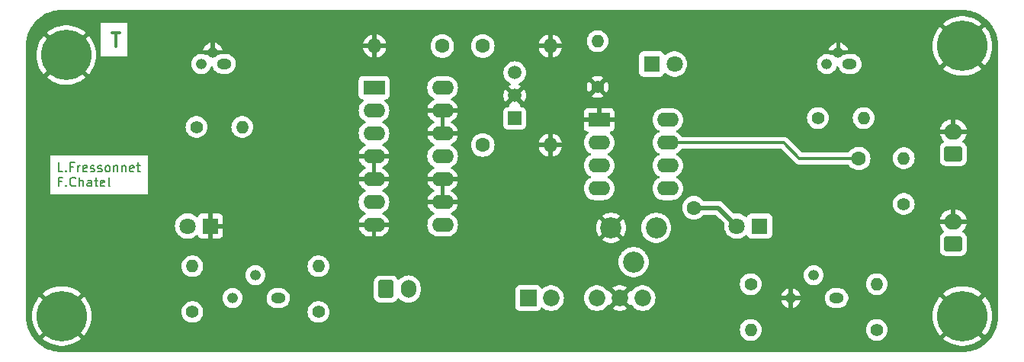
<source format=gtl>
%TF.GenerationSoftware,KiCad,Pcbnew,(7.0.0)*%
%TF.CreationDate,2025-05-12T15:52:05+02:00*%
%TF.ProjectId,TP,54502e6b-6963-4616-945f-706362585858,rev?*%
%TF.SameCoordinates,Original*%
%TF.FileFunction,Copper,L1,Top*%
%TF.FilePolarity,Positive*%
%FSLAX46Y46*%
G04 Gerber Fmt 4.6, Leading zero omitted, Abs format (unit mm)*
G04 Created by KiCad (PCBNEW (7.0.0)) date 2025-05-12 15:52:05*
%MOMM*%
%LPD*%
G01*
G04 APERTURE LIST*
G04 Aperture macros list*
%AMRoundRect*
0 Rectangle with rounded corners*
0 $1 Rounding radius*
0 $2 $3 $4 $5 $6 $7 $8 $9 X,Y pos of 4 corners*
0 Add a 4 corners polygon primitive as box body*
4,1,4,$2,$3,$4,$5,$6,$7,$8,$9,$2,$3,0*
0 Add four circle primitives for the rounded corners*
1,1,$1+$1,$2,$3*
1,1,$1+$1,$4,$5*
1,1,$1+$1,$6,$7*
1,1,$1+$1,$8,$9*
0 Add four rect primitives between the rounded corners*
20,1,$1+$1,$2,$3,$4,$5,0*
20,1,$1+$1,$4,$5,$6,$7,0*
20,1,$1+$1,$6,$7,$8,$9,0*
20,1,$1+$1,$8,$9,$2,$3,0*%
G04 Aperture macros list end*
%ADD10C,0.150000*%
%TA.AperFunction,NonConductor*%
%ADD11C,0.150000*%
%TD*%
%ADD12C,0.300000*%
%TA.AperFunction,NonConductor*%
%ADD13C,0.300000*%
%TD*%
%TA.AperFunction,ComponentPad*%
%ADD14R,1.500000X1.500000*%
%TD*%
%TA.AperFunction,ComponentPad*%
%ADD15C,1.500000*%
%TD*%
%TA.AperFunction,ComponentPad*%
%ADD16C,2.340000*%
%TD*%
%TA.AperFunction,ComponentPad*%
%ADD17R,2.400000X1.600000*%
%TD*%
%TA.AperFunction,ComponentPad*%
%ADD18O,2.400000X1.600000*%
%TD*%
%TA.AperFunction,ComponentPad*%
%ADD19O,1.600000X1.200000*%
%TD*%
%TA.AperFunction,ComponentPad*%
%ADD20O,1.200000X1.200000*%
%TD*%
%TA.AperFunction,ComponentPad*%
%ADD21RoundRect,0.250000X0.750000X-0.600000X0.750000X0.600000X-0.750000X0.600000X-0.750000X-0.600000X0*%
%TD*%
%TA.AperFunction,ComponentPad*%
%ADD22O,2.000000X1.700000*%
%TD*%
%TA.AperFunction,ComponentPad*%
%ADD23C,1.400000*%
%TD*%
%TA.AperFunction,ComponentPad*%
%ADD24O,1.400000X1.400000*%
%TD*%
%TA.AperFunction,ComponentPad*%
%ADD25R,1.800000X1.800000*%
%TD*%
%TA.AperFunction,ComponentPad*%
%ADD26C,1.800000*%
%TD*%
%TA.AperFunction,ComponentPad*%
%ADD27C,1.600000*%
%TD*%
%TA.AperFunction,ComponentPad*%
%ADD28O,1.600000X1.600000*%
%TD*%
%TA.AperFunction,ComponentPad*%
%ADD29C,5.600000*%
%TD*%
%TA.AperFunction,ComponentPad*%
%ADD30RoundRect,0.250000X-0.600000X-0.750000X0.600000X-0.750000X0.600000X0.750000X-0.600000X0.750000X0*%
%TD*%
%TA.AperFunction,ComponentPad*%
%ADD31O,1.700000X2.000000*%
%TD*%
%TA.AperFunction,ComponentPad*%
%ADD32R,1.850000X1.850000*%
%TD*%
%TA.AperFunction,ComponentPad*%
%ADD33C,1.850000*%
%TD*%
%TA.AperFunction,ViaPad*%
%ADD34C,1.600000*%
%TD*%
%TA.AperFunction,Conductor*%
%ADD35C,0.500000*%
%TD*%
%TA.AperFunction,Conductor*%
%ADD36C,0.300000*%
%TD*%
G04 APERTURE END LIST*
D10*
D11*
X85614285Y-91962380D02*
X85138095Y-91962380D01*
X85138095Y-91962380D02*
X85138095Y-90962380D01*
X85947619Y-91867142D02*
X85995238Y-91914761D01*
X85995238Y-91914761D02*
X85947619Y-91962380D01*
X85947619Y-91962380D02*
X85900000Y-91914761D01*
X85900000Y-91914761D02*
X85947619Y-91867142D01*
X85947619Y-91867142D02*
X85947619Y-91962380D01*
X86757142Y-91438571D02*
X86423809Y-91438571D01*
X86423809Y-91962380D02*
X86423809Y-90962380D01*
X86423809Y-90962380D02*
X86899999Y-90962380D01*
X87280952Y-91962380D02*
X87280952Y-91295714D01*
X87280952Y-91486190D02*
X87328571Y-91390952D01*
X87328571Y-91390952D02*
X87376190Y-91343333D01*
X87376190Y-91343333D02*
X87471428Y-91295714D01*
X87471428Y-91295714D02*
X87566666Y-91295714D01*
X88280952Y-91914761D02*
X88185714Y-91962380D01*
X88185714Y-91962380D02*
X87995238Y-91962380D01*
X87995238Y-91962380D02*
X87900000Y-91914761D01*
X87900000Y-91914761D02*
X87852381Y-91819523D01*
X87852381Y-91819523D02*
X87852381Y-91438571D01*
X87852381Y-91438571D02*
X87900000Y-91343333D01*
X87900000Y-91343333D02*
X87995238Y-91295714D01*
X87995238Y-91295714D02*
X88185714Y-91295714D01*
X88185714Y-91295714D02*
X88280952Y-91343333D01*
X88280952Y-91343333D02*
X88328571Y-91438571D01*
X88328571Y-91438571D02*
X88328571Y-91533809D01*
X88328571Y-91533809D02*
X87852381Y-91629047D01*
X88709524Y-91914761D02*
X88804762Y-91962380D01*
X88804762Y-91962380D02*
X88995238Y-91962380D01*
X88995238Y-91962380D02*
X89090476Y-91914761D01*
X89090476Y-91914761D02*
X89138095Y-91819523D01*
X89138095Y-91819523D02*
X89138095Y-91771904D01*
X89138095Y-91771904D02*
X89090476Y-91676666D01*
X89090476Y-91676666D02*
X88995238Y-91629047D01*
X88995238Y-91629047D02*
X88852381Y-91629047D01*
X88852381Y-91629047D02*
X88757143Y-91581428D01*
X88757143Y-91581428D02*
X88709524Y-91486190D01*
X88709524Y-91486190D02*
X88709524Y-91438571D01*
X88709524Y-91438571D02*
X88757143Y-91343333D01*
X88757143Y-91343333D02*
X88852381Y-91295714D01*
X88852381Y-91295714D02*
X88995238Y-91295714D01*
X88995238Y-91295714D02*
X89090476Y-91343333D01*
X89519048Y-91914761D02*
X89614286Y-91962380D01*
X89614286Y-91962380D02*
X89804762Y-91962380D01*
X89804762Y-91962380D02*
X89900000Y-91914761D01*
X89900000Y-91914761D02*
X89947619Y-91819523D01*
X89947619Y-91819523D02*
X89947619Y-91771904D01*
X89947619Y-91771904D02*
X89900000Y-91676666D01*
X89900000Y-91676666D02*
X89804762Y-91629047D01*
X89804762Y-91629047D02*
X89661905Y-91629047D01*
X89661905Y-91629047D02*
X89566667Y-91581428D01*
X89566667Y-91581428D02*
X89519048Y-91486190D01*
X89519048Y-91486190D02*
X89519048Y-91438571D01*
X89519048Y-91438571D02*
X89566667Y-91343333D01*
X89566667Y-91343333D02*
X89661905Y-91295714D01*
X89661905Y-91295714D02*
X89804762Y-91295714D01*
X89804762Y-91295714D02*
X89900000Y-91343333D01*
X90519048Y-91962380D02*
X90423810Y-91914761D01*
X90423810Y-91914761D02*
X90376191Y-91867142D01*
X90376191Y-91867142D02*
X90328572Y-91771904D01*
X90328572Y-91771904D02*
X90328572Y-91486190D01*
X90328572Y-91486190D02*
X90376191Y-91390952D01*
X90376191Y-91390952D02*
X90423810Y-91343333D01*
X90423810Y-91343333D02*
X90519048Y-91295714D01*
X90519048Y-91295714D02*
X90661905Y-91295714D01*
X90661905Y-91295714D02*
X90757143Y-91343333D01*
X90757143Y-91343333D02*
X90804762Y-91390952D01*
X90804762Y-91390952D02*
X90852381Y-91486190D01*
X90852381Y-91486190D02*
X90852381Y-91771904D01*
X90852381Y-91771904D02*
X90804762Y-91867142D01*
X90804762Y-91867142D02*
X90757143Y-91914761D01*
X90757143Y-91914761D02*
X90661905Y-91962380D01*
X90661905Y-91962380D02*
X90519048Y-91962380D01*
X91280953Y-91295714D02*
X91280953Y-91962380D01*
X91280953Y-91390952D02*
X91328572Y-91343333D01*
X91328572Y-91343333D02*
X91423810Y-91295714D01*
X91423810Y-91295714D02*
X91566667Y-91295714D01*
X91566667Y-91295714D02*
X91661905Y-91343333D01*
X91661905Y-91343333D02*
X91709524Y-91438571D01*
X91709524Y-91438571D02*
X91709524Y-91962380D01*
X92185715Y-91295714D02*
X92185715Y-91962380D01*
X92185715Y-91390952D02*
X92233334Y-91343333D01*
X92233334Y-91343333D02*
X92328572Y-91295714D01*
X92328572Y-91295714D02*
X92471429Y-91295714D01*
X92471429Y-91295714D02*
X92566667Y-91343333D01*
X92566667Y-91343333D02*
X92614286Y-91438571D01*
X92614286Y-91438571D02*
X92614286Y-91962380D01*
X93471429Y-91914761D02*
X93376191Y-91962380D01*
X93376191Y-91962380D02*
X93185715Y-91962380D01*
X93185715Y-91962380D02*
X93090477Y-91914761D01*
X93090477Y-91914761D02*
X93042858Y-91819523D01*
X93042858Y-91819523D02*
X93042858Y-91438571D01*
X93042858Y-91438571D02*
X93090477Y-91343333D01*
X93090477Y-91343333D02*
X93185715Y-91295714D01*
X93185715Y-91295714D02*
X93376191Y-91295714D01*
X93376191Y-91295714D02*
X93471429Y-91343333D01*
X93471429Y-91343333D02*
X93519048Y-91438571D01*
X93519048Y-91438571D02*
X93519048Y-91533809D01*
X93519048Y-91533809D02*
X93042858Y-91629047D01*
X93804763Y-91295714D02*
X94185715Y-91295714D01*
X93947620Y-90962380D02*
X93947620Y-91819523D01*
X93947620Y-91819523D02*
X93995239Y-91914761D01*
X93995239Y-91914761D02*
X94090477Y-91962380D01*
X94090477Y-91962380D02*
X94185715Y-91962380D01*
X85471428Y-93058571D02*
X85138095Y-93058571D01*
X85138095Y-93582380D02*
X85138095Y-92582380D01*
X85138095Y-92582380D02*
X85614285Y-92582380D01*
X85995238Y-93487142D02*
X86042857Y-93534761D01*
X86042857Y-93534761D02*
X85995238Y-93582380D01*
X85995238Y-93582380D02*
X85947619Y-93534761D01*
X85947619Y-93534761D02*
X85995238Y-93487142D01*
X85995238Y-93487142D02*
X85995238Y-93582380D01*
X87042856Y-93487142D02*
X86995237Y-93534761D01*
X86995237Y-93534761D02*
X86852380Y-93582380D01*
X86852380Y-93582380D02*
X86757142Y-93582380D01*
X86757142Y-93582380D02*
X86614285Y-93534761D01*
X86614285Y-93534761D02*
X86519047Y-93439523D01*
X86519047Y-93439523D02*
X86471428Y-93344285D01*
X86471428Y-93344285D02*
X86423809Y-93153809D01*
X86423809Y-93153809D02*
X86423809Y-93010952D01*
X86423809Y-93010952D02*
X86471428Y-92820476D01*
X86471428Y-92820476D02*
X86519047Y-92725238D01*
X86519047Y-92725238D02*
X86614285Y-92630000D01*
X86614285Y-92630000D02*
X86757142Y-92582380D01*
X86757142Y-92582380D02*
X86852380Y-92582380D01*
X86852380Y-92582380D02*
X86995237Y-92630000D01*
X86995237Y-92630000D02*
X87042856Y-92677619D01*
X87471428Y-93582380D02*
X87471428Y-92582380D01*
X87899999Y-93582380D02*
X87899999Y-93058571D01*
X87899999Y-93058571D02*
X87852380Y-92963333D01*
X87852380Y-92963333D02*
X87757142Y-92915714D01*
X87757142Y-92915714D02*
X87614285Y-92915714D01*
X87614285Y-92915714D02*
X87519047Y-92963333D01*
X87519047Y-92963333D02*
X87471428Y-93010952D01*
X88804761Y-93582380D02*
X88804761Y-93058571D01*
X88804761Y-93058571D02*
X88757142Y-92963333D01*
X88757142Y-92963333D02*
X88661904Y-92915714D01*
X88661904Y-92915714D02*
X88471428Y-92915714D01*
X88471428Y-92915714D02*
X88376190Y-92963333D01*
X88804761Y-93534761D02*
X88709523Y-93582380D01*
X88709523Y-93582380D02*
X88471428Y-93582380D01*
X88471428Y-93582380D02*
X88376190Y-93534761D01*
X88376190Y-93534761D02*
X88328571Y-93439523D01*
X88328571Y-93439523D02*
X88328571Y-93344285D01*
X88328571Y-93344285D02*
X88376190Y-93249047D01*
X88376190Y-93249047D02*
X88471428Y-93201428D01*
X88471428Y-93201428D02*
X88709523Y-93201428D01*
X88709523Y-93201428D02*
X88804761Y-93153809D01*
X89138095Y-92915714D02*
X89519047Y-92915714D01*
X89280952Y-92582380D02*
X89280952Y-93439523D01*
X89280952Y-93439523D02*
X89328571Y-93534761D01*
X89328571Y-93534761D02*
X89423809Y-93582380D01*
X89423809Y-93582380D02*
X89519047Y-93582380D01*
X90233333Y-93534761D02*
X90138095Y-93582380D01*
X90138095Y-93582380D02*
X89947619Y-93582380D01*
X89947619Y-93582380D02*
X89852381Y-93534761D01*
X89852381Y-93534761D02*
X89804762Y-93439523D01*
X89804762Y-93439523D02*
X89804762Y-93058571D01*
X89804762Y-93058571D02*
X89852381Y-92963333D01*
X89852381Y-92963333D02*
X89947619Y-92915714D01*
X89947619Y-92915714D02*
X90138095Y-92915714D01*
X90138095Y-92915714D02*
X90233333Y-92963333D01*
X90233333Y-92963333D02*
X90280952Y-93058571D01*
X90280952Y-93058571D02*
X90280952Y-93153809D01*
X90280952Y-93153809D02*
X89804762Y-93249047D01*
X90852381Y-93582380D02*
X90757143Y-93534761D01*
X90757143Y-93534761D02*
X90709524Y-93439523D01*
X90709524Y-93439523D02*
X90709524Y-92582380D01*
D12*
D13*
X91957142Y-76573571D02*
X91100000Y-76573571D01*
X91528571Y-78073571D02*
X91528571Y-76573571D01*
D14*
%TO.P,U3,1,IN*%
%TO.N,+15V*%
X135799999Y-86039999D03*
D15*
%TO.P,U3,2,GND*%
%TO.N,GND*%
X135800000Y-83500000D03*
%TO.P,U3,3,OUT*%
%TO.N,+5V*%
X135800000Y-80960000D03*
%TD*%
D16*
%TO.P,RV1,1,1*%
%TO.N,+5V*%
X151500000Y-98200000D03*
%TO.P,RV1,2,2*%
%TO.N,Net-(U1--)*%
X149000000Y-102000000D03*
%TO.P,RV1,3,3*%
%TO.N,GND*%
X146500000Y-98200000D03*
%TD*%
D17*
%TO.P,U1,1,GND*%
%TO.N,GND*%
X145174999Y-86199999D03*
D18*
%TO.P,U1,2,+*%
%TO.N,74LS32_Out*%
X145174999Y-88739999D03*
%TO.P,U1,3,-*%
%TO.N,Net-(U1--)*%
X145174999Y-91279999D03*
%TO.P,U1,4,V-*%
%TO.N,-15V*%
X145174999Y-93819999D03*
%TO.P,U1,5,BAL*%
%TO.N,unconnected-(U1-BAL-Pad5)*%
X152794999Y-93819999D03*
%TO.P,U1,6,STRB*%
%TO.N,unconnected-(U1-STRB-Pad6)*%
X152794999Y-91279999D03*
%TO.P,U1,7*%
%TO.N,Alarme_out*%
X152794999Y-88739999D03*
%TO.P,U1,8,V+*%
%TO.N,+15V*%
X152794999Y-86199999D03*
%TD*%
D19*
%TO.P,Q1,1,C*%
%TO.N,C_Q1*%
X103539999Y-79999999D03*
D20*
%TO.P,Q1,2,E*%
%TO.N,GND*%
X102269999Y-78729999D03*
%TO.P,Q1,3*%
%TO.N,N/C*%
X100999999Y-79999999D03*
%TD*%
D21*
%TO.P,J3,1,Pin_1*%
%TO.N,Alarme_out*%
X184500000Y-90000000D03*
D22*
%TO.P,J3,2,Pin_2*%
%TO.N,GND*%
X184499999Y-87499999D03*
%TD*%
D23*
%TO.P,R3,1*%
%TO.N,+5V*%
X100460000Y-87000000D03*
D24*
%TO.P,R3,2*%
%TO.N,C_Q1*%
X105539999Y-86999999D03*
%TD*%
D23*
%TO.P,R8,1*%
%TO.N,Net-(D1-K)*%
X162000000Y-104460000D03*
D24*
%TO.P,R8,2*%
%TO.N,Net-(Q3-C)*%
X161999999Y-109539999D03*
%TD*%
D25*
%TO.P,D3,1,K*%
%TO.N,Net-(D3-K)*%
X150999999Y-79999999D03*
D26*
%TO.P,D3,2,A*%
%TO.N,+5V*%
X153540000Y-80000000D03*
%TD*%
D25*
%TO.P,D2,1,K*%
%TO.N,GND*%
X101999999Y-97999999D03*
D26*
%TO.P,D2,2,A*%
%TO.N,Net-(D2-A)*%
X99460000Y-98000000D03*
%TD*%
D19*
%TO.P,Q2,1,C*%
%TO.N,C_Q2*%
X172999999Y-79999999D03*
D20*
%TO.P,Q2,2,E*%
%TO.N,GND*%
X171729999Y-78729999D03*
%TO.P,Q2,3*%
%TO.N,N/C*%
X170459999Y-79999999D03*
%TD*%
D23*
%TO.P,R4,1*%
%TO.N,+5V*%
X169460000Y-86000000D03*
D24*
%TO.P,R4,2*%
%TO.N,C_Q2*%
X174539999Y-85999999D03*
%TD*%
D27*
%TO.P,C3,1*%
%TO.N,+5V*%
X127750000Y-78000000D03*
D28*
%TO.P,C3,2*%
%TO.N,GND*%
X120249999Y-77999999D03*
%TD*%
D29*
%TO.P,H1,1,1*%
%TO.N,GND*%
X86000000Y-79000000D03*
%TD*%
D23*
%TO.P,R2,1*%
%TO.N,Net-(Q4-C)*%
X100000000Y-107540000D03*
D24*
%TO.P,R2,2*%
%TO.N,Net-(D2-A)*%
X99999999Y-102459999D03*
%TD*%
D17*
%TO.P,U2,1*%
%TO.N,C_Q1*%
X120174999Y-82634999D03*
D18*
%TO.P,U2,2*%
%TO.N,C_Q2*%
X120174999Y-85174999D03*
%TO.P,U2,3*%
%TO.N,74LS32_Out*%
X120174999Y-87714999D03*
%TO.P,U2,4*%
%TO.N,GND*%
X120174999Y-90254999D03*
%TO.P,U2,5*%
X120174999Y-92794999D03*
%TO.P,U2,6*%
%TO.N,unconnected-(U2-Pad6)*%
X120174999Y-95334999D03*
%TO.P,U2,7,GND*%
%TO.N,GND*%
X120174999Y-97874999D03*
%TO.P,U2,8*%
%TO.N,unconnected-(U2-Pad8)*%
X127794999Y-97874999D03*
%TO.P,U2,9*%
%TO.N,GND*%
X127794999Y-95334999D03*
%TO.P,U2,10*%
X127794999Y-92794999D03*
%TO.P,U2,11*%
%TO.N,unconnected-(U2-Pad11)*%
X127794999Y-90254999D03*
%TO.P,U2,12*%
%TO.N,GND*%
X127794999Y-87714999D03*
%TO.P,U2,13*%
X127794999Y-85174999D03*
%TO.P,U2,14,VCC*%
%TO.N,+5V*%
X127794999Y-82634999D03*
%TD*%
D27*
%TO.P,C2,1*%
%TO.N,+5V*%
X132250000Y-89000000D03*
D28*
%TO.P,C2,2*%
%TO.N,GND*%
X139749999Y-88999999D03*
%TD*%
D21*
%TO.P,J2,1,Pin_1*%
%TO.N,+3.3V*%
X184500000Y-100000000D03*
D22*
%TO.P,J2,2,Pin_2*%
%TO.N,GND*%
X184499999Y-97499999D03*
%TD*%
D23*
%TO.P,R1,1*%
%TO.N,+3.3V*%
X179000000Y-95540000D03*
D24*
%TO.P,R1,2*%
%TO.N,Alarme_out*%
X178999999Y-90459999D03*
%TD*%
D19*
%TO.P,Q3,1,C*%
%TO.N,Net-(Q3-C)*%
X171539999Y-105999999D03*
D20*
%TO.P,Q3,2,B*%
%TO.N,Net-(Q3-B)*%
X168999999Y-103459999D03*
%TO.P,Q3,3,E*%
%TO.N,GND*%
X166459999Y-105999999D03*
%TD*%
D19*
%TO.P,Q4,1,C*%
%TO.N,Net-(Q4-C)*%
X109539999Y-105999999D03*
D20*
%TO.P,Q4,2,B*%
%TO.N,Net-(Q4-B)*%
X106999999Y-103459999D03*
%TO.P,Q4,3,E*%
%TO.N,+5V*%
X104459999Y-105999999D03*
%TD*%
D29*
%TO.P,H2,1,1*%
%TO.N,GND*%
X185500000Y-78000000D03*
%TD*%
D23*
%TO.P,R6,1*%
%TO.N,74LS32*%
X114000000Y-107540000D03*
D24*
%TO.P,R6,2*%
%TO.N,Net-(Q4-B)*%
X113999999Y-102459999D03*
%TD*%
D29*
%TO.P,H3,1,1*%
%TO.N,GND*%
X85500000Y-108000000D03*
%TD*%
D30*
%TO.P,J1,1,Pin_1*%
%TO.N,+12V*%
X121500000Y-105000000D03*
D31*
%TO.P,J1,2,Pin_2*%
%TO.N,GNDPWR*%
X123999999Y-104999999D03*
%TD*%
D23*
%TO.P,R5,1*%
%TO.N,74LS32*%
X176000000Y-109540000D03*
D24*
%TO.P,R5,2*%
%TO.N,Net-(Q3-B)*%
X175999999Y-104459999D03*
%TD*%
D32*
%TO.P,PS1,1,+Vin*%
%TO.N,+12V*%
X137299999Y-105999999D03*
D33*
%TO.P,PS1,2,-Vin*%
%TO.N,GNDPWR*%
X139840000Y-106000000D03*
%TO.P,PS1,4,-Vout*%
%TO.N,-15V*%
X144920000Y-106000000D03*
%TO.P,PS1,5,0V*%
%TO.N,GND*%
X147460000Y-106000000D03*
%TO.P,PS1,6,+Vout*%
%TO.N,+15V*%
X150000000Y-106000000D03*
%TD*%
D27*
%TO.P,C1,1*%
%TO.N,+15V*%
X132250000Y-78000000D03*
D28*
%TO.P,C1,2*%
%TO.N,GND*%
X139749999Y-77999999D03*
%TD*%
D23*
%TO.P,R7,1*%
%TO.N,GND*%
X145000000Y-82540000D03*
D24*
%TO.P,R7,2*%
%TO.N,Net-(D3-K)*%
X144999999Y-77459999D03*
%TD*%
D29*
%TO.P,H4,1,1*%
%TO.N,GND*%
X185500000Y-108000000D03*
%TD*%
D25*
%TO.P,D1,1,K*%
%TO.N,Net-(D1-K)*%
X162999999Y-97999999D03*
D26*
%TO.P,D1,2,A*%
%TO.N,+5V*%
X160460000Y-98000000D03*
%TD*%
D34*
%TO.N,+5V*%
X155700000Y-95975000D03*
%TO.N,Alarme_out*%
X174000000Y-90500000D03*
%TD*%
D35*
%TO.N,+5V*%
X158435000Y-95975000D02*
X160460000Y-98000000D01*
X155700000Y-95975000D02*
X158435000Y-95975000D01*
%TO.N,GND*%
X102000000Y-97100000D02*
X102000000Y-98000000D01*
D36*
%TO.N,Alarme_out*%
X174000000Y-90500000D02*
X167400000Y-90500000D01*
X167400000Y-90500000D02*
X165640000Y-88740000D01*
X165640000Y-88740000D02*
X152795000Y-88740000D01*
%TD*%
%TA.AperFunction,Conductor*%
%TO.N,GND*%
G36*
X185502854Y-74000632D02*
G01*
X185518811Y-74001369D01*
X185673088Y-74008502D01*
X185869795Y-74018166D01*
X185880787Y-74019201D01*
X186062876Y-74044601D01*
X186063781Y-74044732D01*
X186247261Y-74071949D01*
X186257413Y-74073892D01*
X186438614Y-74116510D01*
X186440023Y-74116852D01*
X186617874Y-74161401D01*
X186627091Y-74164096D01*
X186804478Y-74223550D01*
X186806618Y-74224292D01*
X186978220Y-74285692D01*
X186986519Y-74289004D01*
X187157980Y-74364712D01*
X187160909Y-74366051D01*
X187247263Y-74406892D01*
X187325119Y-74443715D01*
X187332411Y-74447465D01*
X187429135Y-74501341D01*
X187496435Y-74538827D01*
X187499810Y-74540777D01*
X187655371Y-74634017D01*
X187661670Y-74638058D01*
X187816699Y-74744256D01*
X187820459Y-74746935D01*
X187966009Y-74854882D01*
X187971305Y-74859040D01*
X188116009Y-74979200D01*
X188119947Y-74982617D01*
X188254206Y-75104303D01*
X188258590Y-75108478D01*
X188391520Y-75241408D01*
X188395698Y-75245795D01*
X188517375Y-75380045D01*
X188520805Y-75383998D01*
X188640951Y-75528684D01*
X188645124Y-75534000D01*
X188753041Y-75679509D01*
X188755742Y-75683299D01*
X188861940Y-75838328D01*
X188865992Y-75844645D01*
X188916433Y-75928800D01*
X188959200Y-76000153D01*
X188961171Y-76003563D01*
X189052525Y-76167573D01*
X189056291Y-76174896D01*
X189133947Y-76339089D01*
X189135286Y-76342018D01*
X189210994Y-76513479D01*
X189214311Y-76521791D01*
X189275666Y-76693265D01*
X189276487Y-76695634D01*
X189335894Y-76872881D01*
X189338606Y-76882157D01*
X189383104Y-77059803D01*
X189383526Y-77061543D01*
X189426101Y-77242562D01*
X189428053Y-77252758D01*
X189455257Y-77436156D01*
X189455410Y-77437218D01*
X189480794Y-77619184D01*
X189481834Y-77630232D01*
X189491512Y-77827238D01*
X189491529Y-77827595D01*
X189499368Y-77997145D01*
X189499500Y-78002872D01*
X189499500Y-107997128D01*
X189499368Y-108002855D01*
X189491529Y-108172404D01*
X189491512Y-108172761D01*
X189481834Y-108369766D01*
X189480794Y-108380814D01*
X189455410Y-108562780D01*
X189455257Y-108563842D01*
X189428053Y-108747240D01*
X189426101Y-108757436D01*
X189383526Y-108938455D01*
X189383104Y-108940195D01*
X189338606Y-109117841D01*
X189335894Y-109127117D01*
X189276487Y-109304364D01*
X189275666Y-109306733D01*
X189214311Y-109478207D01*
X189210994Y-109486519D01*
X189135286Y-109657980D01*
X189133947Y-109660909D01*
X189056291Y-109825102D01*
X189052525Y-109832425D01*
X188961171Y-109996435D01*
X188959200Y-109999845D01*
X188865999Y-110155342D01*
X188861940Y-110161670D01*
X188755742Y-110316699D01*
X188753041Y-110320489D01*
X188645135Y-110465984D01*
X188640935Y-110471334D01*
X188520851Y-110615947D01*
X188517331Y-110620004D01*
X188395717Y-110754183D01*
X188391520Y-110758590D01*
X188258590Y-110891520D01*
X188254183Y-110895717D01*
X188120004Y-111017331D01*
X188115947Y-111020851D01*
X187971334Y-111140935D01*
X187965984Y-111145135D01*
X187820489Y-111253041D01*
X187816699Y-111255742D01*
X187661670Y-111361940D01*
X187655342Y-111365999D01*
X187499845Y-111459200D01*
X187496435Y-111461171D01*
X187332425Y-111552525D01*
X187325102Y-111556291D01*
X187160909Y-111633947D01*
X187157980Y-111635286D01*
X186986519Y-111710994D01*
X186978207Y-111714311D01*
X186806733Y-111775666D01*
X186804364Y-111776487D01*
X186627117Y-111835894D01*
X186617841Y-111838606D01*
X186440195Y-111883104D01*
X186438455Y-111883526D01*
X186257436Y-111926101D01*
X186247240Y-111928053D01*
X186063842Y-111955257D01*
X186062780Y-111955410D01*
X185880814Y-111980794D01*
X185869766Y-111981834D01*
X185672931Y-111991503D01*
X185672575Y-111991520D01*
X185507393Y-111999158D01*
X185502854Y-111999368D01*
X185497128Y-111999500D01*
X85502872Y-111999500D01*
X85497145Y-111999368D01*
X85492305Y-111999144D01*
X85327423Y-111991520D01*
X85327067Y-111991503D01*
X85130232Y-111981834D01*
X85119184Y-111980794D01*
X84937218Y-111955410D01*
X84936156Y-111955257D01*
X84752758Y-111928053D01*
X84742562Y-111926101D01*
X84561543Y-111883526D01*
X84559803Y-111883104D01*
X84382157Y-111838606D01*
X84372881Y-111835894D01*
X84195634Y-111776487D01*
X84193265Y-111775666D01*
X84021791Y-111714311D01*
X84013479Y-111710994D01*
X83842018Y-111635286D01*
X83839089Y-111633947D01*
X83674896Y-111556291D01*
X83667573Y-111552525D01*
X83503563Y-111461171D01*
X83500153Y-111459200D01*
X83480648Y-111447509D01*
X83344645Y-111365992D01*
X83338328Y-111361940D01*
X83183299Y-111255742D01*
X83179509Y-111253041D01*
X83034000Y-111145124D01*
X83028684Y-111140951D01*
X82883998Y-111020805D01*
X82880045Y-111017375D01*
X82745795Y-110895698D01*
X82741408Y-110891520D01*
X82608478Y-110758590D01*
X82604303Y-110754206D01*
X82482617Y-110619947D01*
X82479200Y-110616009D01*
X82388038Y-110506226D01*
X83352329Y-110506226D01*
X83359159Y-110517462D01*
X83363157Y-110520858D01*
X83642694Y-110733357D01*
X83648240Y-110737117D01*
X83949099Y-110918137D01*
X83955038Y-110921285D01*
X84273695Y-111068712D01*
X84279937Y-111071199D01*
X84612684Y-111183315D01*
X84619129Y-111185104D01*
X84962053Y-111260588D01*
X84968677Y-111261674D01*
X85317740Y-111299636D01*
X85324437Y-111300000D01*
X85675563Y-111300000D01*
X85682259Y-111299636D01*
X86031322Y-111261674D01*
X86037946Y-111260588D01*
X86380870Y-111185104D01*
X86387315Y-111183315D01*
X86720062Y-111071199D01*
X86726304Y-111068712D01*
X87044961Y-110921285D01*
X87050900Y-110918137D01*
X87351759Y-110737117D01*
X87357305Y-110733357D01*
X87636846Y-110520856D01*
X87640841Y-110517462D01*
X87647669Y-110506228D01*
X87640996Y-110494549D01*
X85511542Y-108365095D01*
X85500000Y-108358431D01*
X85488457Y-108365095D01*
X83359000Y-110494551D01*
X83352329Y-110506226D01*
X82388038Y-110506226D01*
X82359040Y-110471305D01*
X82354882Y-110466009D01*
X82246935Y-110320459D01*
X82244256Y-110316699D01*
X82138058Y-110161670D01*
X82134017Y-110155371D01*
X82040777Y-109999810D01*
X82038827Y-109996435D01*
X82012261Y-109948740D01*
X81947465Y-109832411D01*
X81943715Y-109825119D01*
X81906892Y-109747263D01*
X81866051Y-109660909D01*
X81864712Y-109657980D01*
X81789004Y-109486519D01*
X81785692Y-109478220D01*
X81724292Y-109306618D01*
X81723550Y-109304478D01*
X81664096Y-109127091D01*
X81661401Y-109117874D01*
X81616852Y-108940023D01*
X81616510Y-108938614D01*
X81573892Y-108757413D01*
X81571949Y-108747261D01*
X81544732Y-108563781D01*
X81544588Y-108562780D01*
X81519201Y-108380787D01*
X81518166Y-108369795D01*
X81508480Y-108172611D01*
X81500655Y-108003357D01*
X82195335Y-108003357D01*
X82214343Y-108353958D01*
X82215069Y-108360630D01*
X82271874Y-108707130D01*
X82273317Y-108713684D01*
X82367251Y-109052001D01*
X82369396Y-109058368D01*
X82499360Y-109384552D01*
X82502169Y-109390626D01*
X82666649Y-109700868D01*
X82670102Y-109706606D01*
X82867147Y-109997225D01*
X82871207Y-110002566D01*
X82985320Y-110136910D01*
X82996664Y-110144527D01*
X83008590Y-110137855D01*
X85134904Y-108011542D01*
X85141568Y-108000000D01*
X85858431Y-108000000D01*
X85865095Y-108011542D01*
X87991409Y-110137856D01*
X88003334Y-110144527D01*
X88014679Y-110136910D01*
X88128792Y-110002566D01*
X88132852Y-109997225D01*
X88329897Y-109706606D01*
X88333350Y-109700868D01*
X88418637Y-109540000D01*
X160794357Y-109540000D01*
X160814885Y-109761536D01*
X160816454Y-109767050D01*
X160874201Y-109970013D01*
X160874204Y-109970021D01*
X160875771Y-109975528D01*
X160878323Y-109980653D01*
X160878325Y-109980658D01*
X160972387Y-110169559D01*
X160972389Y-110169563D01*
X160974942Y-110174689D01*
X160978391Y-110179256D01*
X160978394Y-110179261D01*
X161105561Y-110347658D01*
X161105566Y-110347663D01*
X161109019Y-110352236D01*
X161113255Y-110356097D01*
X161113259Y-110356102D01*
X161172643Y-110410237D01*
X161273438Y-110502124D01*
X161462599Y-110619247D01*
X161670060Y-110699618D01*
X161888757Y-110740500D01*
X162105514Y-110740500D01*
X162111243Y-110740500D01*
X162329940Y-110699618D01*
X162537401Y-110619247D01*
X162726562Y-110502124D01*
X162890981Y-110352236D01*
X163025058Y-110174689D01*
X163124229Y-109975528D01*
X163185115Y-109761536D01*
X163205643Y-109540000D01*
X174794357Y-109540000D01*
X174814885Y-109761536D01*
X174816454Y-109767050D01*
X174874201Y-109970013D01*
X174874204Y-109970021D01*
X174875771Y-109975528D01*
X174878323Y-109980653D01*
X174878325Y-109980658D01*
X174972387Y-110169559D01*
X174972389Y-110169563D01*
X174974942Y-110174689D01*
X174978391Y-110179256D01*
X174978394Y-110179261D01*
X175105561Y-110347658D01*
X175105566Y-110347663D01*
X175109019Y-110352236D01*
X175113255Y-110356097D01*
X175113259Y-110356102D01*
X175172643Y-110410237D01*
X175273438Y-110502124D01*
X175462599Y-110619247D01*
X175670060Y-110699618D01*
X175888757Y-110740500D01*
X176105514Y-110740500D01*
X176111243Y-110740500D01*
X176329940Y-110699618D01*
X176537401Y-110619247D01*
X176719937Y-110506226D01*
X183352329Y-110506226D01*
X183359159Y-110517462D01*
X183363157Y-110520858D01*
X183642694Y-110733357D01*
X183648240Y-110737117D01*
X183949099Y-110918137D01*
X183955038Y-110921285D01*
X184273695Y-111068712D01*
X184279937Y-111071199D01*
X184612684Y-111183315D01*
X184619129Y-111185104D01*
X184962053Y-111260588D01*
X184968677Y-111261674D01*
X185317740Y-111299636D01*
X185324437Y-111300000D01*
X185675563Y-111300000D01*
X185682259Y-111299636D01*
X186031322Y-111261674D01*
X186037946Y-111260588D01*
X186380870Y-111185104D01*
X186387315Y-111183315D01*
X186720062Y-111071199D01*
X186726304Y-111068712D01*
X187044961Y-110921285D01*
X187050900Y-110918137D01*
X187351759Y-110737117D01*
X187357305Y-110733357D01*
X187636846Y-110520856D01*
X187640841Y-110517462D01*
X187647669Y-110506228D01*
X187640996Y-110494549D01*
X185511542Y-108365095D01*
X185500000Y-108358431D01*
X185488457Y-108365095D01*
X183359000Y-110494551D01*
X183352329Y-110506226D01*
X176719937Y-110506226D01*
X176726562Y-110502124D01*
X176890981Y-110352236D01*
X177025058Y-110174689D01*
X177124229Y-109975528D01*
X177185115Y-109761536D01*
X177205643Y-109540000D01*
X177185115Y-109318464D01*
X177124229Y-109104472D01*
X177025058Y-108905311D01*
X177021605Y-108900738D01*
X176894438Y-108732341D01*
X176894434Y-108732337D01*
X176890981Y-108727764D01*
X176886744Y-108723901D01*
X176886740Y-108723897D01*
X176730796Y-108581736D01*
X176730797Y-108581736D01*
X176726562Y-108577876D01*
X176721692Y-108574861D01*
X176721690Y-108574859D01*
X176542275Y-108463771D01*
X176542276Y-108463771D01*
X176537401Y-108460753D01*
X176329940Y-108380382D01*
X176324302Y-108379328D01*
X176116872Y-108340552D01*
X176116869Y-108340551D01*
X176111243Y-108339500D01*
X175888757Y-108339500D01*
X175883131Y-108340551D01*
X175883127Y-108340552D01*
X175675697Y-108379328D01*
X175675694Y-108379328D01*
X175670060Y-108380382D01*
X175664717Y-108382451D01*
X175664713Y-108382453D01*
X175467941Y-108458683D01*
X175467936Y-108458685D01*
X175462599Y-108460753D01*
X175457727Y-108463769D01*
X175457724Y-108463771D01*
X175278309Y-108574859D01*
X175278301Y-108574864D01*
X175273438Y-108577876D01*
X175269207Y-108581732D01*
X175269203Y-108581736D01*
X175113259Y-108723897D01*
X175113249Y-108723907D01*
X175109019Y-108727764D01*
X175105570Y-108732330D01*
X175105561Y-108732341D01*
X174978394Y-108900738D01*
X174978387Y-108900748D01*
X174974942Y-108905311D01*
X174972392Y-108910431D01*
X174972387Y-108910440D01*
X174878325Y-109099341D01*
X174878321Y-109099349D01*
X174875771Y-109104472D01*
X174874205Y-109109975D01*
X174874201Y-109109986D01*
X174827911Y-109272682D01*
X174814885Y-109318464D01*
X174794357Y-109540000D01*
X163205643Y-109540000D01*
X163185115Y-109318464D01*
X163124229Y-109104472D01*
X163025058Y-108905311D01*
X163021605Y-108900738D01*
X162894438Y-108732341D01*
X162894434Y-108732337D01*
X162890981Y-108727764D01*
X162886744Y-108723901D01*
X162886740Y-108723897D01*
X162730796Y-108581736D01*
X162730797Y-108581736D01*
X162726562Y-108577876D01*
X162721692Y-108574861D01*
X162721690Y-108574859D01*
X162542275Y-108463771D01*
X162542276Y-108463771D01*
X162537401Y-108460753D01*
X162329940Y-108380382D01*
X162324302Y-108379328D01*
X162116872Y-108340552D01*
X162116869Y-108340551D01*
X162111243Y-108339500D01*
X161888757Y-108339500D01*
X161883131Y-108340551D01*
X161883127Y-108340552D01*
X161675697Y-108379328D01*
X161675694Y-108379328D01*
X161670060Y-108380382D01*
X161664717Y-108382451D01*
X161664713Y-108382453D01*
X161467941Y-108458683D01*
X161467936Y-108458685D01*
X161462599Y-108460753D01*
X161457727Y-108463769D01*
X161457724Y-108463771D01*
X161278309Y-108574859D01*
X161278301Y-108574864D01*
X161273438Y-108577876D01*
X161269207Y-108581732D01*
X161269203Y-108581736D01*
X161113259Y-108723897D01*
X161113249Y-108723907D01*
X161109019Y-108727764D01*
X161105570Y-108732330D01*
X161105561Y-108732341D01*
X160978394Y-108900738D01*
X160978387Y-108900748D01*
X160974942Y-108905311D01*
X160972392Y-108910431D01*
X160972387Y-108910440D01*
X160878325Y-109099341D01*
X160878321Y-109099349D01*
X160875771Y-109104472D01*
X160874205Y-109109975D01*
X160874201Y-109109986D01*
X160827911Y-109272682D01*
X160814885Y-109318464D01*
X160794357Y-109540000D01*
X88418637Y-109540000D01*
X88497830Y-109390626D01*
X88500639Y-109384552D01*
X88630603Y-109058368D01*
X88632748Y-109052001D01*
X88726682Y-108713684D01*
X88728125Y-108707130D01*
X88784930Y-108360630D01*
X88785656Y-108353958D01*
X88804665Y-108003357D01*
X88804665Y-107996643D01*
X88785656Y-107646041D01*
X88784930Y-107639369D01*
X88768640Y-107540000D01*
X98794357Y-107540000D01*
X98794886Y-107545709D01*
X98803768Y-107641568D01*
X98814885Y-107761536D01*
X98816454Y-107767050D01*
X98874201Y-107970013D01*
X98874204Y-107970021D01*
X98875771Y-107975528D01*
X98878323Y-107980653D01*
X98878325Y-107980658D01*
X98972387Y-108169559D01*
X98972389Y-108169563D01*
X98974942Y-108174689D01*
X98978391Y-108179256D01*
X98978394Y-108179261D01*
X99105561Y-108347658D01*
X99105566Y-108347663D01*
X99109019Y-108352236D01*
X99113255Y-108356097D01*
X99113259Y-108356102D01*
X99142165Y-108382453D01*
X99273438Y-108502124D01*
X99462599Y-108619247D01*
X99670060Y-108699618D01*
X99888757Y-108740500D01*
X100105514Y-108740500D01*
X100111243Y-108740500D01*
X100329940Y-108699618D01*
X100537401Y-108619247D01*
X100726562Y-108502124D01*
X100890981Y-108352236D01*
X101025058Y-108174689D01*
X101124229Y-107975528D01*
X101185115Y-107761536D01*
X101205643Y-107540000D01*
X112794357Y-107540000D01*
X112794886Y-107545709D01*
X112803768Y-107641568D01*
X112814885Y-107761536D01*
X112816454Y-107767050D01*
X112874201Y-107970013D01*
X112874204Y-107970021D01*
X112875771Y-107975528D01*
X112878323Y-107980653D01*
X112878325Y-107980658D01*
X112972387Y-108169559D01*
X112972389Y-108169563D01*
X112974942Y-108174689D01*
X112978391Y-108179256D01*
X112978394Y-108179261D01*
X113105561Y-108347658D01*
X113105566Y-108347663D01*
X113109019Y-108352236D01*
X113113255Y-108356097D01*
X113113259Y-108356102D01*
X113142165Y-108382453D01*
X113273438Y-108502124D01*
X113462599Y-108619247D01*
X113670060Y-108699618D01*
X113888757Y-108740500D01*
X114105514Y-108740500D01*
X114111243Y-108740500D01*
X114329940Y-108699618D01*
X114537401Y-108619247D01*
X114726562Y-108502124D01*
X114890981Y-108352236D01*
X115025058Y-108174689D01*
X115110372Y-108003357D01*
X182195335Y-108003357D01*
X182214343Y-108353958D01*
X182215069Y-108360630D01*
X182271874Y-108707130D01*
X182273317Y-108713684D01*
X182367251Y-109052001D01*
X182369396Y-109058368D01*
X182499360Y-109384552D01*
X182502169Y-109390626D01*
X182666649Y-109700868D01*
X182670102Y-109706606D01*
X182867147Y-109997225D01*
X182871207Y-110002566D01*
X182985320Y-110136910D01*
X182996664Y-110144527D01*
X183008590Y-110137855D01*
X185134904Y-108011542D01*
X185141568Y-108000000D01*
X185858431Y-108000000D01*
X185865095Y-108011542D01*
X187991409Y-110137856D01*
X188003334Y-110144527D01*
X188014679Y-110136910D01*
X188128792Y-110002566D01*
X188132852Y-109997225D01*
X188329897Y-109706606D01*
X188333350Y-109700868D01*
X188497830Y-109390626D01*
X188500639Y-109384552D01*
X188630603Y-109058368D01*
X188632748Y-109052001D01*
X188726682Y-108713684D01*
X188728125Y-108707130D01*
X188784930Y-108360630D01*
X188785656Y-108353958D01*
X188804665Y-108003357D01*
X188804665Y-107996643D01*
X188785656Y-107646041D01*
X188784930Y-107639369D01*
X188728125Y-107292869D01*
X188726682Y-107286315D01*
X188632748Y-106947998D01*
X188630603Y-106941631D01*
X188500639Y-106615447D01*
X188497830Y-106609373D01*
X188333350Y-106299131D01*
X188329897Y-106293393D01*
X188132852Y-106002774D01*
X188128792Y-105997433D01*
X188014678Y-105863088D01*
X188003334Y-105855471D01*
X187991408Y-105862143D01*
X185865095Y-107988457D01*
X185858431Y-108000000D01*
X185141568Y-108000000D01*
X185134904Y-107988457D01*
X183008590Y-105862143D01*
X182996664Y-105855471D01*
X182985320Y-105863088D01*
X182871207Y-105997433D01*
X182867147Y-106002774D01*
X182670102Y-106293393D01*
X182666649Y-106299131D01*
X182502169Y-106609373D01*
X182499360Y-106615447D01*
X182369396Y-106941631D01*
X182367251Y-106947998D01*
X182273317Y-107286315D01*
X182271874Y-107292869D01*
X182215069Y-107639369D01*
X182214343Y-107646041D01*
X182195335Y-107996643D01*
X182195335Y-108003357D01*
X115110372Y-108003357D01*
X115124229Y-107975528D01*
X115185115Y-107761536D01*
X115205643Y-107540000D01*
X115185115Y-107318464D01*
X115124229Y-107104472D01*
X115057059Y-106969578D01*
X135874500Y-106969578D01*
X135874501Y-106972872D01*
X135874853Y-106976150D01*
X135874854Y-106976161D01*
X135880079Y-107024768D01*
X135880080Y-107024773D01*
X135880909Y-107032483D01*
X135883619Y-107039749D01*
X135883620Y-107039753D01*
X135905845Y-107099341D01*
X135931204Y-107167331D01*
X136017454Y-107282546D01*
X136132669Y-107368796D01*
X136267517Y-107419091D01*
X136327127Y-107425500D01*
X138272872Y-107425499D01*
X138332483Y-107419091D01*
X138467331Y-107368796D01*
X138582546Y-107282546D01*
X138668796Y-107167331D01*
X138688537Y-107114401D01*
X138720650Y-107066585D01*
X138770903Y-107038435D01*
X138828453Y-107036028D01*
X138880881Y-107059882D01*
X139053073Y-107193905D01*
X139057654Y-107197470D01*
X139265421Y-107309908D01*
X139488861Y-107386616D01*
X139721880Y-107425500D01*
X139952987Y-107425500D01*
X139958120Y-107425500D01*
X140191139Y-107386616D01*
X140414579Y-107309908D01*
X140622346Y-107197470D01*
X140808773Y-107052368D01*
X140968775Y-106878561D01*
X141097986Y-106680788D01*
X141192883Y-106464445D01*
X141250876Y-106235434D01*
X141270385Y-106000000D01*
X143489615Y-106000000D01*
X143490039Y-106005117D01*
X143508699Y-106230314D01*
X143508700Y-106230322D01*
X143509124Y-106235434D01*
X143510381Y-106240399D01*
X143510383Y-106240409D01*
X143565658Y-106458683D01*
X143567117Y-106464445D01*
X143569177Y-106469141D01*
X143659953Y-106676091D01*
X143659956Y-106676097D01*
X143662014Y-106680788D01*
X143664814Y-106685074D01*
X143664818Y-106685081D01*
X143782307Y-106864911D01*
X143791225Y-106878561D01*
X143794701Y-106882337D01*
X143794705Y-106882342D01*
X143947752Y-107048594D01*
X143947756Y-107048598D01*
X143951227Y-107052368D01*
X144086555Y-107157698D01*
X144133073Y-107193905D01*
X144137654Y-107197470D01*
X144345421Y-107309908D01*
X144568861Y-107386616D01*
X144801880Y-107425500D01*
X145032987Y-107425500D01*
X145038120Y-107425500D01*
X145271139Y-107386616D01*
X145494579Y-107309908D01*
X145702346Y-107197470D01*
X145737891Y-107169804D01*
X146649193Y-107169804D01*
X146657300Y-107180995D01*
X146673881Y-107193901D01*
X146682436Y-107199490D01*
X146881117Y-107307012D01*
X146890469Y-107311114D01*
X147104130Y-107384463D01*
X147114042Y-107386974D01*
X147336858Y-107424155D01*
X147347054Y-107425000D01*
X147572946Y-107425000D01*
X147583141Y-107424155D01*
X147805957Y-107386974D01*
X147815869Y-107384463D01*
X148029530Y-107311114D01*
X148038882Y-107307012D01*
X148237566Y-107199489D01*
X148246113Y-107193905D01*
X148262701Y-107180993D01*
X148270806Y-107169806D01*
X148264145Y-107157698D01*
X147471542Y-106365095D01*
X147459999Y-106358431D01*
X147448457Y-106365095D01*
X146655852Y-107157699D01*
X146649193Y-107169804D01*
X145737891Y-107169804D01*
X145888773Y-107052368D01*
X146048775Y-106878561D01*
X146087244Y-106819678D01*
X146126069Y-106781893D01*
X146177303Y-106764267D01*
X146231161Y-106770168D01*
X146277362Y-106798472D01*
X146291149Y-106811838D01*
X146300530Y-106805915D01*
X147094904Y-106011542D01*
X147101568Y-106000000D01*
X147101567Y-105999999D01*
X147818431Y-105999999D01*
X147825095Y-106011542D01*
X148619467Y-106805914D01*
X148628847Y-106811837D01*
X148642633Y-106798473D01*
X148688834Y-106770168D01*
X148742693Y-106764265D01*
X148793927Y-106781891D01*
X148832754Y-106819678D01*
X148871225Y-106878561D01*
X148874701Y-106882337D01*
X148874705Y-106882342D01*
X149027752Y-107048594D01*
X149027756Y-107048598D01*
X149031227Y-107052368D01*
X149166555Y-107157698D01*
X149213073Y-107193905D01*
X149217654Y-107197470D01*
X149425421Y-107309908D01*
X149648861Y-107386616D01*
X149881880Y-107425500D01*
X150112987Y-107425500D01*
X150118120Y-107425500D01*
X150351139Y-107386616D01*
X150574579Y-107309908D01*
X150782346Y-107197470D01*
X150968773Y-107052368D01*
X151128775Y-106878561D01*
X151257986Y-106680788D01*
X151352883Y-106464445D01*
X151406534Y-106252579D01*
X165390888Y-106252579D01*
X165391409Y-106263838D01*
X165428315Y-106393549D01*
X165432444Y-106404205D01*
X165518199Y-106576424D01*
X165524206Y-106586127D01*
X165640149Y-106739662D01*
X165647847Y-106748106D01*
X165790027Y-106877719D01*
X165799131Y-106884595D01*
X165962715Y-106985882D01*
X165972928Y-106990968D01*
X166152333Y-107060469D01*
X166163317Y-107063594D01*
X166196570Y-107069810D01*
X166207598Y-107069428D01*
X166210000Y-107058661D01*
X166710000Y-107058661D01*
X166712401Y-107069428D01*
X166723429Y-107069810D01*
X166756682Y-107063594D01*
X166767666Y-107060469D01*
X166947071Y-106990968D01*
X166957284Y-106985882D01*
X167120868Y-106884595D01*
X167129972Y-106877719D01*
X167272152Y-106748106D01*
X167279850Y-106739662D01*
X167395793Y-106586127D01*
X167401800Y-106576424D01*
X167487555Y-106404205D01*
X167491684Y-106393549D01*
X167528590Y-106263838D01*
X167529111Y-106252579D01*
X167518143Y-106250000D01*
X166726326Y-106250000D01*
X166713450Y-106253450D01*
X166710000Y-106266326D01*
X166710000Y-107058661D01*
X166210000Y-107058661D01*
X166210000Y-106266326D01*
X166206549Y-106253450D01*
X166193674Y-106250000D01*
X165401857Y-106250000D01*
X165390888Y-106252579D01*
X151406534Y-106252579D01*
X151410876Y-106235434D01*
X151430385Y-106000000D01*
X151426026Y-105947398D01*
X170235746Y-105947398D01*
X170236026Y-105953282D01*
X170236026Y-105953289D01*
X170241554Y-106069334D01*
X170245746Y-106157330D01*
X170247135Y-106163058D01*
X170247137Y-106163067D01*
X170291639Y-106346502D01*
X170295296Y-106361576D01*
X170304830Y-106382453D01*
X170358594Y-106500180D01*
X170382604Y-106552753D01*
X170386031Y-106557566D01*
X170386032Y-106557567D01*
X170445626Y-106641256D01*
X170504514Y-106723952D01*
X170508791Y-106728030D01*
X170596685Y-106811837D01*
X170656622Y-106868986D01*
X170833428Y-106982613D01*
X170838911Y-106984808D01*
X170838913Y-106984809D01*
X170972865Y-107038435D01*
X171028543Y-107060725D01*
X171234915Y-107100500D01*
X171789471Y-107100500D01*
X171792425Y-107100500D01*
X171949218Y-107085528D01*
X172150875Y-107026316D01*
X172337682Y-106930011D01*
X172502886Y-106800092D01*
X172640519Y-106641256D01*
X172745604Y-106459244D01*
X172814344Y-106260633D01*
X172844254Y-106052602D01*
X172834254Y-105842670D01*
X172831730Y-105832268D01*
X172810610Y-105745211D01*
X172784704Y-105638424D01*
X172697396Y-105447247D01*
X172575486Y-105276048D01*
X172423378Y-105131014D01*
X172266897Y-105030449D01*
X172251544Y-105020582D01*
X172251541Y-105020580D01*
X172246572Y-105017387D01*
X172241092Y-105015193D01*
X172241086Y-105015190D01*
X172056939Y-104941469D01*
X172056932Y-104941467D01*
X172051457Y-104939275D01*
X172045662Y-104938158D01*
X172045655Y-104938156D01*
X171850882Y-104900617D01*
X171850879Y-104900616D01*
X171845085Y-104899500D01*
X171287575Y-104899500D01*
X171284646Y-104899779D01*
X171284639Y-104899780D01*
X171136662Y-104913910D01*
X171136656Y-104913911D01*
X171130782Y-104914472D01*
X171125112Y-104916136D01*
X171125111Y-104916137D01*
X170934787Y-104972021D01*
X170934782Y-104972022D01*
X170929125Y-104973684D01*
X170923884Y-104976385D01*
X170923881Y-104976387D01*
X170747568Y-105067282D01*
X170747564Y-105067284D01*
X170742318Y-105069989D01*
X170737676Y-105073638D01*
X170737672Y-105073642D01*
X170581759Y-105196254D01*
X170581752Y-105196260D01*
X170577114Y-105199908D01*
X170573250Y-105204367D01*
X170573245Y-105204372D01*
X170443347Y-105354282D01*
X170439481Y-105358744D01*
X170436530Y-105363854D01*
X170436528Y-105363858D01*
X170337352Y-105535635D01*
X170337349Y-105535640D01*
X170334396Y-105540756D01*
X170332465Y-105546335D01*
X170332461Y-105546344D01*
X170267587Y-105733785D01*
X170267584Y-105733794D01*
X170265656Y-105739367D01*
X170264816Y-105745203D01*
X170264815Y-105745211D01*
X170236585Y-105941558D01*
X170236584Y-105941564D01*
X170235746Y-105947398D01*
X151426026Y-105947398D01*
X151410876Y-105764566D01*
X151406534Y-105747420D01*
X165390888Y-105747420D01*
X165401857Y-105750000D01*
X166193674Y-105750000D01*
X166206549Y-105746549D01*
X166210000Y-105733674D01*
X166710000Y-105733674D01*
X166713450Y-105746549D01*
X166726326Y-105750000D01*
X167518143Y-105750000D01*
X167529111Y-105747420D01*
X167528590Y-105736161D01*
X167491684Y-105606450D01*
X167487555Y-105595794D01*
X167401800Y-105423575D01*
X167395793Y-105413872D01*
X167279850Y-105260337D01*
X167272152Y-105251893D01*
X167129972Y-105122280D01*
X167120868Y-105115404D01*
X166957284Y-105014117D01*
X166947071Y-105009031D01*
X166767666Y-104939530D01*
X166756682Y-104936405D01*
X166723429Y-104930189D01*
X166712401Y-104930571D01*
X166710000Y-104941339D01*
X166710000Y-105733674D01*
X166210000Y-105733674D01*
X166210000Y-104941339D01*
X166207598Y-104930571D01*
X166196570Y-104930189D01*
X166163317Y-104936405D01*
X166152333Y-104939530D01*
X165972928Y-105009031D01*
X165962715Y-105014117D01*
X165799131Y-105115404D01*
X165790027Y-105122280D01*
X165647847Y-105251893D01*
X165640149Y-105260337D01*
X165524206Y-105413872D01*
X165518199Y-105423575D01*
X165432444Y-105595794D01*
X165428315Y-105606450D01*
X165391409Y-105736161D01*
X165390888Y-105747420D01*
X151406534Y-105747420D01*
X151352883Y-105535555D01*
X151257986Y-105319212D01*
X151223640Y-105266642D01*
X151137692Y-105135088D01*
X151128775Y-105121439D01*
X151125297Y-105117661D01*
X151125294Y-105117657D01*
X150972247Y-104951405D01*
X150972242Y-104951400D01*
X150968773Y-104947632D01*
X150817889Y-104830194D01*
X150786395Y-104805681D01*
X150786391Y-104805678D01*
X150782346Y-104802530D01*
X150777841Y-104800092D01*
X150777838Y-104800090D01*
X150579083Y-104692529D01*
X150579078Y-104692527D01*
X150574579Y-104690092D01*
X150569733Y-104688428D01*
X150569730Y-104688427D01*
X150394016Y-104628104D01*
X150351139Y-104613384D01*
X150346089Y-104612541D01*
X150346080Y-104612539D01*
X150123182Y-104575344D01*
X150123173Y-104575343D01*
X150118120Y-104574500D01*
X149881880Y-104574500D01*
X149876827Y-104575343D01*
X149876817Y-104575344D01*
X149653919Y-104612539D01*
X149653907Y-104612541D01*
X149648861Y-104613384D01*
X149644008Y-104615049D01*
X149644008Y-104615050D01*
X149430269Y-104688427D01*
X149430262Y-104688430D01*
X149425421Y-104690092D01*
X149420925Y-104692524D01*
X149420916Y-104692529D01*
X149222161Y-104800090D01*
X149222152Y-104800095D01*
X149217654Y-104802530D01*
X149213613Y-104805674D01*
X149213604Y-104805681D01*
X149042257Y-104939047D01*
X149031227Y-104947632D01*
X149027762Y-104951394D01*
X149027752Y-104951405D01*
X148874705Y-105117657D01*
X148874696Y-105117668D01*
X148871225Y-105121439D01*
X148868419Y-105125734D01*
X148868413Y-105125742D01*
X148832756Y-105180319D01*
X148793929Y-105218107D01*
X148742695Y-105235733D01*
X148688837Y-105229830D01*
X148642637Y-105201527D01*
X148628849Y-105188160D01*
X148619467Y-105194084D01*
X147825095Y-105988457D01*
X147818431Y-105999999D01*
X147101567Y-105999999D01*
X147094904Y-105988457D01*
X146300530Y-105194083D01*
X146291149Y-105188159D01*
X146277362Y-105201526D01*
X146231162Y-105229829D01*
X146177303Y-105235732D01*
X146126070Y-105218106D01*
X146087242Y-105180318D01*
X146048775Y-105121439D01*
X146045297Y-105117661D01*
X146045294Y-105117657D01*
X145892247Y-104951405D01*
X145892242Y-104951400D01*
X145888773Y-104947632D01*
X145737889Y-104830194D01*
X145737888Y-104830193D01*
X146649193Y-104830193D01*
X146655852Y-104842299D01*
X147448457Y-105634904D01*
X147460000Y-105641568D01*
X147471542Y-105634904D01*
X148264146Y-104842299D01*
X148270805Y-104830194D01*
X148262699Y-104819003D01*
X148246118Y-104806098D01*
X148237563Y-104800509D01*
X148038882Y-104692987D01*
X148029530Y-104688885D01*
X147815869Y-104615536D01*
X147805957Y-104613025D01*
X147583141Y-104575844D01*
X147572946Y-104575000D01*
X147347054Y-104575000D01*
X147336858Y-104575844D01*
X147114042Y-104613025D01*
X147104130Y-104615536D01*
X146890469Y-104688885D01*
X146881117Y-104692987D01*
X146682434Y-104800510D01*
X146673881Y-104806098D01*
X146657299Y-104819003D01*
X146649193Y-104830193D01*
X145737888Y-104830193D01*
X145706395Y-104805681D01*
X145706391Y-104805678D01*
X145702346Y-104802530D01*
X145697841Y-104800092D01*
X145697838Y-104800090D01*
X145499083Y-104692529D01*
X145499078Y-104692527D01*
X145494579Y-104690092D01*
X145489733Y-104688428D01*
X145489730Y-104688427D01*
X145314016Y-104628104D01*
X145271139Y-104613384D01*
X145266089Y-104612541D01*
X145266080Y-104612539D01*
X145043182Y-104575344D01*
X145043173Y-104575343D01*
X145038120Y-104574500D01*
X144801880Y-104574500D01*
X144796827Y-104575343D01*
X144796817Y-104575344D01*
X144573919Y-104612539D01*
X144573907Y-104612541D01*
X144568861Y-104613384D01*
X144564008Y-104615049D01*
X144564008Y-104615050D01*
X144350269Y-104688427D01*
X144350262Y-104688430D01*
X144345421Y-104690092D01*
X144340925Y-104692524D01*
X144340916Y-104692529D01*
X144142161Y-104800090D01*
X144142152Y-104800095D01*
X144137654Y-104802530D01*
X144133613Y-104805674D01*
X144133604Y-104805681D01*
X143962257Y-104939047D01*
X143951227Y-104947632D01*
X143947762Y-104951394D01*
X143947752Y-104951405D01*
X143794705Y-105117657D01*
X143794696Y-105117668D01*
X143791225Y-105121439D01*
X143788419Y-105125733D01*
X143788415Y-105125739D01*
X143664818Y-105314918D01*
X143664811Y-105314930D01*
X143662014Y-105319212D01*
X143659959Y-105323896D01*
X143659953Y-105323908D01*
X143580323Y-105505448D01*
X143567117Y-105535555D01*
X143565859Y-105540520D01*
X143565858Y-105540525D01*
X143510383Y-105759590D01*
X143510380Y-105759602D01*
X143509124Y-105764566D01*
X143508700Y-105769675D01*
X143508699Y-105769685D01*
X143490571Y-105988457D01*
X143489615Y-106000000D01*
X141270385Y-106000000D01*
X141250876Y-105764566D01*
X141192883Y-105535555D01*
X141097986Y-105319212D01*
X141063640Y-105266642D01*
X140977692Y-105135088D01*
X140968775Y-105121439D01*
X140965297Y-105117661D01*
X140965294Y-105117657D01*
X140812247Y-104951405D01*
X140812242Y-104951400D01*
X140808773Y-104947632D01*
X140657889Y-104830194D01*
X140626395Y-104805681D01*
X140626391Y-104805678D01*
X140622346Y-104802530D01*
X140617841Y-104800092D01*
X140617838Y-104800090D01*
X140419083Y-104692529D01*
X140419078Y-104692527D01*
X140414579Y-104690092D01*
X140409733Y-104688428D01*
X140409730Y-104688427D01*
X140234016Y-104628104D01*
X140191139Y-104613384D01*
X140186089Y-104612541D01*
X140186080Y-104612539D01*
X139963182Y-104575344D01*
X139963173Y-104575343D01*
X139958120Y-104574500D01*
X139721880Y-104574500D01*
X139716827Y-104575343D01*
X139716817Y-104575344D01*
X139493919Y-104612539D01*
X139493907Y-104612541D01*
X139488861Y-104613384D01*
X139484008Y-104615049D01*
X139484008Y-104615050D01*
X139270269Y-104688427D01*
X139270262Y-104688430D01*
X139265421Y-104690092D01*
X139260925Y-104692524D01*
X139260916Y-104692529D01*
X139062161Y-104800090D01*
X139062152Y-104800095D01*
X139057654Y-104802530D01*
X139053612Y-104805675D01*
X139053612Y-104805676D01*
X138880881Y-104940118D01*
X138828453Y-104963971D01*
X138770903Y-104961564D01*
X138720650Y-104933415D01*
X138688537Y-104885597D01*
X138685866Y-104878436D01*
X138668796Y-104832669D01*
X138582546Y-104717454D01*
X138559715Y-104700363D01*
X138474431Y-104636519D01*
X138474430Y-104636518D01*
X138467331Y-104631204D01*
X138332483Y-104580909D01*
X138324770Y-104580079D01*
X138324767Y-104580079D01*
X138276180Y-104574855D01*
X138276169Y-104574854D01*
X138272873Y-104574500D01*
X138269550Y-104574500D01*
X136330439Y-104574500D01*
X136330420Y-104574500D01*
X136327128Y-104574501D01*
X136323850Y-104574853D01*
X136323838Y-104574854D01*
X136275231Y-104580079D01*
X136275225Y-104580080D01*
X136267517Y-104580909D01*
X136260252Y-104583618D01*
X136260246Y-104583620D01*
X136140980Y-104628104D01*
X136140978Y-104628104D01*
X136132669Y-104631204D01*
X136125572Y-104636516D01*
X136125568Y-104636519D01*
X136024550Y-104712141D01*
X136024546Y-104712144D01*
X136017454Y-104717454D01*
X136012144Y-104724546D01*
X136012141Y-104724550D01*
X135936519Y-104825568D01*
X135936516Y-104825572D01*
X135931204Y-104832669D01*
X135928104Y-104840978D01*
X135928104Y-104840980D01*
X135883620Y-104960247D01*
X135883619Y-104960250D01*
X135880909Y-104967517D01*
X135880079Y-104975227D01*
X135880079Y-104975232D01*
X135874855Y-105023819D01*
X135874854Y-105023831D01*
X135874500Y-105027127D01*
X135874500Y-105030448D01*
X135874500Y-105030449D01*
X135874500Y-106969560D01*
X135874500Y-106969578D01*
X115057059Y-106969578D01*
X115025058Y-106905311D01*
X115007440Y-106881981D01*
X114894438Y-106732341D01*
X114894434Y-106732337D01*
X114890981Y-106727764D01*
X114886744Y-106723901D01*
X114886740Y-106723897D01*
X114760646Y-106608948D01*
X114726562Y-106577876D01*
X114721692Y-106574861D01*
X114721690Y-106574859D01*
X114542275Y-106463771D01*
X114542276Y-106463771D01*
X114537401Y-106460753D01*
X114445899Y-106425305D01*
X114335286Y-106382453D01*
X114335285Y-106382452D01*
X114329940Y-106380382D01*
X114324302Y-106379328D01*
X114116872Y-106340552D01*
X114116869Y-106340551D01*
X114111243Y-106339500D01*
X113888757Y-106339500D01*
X113883131Y-106340551D01*
X113883127Y-106340552D01*
X113675697Y-106379328D01*
X113675694Y-106379328D01*
X113670060Y-106380382D01*
X113664717Y-106382451D01*
X113664713Y-106382453D01*
X113467941Y-106458683D01*
X113467936Y-106458685D01*
X113462599Y-106460753D01*
X113457727Y-106463769D01*
X113457724Y-106463771D01*
X113278309Y-106574859D01*
X113278301Y-106574864D01*
X113273438Y-106577876D01*
X113269207Y-106581732D01*
X113269203Y-106581736D01*
X113113259Y-106723897D01*
X113113249Y-106723907D01*
X113109019Y-106727764D01*
X113105570Y-106732330D01*
X113105561Y-106732341D01*
X112978394Y-106900738D01*
X112978387Y-106900748D01*
X112974942Y-106905311D01*
X112972392Y-106910431D01*
X112972387Y-106910440D01*
X112878325Y-107099341D01*
X112878321Y-107099349D01*
X112875771Y-107104472D01*
X112874205Y-107109975D01*
X112874201Y-107109986D01*
X112824032Y-107286315D01*
X112814885Y-107318464D01*
X112794357Y-107540000D01*
X101205643Y-107540000D01*
X101185115Y-107318464D01*
X101124229Y-107104472D01*
X101025058Y-106905311D01*
X101007440Y-106881981D01*
X100894438Y-106732341D01*
X100894434Y-106732337D01*
X100890981Y-106727764D01*
X100886744Y-106723901D01*
X100886740Y-106723897D01*
X100760646Y-106608948D01*
X100726562Y-106577876D01*
X100721692Y-106574861D01*
X100721690Y-106574859D01*
X100542275Y-106463771D01*
X100542276Y-106463771D01*
X100537401Y-106460753D01*
X100445899Y-106425305D01*
X100335286Y-106382453D01*
X100335285Y-106382452D01*
X100329940Y-106380382D01*
X100324302Y-106379328D01*
X100116872Y-106340552D01*
X100116869Y-106340551D01*
X100111243Y-106339500D01*
X99888757Y-106339500D01*
X99883131Y-106340551D01*
X99883127Y-106340552D01*
X99675697Y-106379328D01*
X99675694Y-106379328D01*
X99670060Y-106380382D01*
X99664717Y-106382451D01*
X99664713Y-106382453D01*
X99467941Y-106458683D01*
X99467936Y-106458685D01*
X99462599Y-106460753D01*
X99457727Y-106463769D01*
X99457724Y-106463771D01*
X99278309Y-106574859D01*
X99278301Y-106574864D01*
X99273438Y-106577876D01*
X99269207Y-106581732D01*
X99269203Y-106581736D01*
X99113259Y-106723897D01*
X99113249Y-106723907D01*
X99109019Y-106727764D01*
X99105570Y-106732330D01*
X99105561Y-106732341D01*
X98978394Y-106900738D01*
X98978387Y-106900748D01*
X98974942Y-106905311D01*
X98972392Y-106910431D01*
X98972387Y-106910440D01*
X98878325Y-107099341D01*
X98878321Y-107099349D01*
X98875771Y-107104472D01*
X98874205Y-107109975D01*
X98874201Y-107109986D01*
X98824032Y-107286315D01*
X98814885Y-107318464D01*
X98794357Y-107540000D01*
X88768640Y-107540000D01*
X88728125Y-107292869D01*
X88726682Y-107286315D01*
X88632748Y-106947998D01*
X88630603Y-106941631D01*
X88500639Y-106615447D01*
X88497830Y-106609373D01*
X88333350Y-106299131D01*
X88329897Y-106293393D01*
X88132852Y-106002774D01*
X88130743Y-106000000D01*
X103354785Y-106000000D01*
X103355314Y-106005709D01*
X103361209Y-106069334D01*
X103373603Y-106203083D01*
X103375171Y-106208594D01*
X103375173Y-106208604D01*
X103427847Y-106393731D01*
X103427849Y-106393737D01*
X103429418Y-106399250D01*
X103456508Y-106453655D01*
X103503176Y-106547378D01*
X103520327Y-106581821D01*
X103523779Y-106586392D01*
X103639778Y-106740001D01*
X103639783Y-106740006D01*
X103643236Y-106744579D01*
X103647472Y-106748440D01*
X103647476Y-106748445D01*
X103725617Y-106819679D01*
X103793959Y-106881981D01*
X103967363Y-106989348D01*
X104157544Y-107063024D01*
X104358024Y-107100500D01*
X104556247Y-107100500D01*
X104561976Y-107100500D01*
X104762456Y-107063024D01*
X104952637Y-106989348D01*
X105126041Y-106881981D01*
X105276764Y-106744579D01*
X105399673Y-106581821D01*
X105490582Y-106399250D01*
X105546397Y-106203083D01*
X105565215Y-106000000D01*
X105560341Y-105947398D01*
X108235746Y-105947398D01*
X108236026Y-105953282D01*
X108236026Y-105953289D01*
X108241554Y-106069334D01*
X108245746Y-106157330D01*
X108247135Y-106163058D01*
X108247137Y-106163067D01*
X108291639Y-106346502D01*
X108295296Y-106361576D01*
X108304830Y-106382453D01*
X108358594Y-106500180D01*
X108382604Y-106552753D01*
X108386031Y-106557566D01*
X108386032Y-106557567D01*
X108445626Y-106641256D01*
X108504514Y-106723952D01*
X108508791Y-106728030D01*
X108596685Y-106811837D01*
X108656622Y-106868986D01*
X108833428Y-106982613D01*
X108838911Y-106984808D01*
X108838913Y-106984809D01*
X108972865Y-107038435D01*
X109028543Y-107060725D01*
X109234915Y-107100500D01*
X109789471Y-107100500D01*
X109792425Y-107100500D01*
X109949218Y-107085528D01*
X110150875Y-107026316D01*
X110337682Y-106930011D01*
X110502886Y-106800092D01*
X110640519Y-106641256D01*
X110745604Y-106459244D01*
X110814344Y-106260633D01*
X110844254Y-106052602D01*
X110834254Y-105842670D01*
X110831730Y-105832268D01*
X110823144Y-105796878D01*
X120149500Y-105796878D01*
X120149501Y-105800008D01*
X120149820Y-105803140D01*
X120149821Y-105803141D01*
X120159312Y-105896061D01*
X120159313Y-105896069D01*
X120160001Y-105902797D01*
X120162129Y-105909219D01*
X120162130Y-105909223D01*
X120211576Y-106058441D01*
X120215186Y-106069334D01*
X120218977Y-106075480D01*
X120303497Y-106212511D01*
X120303500Y-106212515D01*
X120307288Y-106218656D01*
X120431344Y-106342712D01*
X120437485Y-106346500D01*
X120437488Y-106346502D01*
X120467633Y-106365095D01*
X120580666Y-106434814D01*
X120747203Y-106489999D01*
X120849991Y-106500500D01*
X122150008Y-106500499D01*
X122252797Y-106489999D01*
X122419334Y-106434814D01*
X122568656Y-106342712D01*
X122692712Y-106218656D01*
X122784814Y-106069334D01*
X122785698Y-106069879D01*
X122817662Y-106030046D01*
X122871618Y-106006300D01*
X122930441Y-106010153D01*
X122980838Y-106040734D01*
X123128599Y-106188495D01*
X123133031Y-106191598D01*
X123133033Y-106191600D01*
X123195635Y-106235434D01*
X123322170Y-106324035D01*
X123327070Y-106326320D01*
X123327072Y-106326321D01*
X123351273Y-106337606D01*
X123536337Y-106423903D01*
X123764592Y-106485063D01*
X124000000Y-106505659D01*
X124235408Y-106485063D01*
X124463663Y-106423903D01*
X124677829Y-106324035D01*
X124871401Y-106188495D01*
X125038495Y-106021401D01*
X125174035Y-105827829D01*
X125273903Y-105613663D01*
X125335063Y-105385408D01*
X125350500Y-105208966D01*
X125350500Y-104791034D01*
X125335063Y-104614592D01*
X125293641Y-104460000D01*
X160794357Y-104460000D01*
X160794886Y-104465709D01*
X160800294Y-104524077D01*
X160814885Y-104681536D01*
X160820242Y-104700363D01*
X160874201Y-104890013D01*
X160874204Y-104890021D01*
X160875771Y-104895528D01*
X160878323Y-104900653D01*
X160878325Y-104900658D01*
X160972387Y-105089559D01*
X160972389Y-105089563D01*
X160974942Y-105094689D01*
X160978391Y-105099256D01*
X160978394Y-105099261D01*
X161105561Y-105267658D01*
X161105566Y-105267663D01*
X161109019Y-105272236D01*
X161113255Y-105276097D01*
X161113259Y-105276102D01*
X161209523Y-105363858D01*
X161273438Y-105422124D01*
X161462599Y-105539247D01*
X161670060Y-105619618D01*
X161888757Y-105660500D01*
X162105514Y-105660500D01*
X162111243Y-105660500D01*
X162329940Y-105619618D01*
X162537401Y-105539247D01*
X162726562Y-105422124D01*
X162890981Y-105272236D01*
X163025058Y-105094689D01*
X163124229Y-104895528D01*
X163185115Y-104681536D01*
X163205643Y-104460000D01*
X163185115Y-104238464D01*
X163124229Y-104024472D01*
X163025058Y-103825311D01*
X163021605Y-103820738D01*
X162894438Y-103652341D01*
X162894434Y-103652337D01*
X162890981Y-103647764D01*
X162886744Y-103643901D01*
X162886740Y-103643897D01*
X162730796Y-103501736D01*
X162730797Y-103501736D01*
X162726562Y-103497876D01*
X162721692Y-103494861D01*
X162721690Y-103494859D01*
X162665390Y-103460000D01*
X167894785Y-103460000D01*
X167895314Y-103465709D01*
X167912714Y-103653497D01*
X167913603Y-103663083D01*
X167915171Y-103668594D01*
X167915173Y-103668604D01*
X167967847Y-103853731D01*
X167967849Y-103853737D01*
X167969418Y-103859250D01*
X168060327Y-104041821D01*
X168063779Y-104046392D01*
X168179778Y-104200001D01*
X168179783Y-104200006D01*
X168183236Y-104204579D01*
X168187472Y-104208440D01*
X168187476Y-104208445D01*
X168214356Y-104232949D01*
X168333959Y-104341981D01*
X168507363Y-104449348D01*
X168697544Y-104523024D01*
X168898024Y-104560500D01*
X169096247Y-104560500D01*
X169101976Y-104560500D01*
X169302456Y-104523024D01*
X169465141Y-104460000D01*
X174794357Y-104460000D01*
X174794886Y-104465709D01*
X174800294Y-104524077D01*
X174814885Y-104681536D01*
X174820242Y-104700363D01*
X174874201Y-104890013D01*
X174874204Y-104890021D01*
X174875771Y-104895528D01*
X174878323Y-104900653D01*
X174878325Y-104900658D01*
X174972387Y-105089559D01*
X174972389Y-105089563D01*
X174974942Y-105094689D01*
X174978391Y-105099256D01*
X174978394Y-105099261D01*
X175105561Y-105267658D01*
X175105566Y-105267663D01*
X175109019Y-105272236D01*
X175113255Y-105276097D01*
X175113259Y-105276102D01*
X175209523Y-105363858D01*
X175273438Y-105422124D01*
X175462599Y-105539247D01*
X175670060Y-105619618D01*
X175888757Y-105660500D01*
X176105514Y-105660500D01*
X176111243Y-105660500D01*
X176329940Y-105619618D01*
X176537401Y-105539247D01*
X176610848Y-105493771D01*
X183352329Y-105493771D01*
X183359001Y-105505448D01*
X185488457Y-107634904D01*
X185500000Y-107641568D01*
X185511542Y-107634904D01*
X187640998Y-105505447D01*
X187647669Y-105493772D01*
X187640839Y-105482536D01*
X187636842Y-105479141D01*
X187357305Y-105266642D01*
X187351759Y-105262882D01*
X187050900Y-105081862D01*
X187044961Y-105078714D01*
X186726304Y-104931287D01*
X186720062Y-104928800D01*
X186387315Y-104816684D01*
X186380870Y-104814895D01*
X186037946Y-104739411D01*
X186031322Y-104738325D01*
X185682259Y-104700363D01*
X185675563Y-104700000D01*
X185324437Y-104700000D01*
X185317740Y-104700363D01*
X184968677Y-104738325D01*
X184962053Y-104739411D01*
X184619129Y-104814895D01*
X184612684Y-104816684D01*
X184279937Y-104928800D01*
X184273695Y-104931287D01*
X183955038Y-105078714D01*
X183949099Y-105081862D01*
X183648240Y-105262882D01*
X183642694Y-105266642D01*
X183363149Y-105479146D01*
X183359159Y-105482536D01*
X183352329Y-105493771D01*
X176610848Y-105493771D01*
X176726562Y-105422124D01*
X176890981Y-105272236D01*
X177025058Y-105094689D01*
X177124229Y-104895528D01*
X177185115Y-104681536D01*
X177205643Y-104460000D01*
X177185115Y-104238464D01*
X177124229Y-104024472D01*
X177025058Y-103825311D01*
X177021605Y-103820738D01*
X176894438Y-103652341D01*
X176894434Y-103652337D01*
X176890981Y-103647764D01*
X176886744Y-103643901D01*
X176886740Y-103643897D01*
X176730796Y-103501736D01*
X176730797Y-103501736D01*
X176726562Y-103497876D01*
X176721692Y-103494861D01*
X176721690Y-103494859D01*
X176542275Y-103383771D01*
X176542276Y-103383771D01*
X176537401Y-103380753D01*
X176354023Y-103309712D01*
X176335286Y-103302453D01*
X176335285Y-103302452D01*
X176329940Y-103300382D01*
X176324302Y-103299328D01*
X176116872Y-103260552D01*
X176116869Y-103260551D01*
X176111243Y-103259500D01*
X175888757Y-103259500D01*
X175883131Y-103260551D01*
X175883127Y-103260552D01*
X175675697Y-103299328D01*
X175675694Y-103299328D01*
X175670060Y-103300382D01*
X175664717Y-103302451D01*
X175664713Y-103302453D01*
X175467941Y-103378683D01*
X175467936Y-103378685D01*
X175462599Y-103380753D01*
X175457727Y-103383769D01*
X175457724Y-103383771D01*
X175278309Y-103494859D01*
X175278301Y-103494864D01*
X175273438Y-103497876D01*
X175269207Y-103501732D01*
X175269203Y-103501736D01*
X175113259Y-103643897D01*
X175113249Y-103643907D01*
X175109019Y-103647764D01*
X175105570Y-103652330D01*
X175105561Y-103652341D01*
X174978394Y-103820738D01*
X174978387Y-103820748D01*
X174974942Y-103825311D01*
X174972392Y-103830431D01*
X174972387Y-103830440D01*
X174878325Y-104019341D01*
X174878321Y-104019349D01*
X174875771Y-104024472D01*
X174874205Y-104029975D01*
X174874201Y-104029986D01*
X174824936Y-104203139D01*
X174814885Y-104238464D01*
X174794357Y-104460000D01*
X169465141Y-104460000D01*
X169492637Y-104449348D01*
X169666041Y-104341981D01*
X169816764Y-104204579D01*
X169939673Y-104041821D01*
X170030582Y-103859250D01*
X170086397Y-103663083D01*
X170105215Y-103460000D01*
X170086397Y-103256917D01*
X170030582Y-103060750D01*
X169939673Y-102878179D01*
X169891176Y-102813959D01*
X169820221Y-102719998D01*
X169820217Y-102719994D01*
X169816764Y-102715421D01*
X169812527Y-102711558D01*
X169812523Y-102711554D01*
X169670275Y-102581879D01*
X169670276Y-102581879D01*
X169666041Y-102578019D01*
X169661171Y-102575004D01*
X169661169Y-102575002D01*
X169497511Y-102473670D01*
X169497512Y-102473670D01*
X169492637Y-102470652D01*
X169465141Y-102460000D01*
X169307803Y-102399047D01*
X169307798Y-102399045D01*
X169302456Y-102396976D01*
X169296818Y-102395922D01*
X169107605Y-102360552D01*
X169107602Y-102360551D01*
X169101976Y-102359500D01*
X168898024Y-102359500D01*
X168892398Y-102360551D01*
X168892394Y-102360552D01*
X168703181Y-102395922D01*
X168703178Y-102395922D01*
X168697544Y-102396976D01*
X168692203Y-102399044D01*
X168692196Y-102399047D01*
X168512705Y-102468582D01*
X168512700Y-102468584D01*
X168507363Y-102470652D01*
X168502491Y-102473668D01*
X168502488Y-102473670D01*
X168338830Y-102575002D01*
X168338822Y-102575007D01*
X168333959Y-102578019D01*
X168329728Y-102581875D01*
X168329724Y-102581879D01*
X168187476Y-102711554D01*
X168187466Y-102711564D01*
X168183236Y-102715421D01*
X168179787Y-102719987D01*
X168179778Y-102719998D01*
X168063779Y-102873607D01*
X168063776Y-102873611D01*
X168060327Y-102878179D01*
X168057774Y-102883304D01*
X168057772Y-102883309D01*
X167971976Y-103055612D01*
X167969418Y-103060750D01*
X167967850Y-103066258D01*
X167967847Y-103066268D01*
X167915173Y-103251395D01*
X167915170Y-103251406D01*
X167913603Y-103256917D01*
X167913073Y-103262627D01*
X167913073Y-103262632D01*
X167898652Y-103418263D01*
X167894785Y-103460000D01*
X162665390Y-103460000D01*
X162542275Y-103383771D01*
X162542276Y-103383771D01*
X162537401Y-103380753D01*
X162354023Y-103309712D01*
X162335286Y-103302453D01*
X162335285Y-103302452D01*
X162329940Y-103300382D01*
X162324302Y-103299328D01*
X162116872Y-103260552D01*
X162116869Y-103260551D01*
X162111243Y-103259500D01*
X161888757Y-103259500D01*
X161883131Y-103260551D01*
X161883127Y-103260552D01*
X161675697Y-103299328D01*
X161675694Y-103299328D01*
X161670060Y-103300382D01*
X161664717Y-103302451D01*
X161664713Y-103302453D01*
X161467941Y-103378683D01*
X161467936Y-103378685D01*
X161462599Y-103380753D01*
X161457727Y-103383769D01*
X161457724Y-103383771D01*
X161278309Y-103494859D01*
X161278301Y-103494864D01*
X161273438Y-103497876D01*
X161269207Y-103501732D01*
X161269203Y-103501736D01*
X161113259Y-103643897D01*
X161113249Y-103643907D01*
X161109019Y-103647764D01*
X161105570Y-103652330D01*
X161105561Y-103652341D01*
X160978394Y-103820738D01*
X160978387Y-103820748D01*
X160974942Y-103825311D01*
X160972392Y-103830431D01*
X160972387Y-103830440D01*
X160878325Y-104019341D01*
X160878321Y-104019349D01*
X160875771Y-104024472D01*
X160874205Y-104029975D01*
X160874201Y-104029986D01*
X160824936Y-104203139D01*
X160814885Y-104238464D01*
X160794357Y-104460000D01*
X125293641Y-104460000D01*
X125273903Y-104386337D01*
X125174035Y-104172171D01*
X125038495Y-103978599D01*
X124871401Y-103811505D01*
X124866970Y-103808402D01*
X124866966Y-103808399D01*
X124682259Y-103679066D01*
X124682257Y-103679064D01*
X124677830Y-103675965D01*
X124672933Y-103673681D01*
X124672927Y-103673678D01*
X124468572Y-103578386D01*
X124468570Y-103578385D01*
X124463663Y-103576097D01*
X124458438Y-103574697D01*
X124458430Y-103574694D01*
X124240634Y-103516337D01*
X124240630Y-103516336D01*
X124235408Y-103514937D01*
X124230020Y-103514465D01*
X124230017Y-103514465D01*
X124005395Y-103494813D01*
X124000000Y-103494341D01*
X123994605Y-103494813D01*
X123769982Y-103514465D01*
X123769977Y-103514465D01*
X123764592Y-103514937D01*
X123759371Y-103516335D01*
X123759365Y-103516337D01*
X123541569Y-103574694D01*
X123541557Y-103574698D01*
X123536337Y-103576097D01*
X123531432Y-103578383D01*
X123531427Y-103578386D01*
X123327081Y-103673675D01*
X123327077Y-103673677D01*
X123322171Y-103675965D01*
X123317738Y-103679068D01*
X123317731Y-103679073D01*
X123133034Y-103808399D01*
X123133029Y-103808402D01*
X123128599Y-103811505D01*
X123124775Y-103815328D01*
X123124775Y-103815329D01*
X122980838Y-103959266D01*
X122930443Y-103989845D01*
X122871621Y-103993700D01*
X122817667Y-103969957D01*
X122785697Y-103930120D01*
X122784814Y-103930666D01*
X122696502Y-103787488D01*
X122696500Y-103787485D01*
X122692712Y-103781344D01*
X122568656Y-103657288D01*
X122562515Y-103653500D01*
X122562511Y-103653497D01*
X122425480Y-103568977D01*
X122419334Y-103565186D01*
X122405953Y-103560752D01*
X122259225Y-103512131D01*
X122259224Y-103512130D01*
X122252797Y-103510001D01*
X122246064Y-103509313D01*
X122246059Y-103509312D01*
X122153140Y-103499819D01*
X122153123Y-103499818D01*
X122150009Y-103499500D01*
X122146860Y-103499500D01*
X120853140Y-103499500D01*
X120853120Y-103499500D01*
X120849992Y-103499501D01*
X120846860Y-103499820D01*
X120846858Y-103499821D01*
X120753938Y-103509312D01*
X120753928Y-103509313D01*
X120747203Y-103510001D01*
X120740781Y-103512128D01*
X120740776Y-103512130D01*
X120587521Y-103562914D01*
X120587517Y-103562915D01*
X120580666Y-103565186D01*
X120574522Y-103568975D01*
X120574519Y-103568977D01*
X120437488Y-103653497D01*
X120437480Y-103653503D01*
X120431344Y-103657288D01*
X120426242Y-103662389D01*
X120426238Y-103662393D01*
X120312393Y-103776238D01*
X120312389Y-103776242D01*
X120307288Y-103781344D01*
X120303503Y-103787480D01*
X120303497Y-103787488D01*
X120218977Y-103924519D01*
X120215186Y-103930666D01*
X120212915Y-103937517D01*
X120212914Y-103937521D01*
X120176838Y-104046392D01*
X120160001Y-104097203D01*
X120159313Y-104103933D01*
X120159312Y-104103940D01*
X120149819Y-104196859D01*
X120149818Y-104196877D01*
X120149500Y-104199991D01*
X120149500Y-104203138D01*
X120149500Y-104203139D01*
X120149500Y-105796859D01*
X120149500Y-105796878D01*
X110823144Y-105796878D01*
X110810610Y-105745211D01*
X110784704Y-105638424D01*
X110697396Y-105447247D01*
X110575486Y-105276048D01*
X110423378Y-105131014D01*
X110266897Y-105030449D01*
X110251544Y-105020582D01*
X110251541Y-105020580D01*
X110246572Y-105017387D01*
X110241092Y-105015193D01*
X110241086Y-105015190D01*
X110056939Y-104941469D01*
X110056932Y-104941467D01*
X110051457Y-104939275D01*
X110045662Y-104938158D01*
X110045655Y-104938156D01*
X109850882Y-104900617D01*
X109850879Y-104900616D01*
X109845085Y-104899500D01*
X109287575Y-104899500D01*
X109284646Y-104899779D01*
X109284639Y-104899780D01*
X109136662Y-104913910D01*
X109136656Y-104913911D01*
X109130782Y-104914472D01*
X109125112Y-104916136D01*
X109125111Y-104916137D01*
X108934787Y-104972021D01*
X108934782Y-104972022D01*
X108929125Y-104973684D01*
X108923884Y-104976385D01*
X108923881Y-104976387D01*
X108747568Y-105067282D01*
X108747564Y-105067284D01*
X108742318Y-105069989D01*
X108737676Y-105073638D01*
X108737672Y-105073642D01*
X108581759Y-105196254D01*
X108581752Y-105196260D01*
X108577114Y-105199908D01*
X108573250Y-105204367D01*
X108573245Y-105204372D01*
X108443347Y-105354282D01*
X108439481Y-105358744D01*
X108436530Y-105363854D01*
X108436528Y-105363858D01*
X108337352Y-105535635D01*
X108337349Y-105535640D01*
X108334396Y-105540756D01*
X108332465Y-105546335D01*
X108332461Y-105546344D01*
X108267587Y-105733785D01*
X108267584Y-105733794D01*
X108265656Y-105739367D01*
X108264816Y-105745203D01*
X108264815Y-105745211D01*
X108236585Y-105941558D01*
X108236584Y-105941564D01*
X108235746Y-105947398D01*
X105560341Y-105947398D01*
X105546397Y-105796917D01*
X105535776Y-105759590D01*
X105492152Y-105606268D01*
X105490582Y-105600750D01*
X105399673Y-105418179D01*
X105321694Y-105314918D01*
X105280221Y-105259998D01*
X105280217Y-105259994D01*
X105276764Y-105255421D01*
X105272527Y-105251558D01*
X105272523Y-105251554D01*
X105130275Y-105121879D01*
X105130276Y-105121879D01*
X105126041Y-105118019D01*
X105121171Y-105115004D01*
X105121169Y-105115002D01*
X104973902Y-105023819D01*
X104952637Y-105010652D01*
X104947294Y-105008582D01*
X104767803Y-104939047D01*
X104767798Y-104939045D01*
X104762456Y-104936976D01*
X104756818Y-104935922D01*
X104567605Y-104900552D01*
X104567602Y-104900551D01*
X104561976Y-104899500D01*
X104358024Y-104899500D01*
X104352398Y-104900551D01*
X104352394Y-104900552D01*
X104163181Y-104935922D01*
X104163178Y-104935922D01*
X104157544Y-104936976D01*
X104152203Y-104939044D01*
X104152196Y-104939047D01*
X103972705Y-105008582D01*
X103972700Y-105008584D01*
X103967363Y-105010652D01*
X103962491Y-105013668D01*
X103962488Y-105013670D01*
X103798830Y-105115002D01*
X103798822Y-105115007D01*
X103793959Y-105118019D01*
X103789728Y-105121875D01*
X103789724Y-105121879D01*
X103647476Y-105251554D01*
X103647466Y-105251564D01*
X103643236Y-105255421D01*
X103639787Y-105259987D01*
X103639778Y-105259998D01*
X103523779Y-105413607D01*
X103523776Y-105413611D01*
X103520327Y-105418179D01*
X103517774Y-105423304D01*
X103517772Y-105423309D01*
X103431976Y-105595612D01*
X103429418Y-105600750D01*
X103427850Y-105606258D01*
X103427847Y-105606268D01*
X103375173Y-105791395D01*
X103375170Y-105791406D01*
X103373603Y-105796917D01*
X103373073Y-105802627D01*
X103373073Y-105802632D01*
X103360200Y-105941558D01*
X103354785Y-106000000D01*
X88130743Y-106000000D01*
X88128792Y-105997433D01*
X88014678Y-105863088D01*
X88003334Y-105855471D01*
X87991408Y-105862143D01*
X85865095Y-107988457D01*
X85858431Y-108000000D01*
X85141568Y-108000000D01*
X85134904Y-107988457D01*
X83008590Y-105862143D01*
X82996664Y-105855471D01*
X82985320Y-105863088D01*
X82871207Y-105997433D01*
X82867147Y-106002774D01*
X82670102Y-106293393D01*
X82666649Y-106299131D01*
X82502169Y-106609373D01*
X82499360Y-106615447D01*
X82369396Y-106941631D01*
X82367251Y-106947998D01*
X82273317Y-107286315D01*
X82271874Y-107292869D01*
X82215069Y-107639369D01*
X82214343Y-107646041D01*
X82195335Y-107996643D01*
X82195335Y-108003357D01*
X81500655Y-108003357D01*
X81500632Y-108002854D01*
X81500500Y-107997128D01*
X81500500Y-105493771D01*
X83352329Y-105493771D01*
X83359001Y-105505448D01*
X85488457Y-107634904D01*
X85500000Y-107641568D01*
X85511542Y-107634904D01*
X87640998Y-105505447D01*
X87647669Y-105493772D01*
X87640839Y-105482536D01*
X87636842Y-105479141D01*
X87357305Y-105266642D01*
X87351759Y-105262882D01*
X87050900Y-105081862D01*
X87044961Y-105078714D01*
X86726304Y-104931287D01*
X86720062Y-104928800D01*
X86387315Y-104816684D01*
X86380870Y-104814895D01*
X86037946Y-104739411D01*
X86031322Y-104738325D01*
X85682259Y-104700363D01*
X85675563Y-104700000D01*
X85324437Y-104700000D01*
X85317740Y-104700363D01*
X84968677Y-104738325D01*
X84962053Y-104739411D01*
X84619129Y-104814895D01*
X84612684Y-104816684D01*
X84279937Y-104928800D01*
X84273695Y-104931287D01*
X83955038Y-105078714D01*
X83949099Y-105081862D01*
X83648240Y-105262882D01*
X83642694Y-105266642D01*
X83363149Y-105479146D01*
X83359159Y-105482536D01*
X83352329Y-105493771D01*
X81500500Y-105493771D01*
X81500500Y-102460000D01*
X98794357Y-102460000D01*
X98814885Y-102681536D01*
X98816454Y-102687050D01*
X98874201Y-102890013D01*
X98874204Y-102890021D01*
X98875771Y-102895528D01*
X98878323Y-102900653D01*
X98878325Y-102900658D01*
X98972387Y-103089559D01*
X98972389Y-103089563D01*
X98974942Y-103094689D01*
X98978391Y-103099256D01*
X98978394Y-103099261D01*
X99105561Y-103267658D01*
X99105566Y-103267663D01*
X99109019Y-103272236D01*
X99113255Y-103276097D01*
X99113259Y-103276102D01*
X99142165Y-103302453D01*
X99273438Y-103422124D01*
X99462599Y-103539247D01*
X99670060Y-103619618D01*
X99888757Y-103660500D01*
X100105514Y-103660500D01*
X100111243Y-103660500D01*
X100329940Y-103619618D01*
X100537401Y-103539247D01*
X100665390Y-103460000D01*
X105894785Y-103460000D01*
X105895314Y-103465709D01*
X105912714Y-103653497D01*
X105913603Y-103663083D01*
X105915171Y-103668594D01*
X105915173Y-103668604D01*
X105967847Y-103853731D01*
X105967849Y-103853737D01*
X105969418Y-103859250D01*
X106060327Y-104041821D01*
X106063779Y-104046392D01*
X106179778Y-104200001D01*
X106179783Y-104200006D01*
X106183236Y-104204579D01*
X106187472Y-104208440D01*
X106187476Y-104208445D01*
X106214356Y-104232949D01*
X106333959Y-104341981D01*
X106507363Y-104449348D01*
X106697544Y-104523024D01*
X106898024Y-104560500D01*
X107096247Y-104560500D01*
X107101976Y-104560500D01*
X107302456Y-104523024D01*
X107492637Y-104449348D01*
X107666041Y-104341981D01*
X107816764Y-104204579D01*
X107939673Y-104041821D01*
X108030582Y-103859250D01*
X108086397Y-103663083D01*
X108105215Y-103460000D01*
X108086397Y-103256917D01*
X108030582Y-103060750D01*
X107939673Y-102878179D01*
X107891176Y-102813959D01*
X107820221Y-102719998D01*
X107820217Y-102719994D01*
X107816764Y-102715421D01*
X107812527Y-102711558D01*
X107812523Y-102711554D01*
X107670275Y-102581879D01*
X107670276Y-102581879D01*
X107666041Y-102578019D01*
X107661171Y-102575004D01*
X107661169Y-102575002D01*
X107497511Y-102473670D01*
X107497512Y-102473670D01*
X107492637Y-102470652D01*
X107465141Y-102460000D01*
X112794357Y-102460000D01*
X112814885Y-102681536D01*
X112816454Y-102687050D01*
X112874201Y-102890013D01*
X112874204Y-102890021D01*
X112875771Y-102895528D01*
X112878323Y-102900653D01*
X112878325Y-102900658D01*
X112972387Y-103089559D01*
X112972389Y-103089563D01*
X112974942Y-103094689D01*
X112978391Y-103099256D01*
X112978394Y-103099261D01*
X113105561Y-103267658D01*
X113105566Y-103267663D01*
X113109019Y-103272236D01*
X113113255Y-103276097D01*
X113113259Y-103276102D01*
X113142165Y-103302453D01*
X113273438Y-103422124D01*
X113462599Y-103539247D01*
X113670060Y-103619618D01*
X113888757Y-103660500D01*
X114105514Y-103660500D01*
X114111243Y-103660500D01*
X114329940Y-103619618D01*
X114537401Y-103539247D01*
X114726562Y-103422124D01*
X114890981Y-103272236D01*
X115025058Y-103094689D01*
X115124229Y-102895528D01*
X115185115Y-102681536D01*
X115205643Y-102460000D01*
X115185115Y-102238464D01*
X115124229Y-102024472D01*
X115112043Y-102000000D01*
X147324816Y-102000000D01*
X147325163Y-102004630D01*
X147343113Y-102244171D01*
X147343526Y-102249673D01*
X147344556Y-102254186D01*
X147344557Y-102254192D01*
X147394652Y-102473670D01*
X147399240Y-102493769D01*
X147400935Y-102498088D01*
X147400936Y-102498091D01*
X147489013Y-102722510D01*
X147489016Y-102722516D01*
X147490711Y-102726835D01*
X147493029Y-102730850D01*
X147493032Y-102730856D01*
X147563649Y-102853167D01*
X147615898Y-102943665D01*
X147618790Y-102947291D01*
X147769109Y-103135786D01*
X147769114Y-103135791D01*
X147772003Y-103139414D01*
X147955540Y-103309712D01*
X147959361Y-103312317D01*
X147959366Y-103312321D01*
X148043123Y-103369425D01*
X148162408Y-103450752D01*
X148387987Y-103559385D01*
X148392415Y-103560751D01*
X148392418Y-103560752D01*
X148449586Y-103578386D01*
X148627236Y-103633184D01*
X148874813Y-103670500D01*
X149120550Y-103670500D01*
X149125187Y-103670500D01*
X149372764Y-103633184D01*
X149612013Y-103559385D01*
X149837592Y-103450752D01*
X150044460Y-103309712D01*
X150227997Y-103139414D01*
X150384102Y-102943665D01*
X150509289Y-102726835D01*
X150600760Y-102493769D01*
X150656474Y-102249673D01*
X150675184Y-102000000D01*
X150656474Y-101750327D01*
X150600760Y-101506231D01*
X150509289Y-101273165D01*
X150501399Y-101259500D01*
X150492871Y-101244729D01*
X150384102Y-101056335D01*
X150306049Y-100958460D01*
X150230890Y-100864213D01*
X150230886Y-100864208D01*
X150227997Y-100860586D01*
X150044460Y-100690288D01*
X150040639Y-100687683D01*
X150040633Y-100687678D01*
X149980790Y-100646878D01*
X182999500Y-100646878D01*
X182999501Y-100650008D01*
X182999820Y-100653140D01*
X182999821Y-100653141D01*
X183009312Y-100746061D01*
X183009313Y-100746069D01*
X183010001Y-100752797D01*
X183012129Y-100759219D01*
X183012130Y-100759223D01*
X183062914Y-100912478D01*
X183065186Y-100919334D01*
X183068977Y-100925480D01*
X183153497Y-101062511D01*
X183153500Y-101062515D01*
X183157288Y-101068656D01*
X183281344Y-101192712D01*
X183287485Y-101196500D01*
X183287488Y-101196502D01*
X183344558Y-101231702D01*
X183430666Y-101284814D01*
X183597203Y-101339999D01*
X183699991Y-101350500D01*
X185300008Y-101350499D01*
X185402797Y-101339999D01*
X185569334Y-101284814D01*
X185718656Y-101192712D01*
X185842712Y-101068656D01*
X185934814Y-100919334D01*
X185989999Y-100752797D01*
X186000500Y-100650009D01*
X186000499Y-99349992D01*
X185989999Y-99247203D01*
X185934814Y-99080666D01*
X185852907Y-98947873D01*
X185846502Y-98937488D01*
X185846500Y-98937485D01*
X185842712Y-98931344D01*
X185718656Y-98807288D01*
X185712515Y-98803500D01*
X185712511Y-98803497D01*
X185569334Y-98715186D01*
X185569811Y-98714411D01*
X185529557Y-98682104D01*
X185505816Y-98628150D01*
X185509671Y-98569329D01*
X185540251Y-98518935D01*
X185684284Y-98374902D01*
X185691215Y-98366643D01*
X185820498Y-98182008D01*
X185825886Y-98172676D01*
X185921143Y-97968397D01*
X185924831Y-97958263D01*
X185976943Y-97763780D01*
X185977311Y-97752551D01*
X185966369Y-97750000D01*
X183033631Y-97750000D01*
X183022688Y-97752551D01*
X183023056Y-97763780D01*
X183075168Y-97958263D01*
X183078856Y-97968397D01*
X183174110Y-98172667D01*
X183179508Y-98182017D01*
X183308784Y-98366642D01*
X183315719Y-98374907D01*
X183459748Y-98518936D01*
X183490327Y-98569328D01*
X183494184Y-98628146D01*
X183470446Y-98682100D01*
X183430188Y-98714412D01*
X183430666Y-98715186D01*
X183287488Y-98803497D01*
X183287480Y-98803503D01*
X183281344Y-98807288D01*
X183276242Y-98812389D01*
X183276238Y-98812393D01*
X183162393Y-98926238D01*
X183162389Y-98926242D01*
X183157288Y-98931344D01*
X183153503Y-98937480D01*
X183153497Y-98937488D01*
X183068977Y-99074519D01*
X183065186Y-99080666D01*
X183062915Y-99087517D01*
X183062914Y-99087521D01*
X183012131Y-99240774D01*
X183010001Y-99247203D01*
X183009313Y-99253933D01*
X183009312Y-99253940D01*
X182999819Y-99346859D01*
X182999818Y-99346877D01*
X182999500Y-99349991D01*
X182999500Y-99353138D01*
X182999500Y-99353139D01*
X182999500Y-100646859D01*
X182999500Y-100646878D01*
X149980790Y-100646878D01*
X149901503Y-100592821D01*
X149837592Y-100549248D01*
X149833406Y-100547232D01*
X149616192Y-100442627D01*
X149616186Y-100442624D01*
X149612013Y-100440615D01*
X149607591Y-100439251D01*
X149607581Y-100439247D01*
X149377194Y-100368182D01*
X149377187Y-100368180D01*
X149372764Y-100366816D01*
X149368188Y-100366126D01*
X149368178Y-100366124D01*
X149129772Y-100330191D01*
X149129771Y-100330190D01*
X149125187Y-100329500D01*
X148874813Y-100329500D01*
X148870229Y-100330190D01*
X148870227Y-100330191D01*
X148631821Y-100366124D01*
X148631809Y-100366126D01*
X148627236Y-100366816D01*
X148622814Y-100368179D01*
X148622805Y-100368182D01*
X148392418Y-100439247D01*
X148392403Y-100439252D01*
X148387987Y-100440615D01*
X148383818Y-100442622D01*
X148383807Y-100442627D01*
X148166593Y-100547232D01*
X148166586Y-100547235D01*
X148162408Y-100549248D01*
X148158575Y-100551861D01*
X148158572Y-100551863D01*
X147959366Y-100687678D01*
X147959353Y-100687688D01*
X147955540Y-100690288D01*
X147952148Y-100693434D01*
X147952142Y-100693440D01*
X147775404Y-100857430D01*
X147772003Y-100860586D01*
X147769120Y-100864201D01*
X147769109Y-100864213D01*
X147618790Y-101052708D01*
X147615898Y-101056335D01*
X147613579Y-101060351D01*
X147613578Y-101060353D01*
X147493032Y-101269143D01*
X147493026Y-101269154D01*
X147490711Y-101273165D01*
X147489018Y-101277478D01*
X147489013Y-101277489D01*
X147400936Y-101501908D01*
X147400933Y-101501915D01*
X147399240Y-101506231D01*
X147398208Y-101510749D01*
X147398207Y-101510755D01*
X147344557Y-101745807D01*
X147344555Y-101745815D01*
X147343526Y-101750327D01*
X147343179Y-101754946D01*
X147343179Y-101754952D01*
X147337907Y-101825311D01*
X147324816Y-102000000D01*
X115112043Y-102000000D01*
X115025058Y-101825311D01*
X115021605Y-101820738D01*
X114894438Y-101652341D01*
X114894434Y-101652337D01*
X114890981Y-101647764D01*
X114886744Y-101643901D01*
X114886740Y-101643897D01*
X114760646Y-101528948D01*
X114726562Y-101497876D01*
X114721692Y-101494861D01*
X114721690Y-101494859D01*
X114542275Y-101383771D01*
X114542276Y-101383771D01*
X114537401Y-101380753D01*
X114426702Y-101337868D01*
X114335286Y-101302453D01*
X114335285Y-101302452D01*
X114329940Y-101300382D01*
X114324302Y-101299328D01*
X114116872Y-101260552D01*
X114116869Y-101260551D01*
X114111243Y-101259500D01*
X113888757Y-101259500D01*
X113883131Y-101260551D01*
X113883127Y-101260552D01*
X113675697Y-101299328D01*
X113675694Y-101299328D01*
X113670060Y-101300382D01*
X113664717Y-101302451D01*
X113664713Y-101302453D01*
X113467941Y-101378683D01*
X113467936Y-101378685D01*
X113462599Y-101380753D01*
X113457727Y-101383769D01*
X113457724Y-101383771D01*
X113278309Y-101494859D01*
X113278301Y-101494864D01*
X113273438Y-101497876D01*
X113269207Y-101501732D01*
X113269203Y-101501736D01*
X113113259Y-101643897D01*
X113113249Y-101643907D01*
X113109019Y-101647764D01*
X113105570Y-101652330D01*
X113105561Y-101652341D01*
X112978394Y-101820738D01*
X112978387Y-101820748D01*
X112974942Y-101825311D01*
X112972392Y-101830431D01*
X112972387Y-101830440D01*
X112878325Y-102019341D01*
X112878321Y-102019349D01*
X112875771Y-102024472D01*
X112874205Y-102029975D01*
X112874201Y-102029986D01*
X112816454Y-102232949D01*
X112814885Y-102238464D01*
X112814356Y-102244169D01*
X112814356Y-102244171D01*
X112803572Y-102360552D01*
X112794357Y-102460000D01*
X107465141Y-102460000D01*
X107307803Y-102399047D01*
X107307798Y-102399045D01*
X107302456Y-102396976D01*
X107296818Y-102395922D01*
X107107605Y-102360552D01*
X107107602Y-102360551D01*
X107101976Y-102359500D01*
X106898024Y-102359500D01*
X106892398Y-102360551D01*
X106892394Y-102360552D01*
X106703181Y-102395922D01*
X106703178Y-102395922D01*
X106697544Y-102396976D01*
X106692203Y-102399044D01*
X106692196Y-102399047D01*
X106512705Y-102468582D01*
X106512700Y-102468584D01*
X106507363Y-102470652D01*
X106502491Y-102473668D01*
X106502488Y-102473670D01*
X106338830Y-102575002D01*
X106338822Y-102575007D01*
X106333959Y-102578019D01*
X106329728Y-102581875D01*
X106329724Y-102581879D01*
X106187476Y-102711554D01*
X106187466Y-102711564D01*
X106183236Y-102715421D01*
X106179787Y-102719987D01*
X106179778Y-102719998D01*
X106063779Y-102873607D01*
X106063776Y-102873611D01*
X106060327Y-102878179D01*
X106057774Y-102883304D01*
X106057772Y-102883309D01*
X105971976Y-103055612D01*
X105969418Y-103060750D01*
X105967850Y-103066258D01*
X105967847Y-103066268D01*
X105915173Y-103251395D01*
X105915170Y-103251406D01*
X105913603Y-103256917D01*
X105913073Y-103262627D01*
X105913073Y-103262632D01*
X105898652Y-103418263D01*
X105894785Y-103460000D01*
X100665390Y-103460000D01*
X100726562Y-103422124D01*
X100890981Y-103272236D01*
X101025058Y-103094689D01*
X101124229Y-102895528D01*
X101185115Y-102681536D01*
X101205643Y-102460000D01*
X101185115Y-102238464D01*
X101124229Y-102024472D01*
X101025058Y-101825311D01*
X101021605Y-101820738D01*
X100894438Y-101652341D01*
X100894434Y-101652337D01*
X100890981Y-101647764D01*
X100886744Y-101643901D01*
X100886740Y-101643897D01*
X100760646Y-101528948D01*
X100726562Y-101497876D01*
X100721692Y-101494861D01*
X100721690Y-101494859D01*
X100542275Y-101383771D01*
X100542276Y-101383771D01*
X100537401Y-101380753D01*
X100426702Y-101337868D01*
X100335286Y-101302453D01*
X100335285Y-101302452D01*
X100329940Y-101300382D01*
X100324302Y-101299328D01*
X100116872Y-101260552D01*
X100116869Y-101260551D01*
X100111243Y-101259500D01*
X99888757Y-101259500D01*
X99883131Y-101260551D01*
X99883127Y-101260552D01*
X99675697Y-101299328D01*
X99675694Y-101299328D01*
X99670060Y-101300382D01*
X99664717Y-101302451D01*
X99664713Y-101302453D01*
X99467941Y-101378683D01*
X99467936Y-101378685D01*
X99462599Y-101380753D01*
X99457727Y-101383769D01*
X99457724Y-101383771D01*
X99278309Y-101494859D01*
X99278301Y-101494864D01*
X99273438Y-101497876D01*
X99269207Y-101501732D01*
X99269203Y-101501736D01*
X99113259Y-101643897D01*
X99113249Y-101643907D01*
X99109019Y-101647764D01*
X99105570Y-101652330D01*
X99105561Y-101652341D01*
X98978394Y-101820738D01*
X98978387Y-101820748D01*
X98974942Y-101825311D01*
X98972392Y-101830431D01*
X98972387Y-101830440D01*
X98878325Y-102019341D01*
X98878321Y-102019349D01*
X98875771Y-102024472D01*
X98874205Y-102029975D01*
X98874201Y-102029986D01*
X98816454Y-102232949D01*
X98814885Y-102238464D01*
X98814356Y-102244169D01*
X98814356Y-102244171D01*
X98803572Y-102360552D01*
X98794357Y-102460000D01*
X81500500Y-102460000D01*
X81500500Y-99544796D01*
X145512157Y-99544796D01*
X145519705Y-99552854D01*
X145658817Y-99647698D01*
X145666850Y-99652336D01*
X145883990Y-99756905D01*
X145892600Y-99760284D01*
X146122917Y-99831328D01*
X146131933Y-99833386D01*
X146370265Y-99869308D01*
X146379488Y-99870000D01*
X146620512Y-99870000D01*
X146629734Y-99869308D01*
X146868066Y-99833386D01*
X146877082Y-99831328D01*
X147107399Y-99760284D01*
X147116010Y-99756904D01*
X147333158Y-99652332D01*
X147341178Y-99647702D01*
X147480293Y-99552855D01*
X147487840Y-99544796D01*
X147481923Y-99535476D01*
X146511542Y-98565095D01*
X146500000Y-98558431D01*
X146488457Y-98565095D01*
X145518073Y-99535478D01*
X145512157Y-99544796D01*
X81500500Y-99544796D01*
X81500500Y-98000000D01*
X98054700Y-98000000D01*
X98055124Y-98005117D01*
X98073441Y-98226186D01*
X98073442Y-98226195D01*
X98073866Y-98231305D01*
X98075123Y-98236272D01*
X98075125Y-98236279D01*
X98110230Y-98374902D01*
X98130843Y-98456300D01*
X98132903Y-98460996D01*
X98222016Y-98664154D01*
X98222019Y-98664159D01*
X98224076Y-98668849D01*
X98256167Y-98717968D01*
X98348219Y-98858865D01*
X98348222Y-98858869D01*
X98351021Y-98863153D01*
X98508216Y-99033913D01*
X98512262Y-99037062D01*
X98512263Y-99037063D01*
X98577092Y-99087521D01*
X98691374Y-99176470D01*
X98895497Y-99286936D01*
X99115019Y-99362298D01*
X99343951Y-99400500D01*
X99570916Y-99400500D01*
X99576049Y-99400500D01*
X99804981Y-99362298D01*
X100024503Y-99286936D01*
X100228626Y-99176470D01*
X100411784Y-99033913D01*
X100420510Y-99024433D01*
X100473132Y-98990578D01*
X100535587Y-98986728D01*
X100591970Y-99013866D01*
X100627924Y-99065080D01*
X100653548Y-99133779D01*
X100661962Y-99149189D01*
X100737498Y-99250092D01*
X100749907Y-99262501D01*
X100850810Y-99338037D01*
X100866222Y-99346452D01*
X100985358Y-99390888D01*
X101000332Y-99394426D01*
X101048885Y-99399646D01*
X101055482Y-99400000D01*
X101733674Y-99400000D01*
X101746549Y-99396549D01*
X101750000Y-99383674D01*
X102250000Y-99383674D01*
X102253450Y-99396549D01*
X102266326Y-99400000D01*
X102944518Y-99400000D01*
X102951114Y-99399646D01*
X102999667Y-99394426D01*
X103014641Y-99390888D01*
X103133777Y-99346452D01*
X103149189Y-99338037D01*
X103250092Y-99262501D01*
X103262501Y-99250092D01*
X103338037Y-99149189D01*
X103346452Y-99133777D01*
X103390888Y-99014641D01*
X103394426Y-98999667D01*
X103399646Y-98951114D01*
X103400000Y-98944518D01*
X103400000Y-98266326D01*
X103396549Y-98253450D01*
X103383674Y-98250000D01*
X102266326Y-98250000D01*
X102253450Y-98253450D01*
X102250000Y-98266326D01*
X102250000Y-99383674D01*
X101750000Y-99383674D01*
X101750000Y-98127551D01*
X118499452Y-98127551D01*
X118499820Y-98138780D01*
X118547330Y-98316092D01*
X118551022Y-98326234D01*
X118642579Y-98522580D01*
X118647967Y-98531912D01*
X118772232Y-98709381D01*
X118779169Y-98717647D01*
X118932352Y-98870830D01*
X118940618Y-98877767D01*
X119118087Y-99002032D01*
X119127419Y-99007420D01*
X119323768Y-99098979D01*
X119333902Y-99102667D01*
X119543162Y-99158739D01*
X119553793Y-99160613D01*
X119715536Y-99174763D01*
X119720946Y-99175000D01*
X119908674Y-99175000D01*
X119921549Y-99171549D01*
X119925000Y-99158674D01*
X120425000Y-99158674D01*
X120428450Y-99171549D01*
X120441326Y-99175000D01*
X120629054Y-99175000D01*
X120634463Y-99174763D01*
X120796206Y-99160613D01*
X120806837Y-99158739D01*
X121016097Y-99102667D01*
X121026231Y-99098979D01*
X121222580Y-99007420D01*
X121231912Y-99002032D01*
X121409381Y-98877767D01*
X121417647Y-98870830D01*
X121570830Y-98717647D01*
X121577767Y-98709381D01*
X121702032Y-98531912D01*
X121707420Y-98522580D01*
X121798977Y-98326234D01*
X121802669Y-98316092D01*
X121850179Y-98138780D01*
X121850547Y-98127551D01*
X121839605Y-98125000D01*
X120441326Y-98125000D01*
X120428450Y-98128450D01*
X120425000Y-98141326D01*
X120425000Y-99158674D01*
X119925000Y-99158674D01*
X119925000Y-98141326D01*
X119921549Y-98128450D01*
X119908674Y-98125000D01*
X118510395Y-98125000D01*
X118499452Y-98127551D01*
X101750000Y-98127551D01*
X101750000Y-97875000D01*
X126089532Y-97875000D01*
X126090004Y-97880395D01*
X126096816Y-97958263D01*
X126109365Y-98101692D01*
X126110762Y-98106907D01*
X126110764Y-98106916D01*
X126166858Y-98316263D01*
X126166861Y-98316271D01*
X126168261Y-98321496D01*
X126170549Y-98326403D01*
X126170550Y-98326405D01*
X126193165Y-98374902D01*
X126264432Y-98527734D01*
X126394953Y-98714139D01*
X126555861Y-98875047D01*
X126742266Y-99005568D01*
X126948504Y-99101739D01*
X126953734Y-99103140D01*
X126953736Y-99103141D01*
X127099996Y-99142331D01*
X127168308Y-99160635D01*
X127338216Y-99175500D01*
X128249075Y-99175500D01*
X128251784Y-99175500D01*
X128421692Y-99160635D01*
X128641496Y-99101739D01*
X128847734Y-99005568D01*
X129034139Y-98875047D01*
X129195047Y-98714139D01*
X129325568Y-98527734D01*
X129421739Y-98321496D01*
X129453053Y-98204630D01*
X144825664Y-98204630D01*
X144843675Y-98444970D01*
X144845054Y-98454123D01*
X144898683Y-98689089D01*
X144901416Y-98697949D01*
X144989465Y-98922293D01*
X144993484Y-98930639D01*
X145113994Y-99139368D01*
X145119200Y-99147004D01*
X145143884Y-99177958D01*
X145155120Y-99185930D01*
X145167179Y-99179266D01*
X146134904Y-98211542D01*
X146141567Y-98200000D01*
X146858431Y-98200000D01*
X146865095Y-98211542D01*
X147832820Y-99179267D01*
X147844877Y-99185931D01*
X147856114Y-99177958D01*
X147880796Y-99147009D01*
X147886007Y-99139364D01*
X148006515Y-98930639D01*
X148010534Y-98922293D01*
X148098583Y-98697949D01*
X148101316Y-98689089D01*
X148154945Y-98454123D01*
X148156324Y-98444970D01*
X148174336Y-98204630D01*
X148174336Y-98200000D01*
X149824816Y-98200000D01*
X149825163Y-98204630D01*
X149843173Y-98444970D01*
X149843526Y-98449673D01*
X149844556Y-98454186D01*
X149844557Y-98454192D01*
X149898172Y-98689089D01*
X149899240Y-98693769D01*
X149900935Y-98698088D01*
X149900936Y-98698091D01*
X149989013Y-98922510D01*
X149989016Y-98922516D01*
X149990711Y-98926835D01*
X149993029Y-98930850D01*
X149993032Y-98930856D01*
X150054351Y-99037063D01*
X150115898Y-99143665D01*
X150127919Y-99158739D01*
X150269109Y-99335786D01*
X150269114Y-99335791D01*
X150272003Y-99339414D01*
X150455540Y-99509712D01*
X150459361Y-99512317D01*
X150459366Y-99512321D01*
X150506999Y-99544796D01*
X150662408Y-99650752D01*
X150887987Y-99759385D01*
X150892415Y-99760751D01*
X150892418Y-99760752D01*
X151007611Y-99796284D01*
X151127236Y-99833184D01*
X151374813Y-99870500D01*
X151620550Y-99870500D01*
X151625187Y-99870500D01*
X151872764Y-99833184D01*
X152112013Y-99759385D01*
X152337592Y-99650752D01*
X152544460Y-99509712D01*
X152727997Y-99339414D01*
X152884102Y-99143665D01*
X153009289Y-98926835D01*
X153100760Y-98693769D01*
X153156474Y-98449673D01*
X153175184Y-98200000D01*
X153156474Y-97950327D01*
X153100760Y-97706231D01*
X153009289Y-97473165D01*
X152884102Y-97256335D01*
X152785807Y-97133077D01*
X152730890Y-97064213D01*
X152730886Y-97064208D01*
X152727997Y-97060586D01*
X152544460Y-96890288D01*
X152540639Y-96887683D01*
X152540633Y-96887678D01*
X152356030Y-96761819D01*
X152337592Y-96749248D01*
X152333406Y-96747232D01*
X152116192Y-96642627D01*
X152116186Y-96642624D01*
X152112013Y-96640615D01*
X152107591Y-96639251D01*
X152107581Y-96639247D01*
X151877194Y-96568182D01*
X151877187Y-96568180D01*
X151872764Y-96566816D01*
X151868188Y-96566126D01*
X151868178Y-96566124D01*
X151629772Y-96530191D01*
X151629771Y-96530190D01*
X151625187Y-96529500D01*
X151374813Y-96529500D01*
X151370229Y-96530190D01*
X151370227Y-96530191D01*
X151131821Y-96566124D01*
X151131809Y-96566126D01*
X151127236Y-96566816D01*
X151122814Y-96568179D01*
X151122805Y-96568182D01*
X150892418Y-96639247D01*
X150892403Y-96639252D01*
X150887987Y-96640615D01*
X150883818Y-96642622D01*
X150883807Y-96642627D01*
X150666593Y-96747232D01*
X150666586Y-96747235D01*
X150662408Y-96749248D01*
X150658575Y-96751861D01*
X150658572Y-96751863D01*
X150459366Y-96887678D01*
X150459353Y-96887688D01*
X150455540Y-96890288D01*
X150452148Y-96893434D01*
X150452142Y-96893440D01*
X150275404Y-97057430D01*
X150272003Y-97060586D01*
X150269120Y-97064201D01*
X150269109Y-97064213D01*
X150123702Y-97246549D01*
X150115898Y-97256335D01*
X150113579Y-97260351D01*
X150113578Y-97260353D01*
X149993032Y-97469143D01*
X149993026Y-97469154D01*
X149990711Y-97473165D01*
X149989018Y-97477478D01*
X149989013Y-97477489D01*
X149900936Y-97701908D01*
X149900933Y-97701915D01*
X149899240Y-97706231D01*
X149898208Y-97710749D01*
X149898207Y-97710755D01*
X149844557Y-97945807D01*
X149844555Y-97945815D01*
X149843526Y-97950327D01*
X149843179Y-97954946D01*
X149843179Y-97954952D01*
X149830436Y-98125000D01*
X149824816Y-98200000D01*
X148174336Y-98200000D01*
X148174336Y-98195370D01*
X148156324Y-97955029D01*
X148154945Y-97945876D01*
X148101316Y-97710910D01*
X148098583Y-97702050D01*
X148010534Y-97477706D01*
X148006515Y-97469360D01*
X147886008Y-97260635D01*
X147880791Y-97252985D01*
X147856114Y-97222041D01*
X147844877Y-97214067D01*
X147832820Y-97220731D01*
X146865095Y-98188457D01*
X146858431Y-98200000D01*
X146141567Y-98200000D01*
X146141568Y-98199999D01*
X146134904Y-98188457D01*
X145167179Y-97220732D01*
X145155120Y-97214067D01*
X145143885Y-97222040D01*
X145119204Y-97252989D01*
X145113993Y-97260633D01*
X144993484Y-97469360D01*
X144989465Y-97477706D01*
X144901416Y-97702050D01*
X144898683Y-97710910D01*
X144845054Y-97945876D01*
X144843675Y-97955029D01*
X144825664Y-98195370D01*
X144825664Y-98204630D01*
X129453053Y-98204630D01*
X129480635Y-98101692D01*
X129500468Y-97875000D01*
X129480635Y-97648308D01*
X129434923Y-97477706D01*
X129423141Y-97433736D01*
X129423140Y-97433734D01*
X129421739Y-97428504D01*
X129325568Y-97222266D01*
X129195047Y-97035861D01*
X129034139Y-96874953D01*
X129005932Y-96855202D01*
X145512157Y-96855202D01*
X145518073Y-96864520D01*
X146488457Y-97834904D01*
X146499999Y-97841568D01*
X146511542Y-97834904D01*
X147481925Y-96864520D01*
X147487841Y-96855202D01*
X147480293Y-96847144D01*
X147341183Y-96752301D01*
X147333150Y-96747663D01*
X147116010Y-96643095D01*
X147107399Y-96639715D01*
X146877082Y-96568671D01*
X146868066Y-96566613D01*
X146629734Y-96530691D01*
X146620512Y-96530000D01*
X146379488Y-96530000D01*
X146370265Y-96530691D01*
X146131933Y-96566613D01*
X146122917Y-96568671D01*
X145892600Y-96639715D01*
X145883990Y-96643094D01*
X145666850Y-96747663D01*
X145658817Y-96752301D01*
X145519705Y-96847144D01*
X145512157Y-96855202D01*
X129005932Y-96855202D01*
X128940959Y-96809708D01*
X128852173Y-96747540D01*
X128852171Y-96747539D01*
X128847734Y-96744432D01*
X128842831Y-96742145D01*
X128842823Y-96742141D01*
X128789134Y-96717106D01*
X128736958Y-96671349D01*
X128717539Y-96604723D01*
X128736959Y-96538098D01*
X128789135Y-96492341D01*
X128842585Y-96467417D01*
X128851912Y-96462032D01*
X129029381Y-96337767D01*
X129037647Y-96330830D01*
X129190830Y-96177647D01*
X129197767Y-96169381D01*
X129322032Y-95991912D01*
X129327420Y-95982580D01*
X129330955Y-95975000D01*
X154394532Y-95975000D01*
X154395004Y-95980395D01*
X154412402Y-96179261D01*
X154414365Y-96201692D01*
X154415762Y-96206907D01*
X154415764Y-96206916D01*
X154471858Y-96416263D01*
X154471861Y-96416271D01*
X154473261Y-96421496D01*
X154569432Y-96627734D01*
X154572539Y-96632171D01*
X154572540Y-96632173D01*
X154632010Y-96717106D01*
X154699953Y-96814139D01*
X154860861Y-96975047D01*
X155047266Y-97105568D01*
X155253504Y-97201739D01*
X155258734Y-97203140D01*
X155258736Y-97203141D01*
X155457260Y-97256335D01*
X155473308Y-97260635D01*
X155700000Y-97280468D01*
X155926692Y-97260635D01*
X156146496Y-97201739D01*
X156352734Y-97105568D01*
X156539139Y-96975047D01*
X156700047Y-96814139D01*
X156725088Y-96778375D01*
X156769406Y-96739511D01*
X156826663Y-96725500D01*
X158072770Y-96725500D01*
X158120223Y-96734939D01*
X158160451Y-96761819D01*
X158601773Y-97203141D01*
X159042930Y-97644297D01*
X159074798Y-97699055D01*
X159075417Y-97758567D01*
X159075970Y-97758660D01*
X159075450Y-97761774D01*
X159075457Y-97762408D01*
X159075127Y-97763708D01*
X159075123Y-97763729D01*
X159073866Y-97768695D01*
X159073442Y-97773802D01*
X159073441Y-97773813D01*
X159059190Y-97945807D01*
X159054700Y-98000000D01*
X159055124Y-98005117D01*
X159073441Y-98226186D01*
X159073442Y-98226195D01*
X159073866Y-98231305D01*
X159075123Y-98236272D01*
X159075125Y-98236279D01*
X159110230Y-98374902D01*
X159130843Y-98456300D01*
X159132903Y-98460996D01*
X159222016Y-98664154D01*
X159222019Y-98664159D01*
X159224076Y-98668849D01*
X159256167Y-98717968D01*
X159348219Y-98858865D01*
X159348222Y-98858869D01*
X159351021Y-98863153D01*
X159508216Y-99033913D01*
X159512262Y-99037062D01*
X159512263Y-99037063D01*
X159577092Y-99087521D01*
X159691374Y-99176470D01*
X159895497Y-99286936D01*
X160115019Y-99362298D01*
X160343951Y-99400500D01*
X160570916Y-99400500D01*
X160576049Y-99400500D01*
X160804981Y-99362298D01*
X161024503Y-99286936D01*
X161228626Y-99176470D01*
X161411784Y-99033913D01*
X161420130Y-99024846D01*
X161472754Y-98990990D01*
X161535210Y-98987141D01*
X161591592Y-99014278D01*
X161627545Y-99065493D01*
X161656204Y-99142331D01*
X161661518Y-99149430D01*
X161661519Y-99149431D01*
X161683853Y-99179266D01*
X161742454Y-99257546D01*
X161857669Y-99343796D01*
X161992517Y-99394091D01*
X162052127Y-99400500D01*
X163947872Y-99400499D01*
X164007483Y-99394091D01*
X164142331Y-99343796D01*
X164257546Y-99257546D01*
X164343796Y-99142331D01*
X164394091Y-99007483D01*
X164400500Y-98947873D01*
X164400499Y-97247448D01*
X183022688Y-97247448D01*
X183033631Y-97250000D01*
X184233674Y-97250000D01*
X184246549Y-97246549D01*
X184250000Y-97233674D01*
X184750000Y-97233674D01*
X184753450Y-97246549D01*
X184766326Y-97250000D01*
X185966369Y-97250000D01*
X185977311Y-97247448D01*
X185976943Y-97236219D01*
X185924831Y-97041736D01*
X185921143Y-97031602D01*
X185825889Y-96827332D01*
X185820491Y-96817982D01*
X185691215Y-96633357D01*
X185684280Y-96625092D01*
X185524907Y-96465719D01*
X185516642Y-96458784D01*
X185332017Y-96329508D01*
X185322667Y-96324110D01*
X185118397Y-96228856D01*
X185108263Y-96225168D01*
X184890553Y-96166833D01*
X184879922Y-96164958D01*
X184767178Y-96155094D01*
X184753734Y-96157667D01*
X184750000Y-96170835D01*
X184750000Y-97233674D01*
X184250000Y-97233674D01*
X184250000Y-96170835D01*
X184246265Y-96157667D01*
X184232821Y-96155094D01*
X184120077Y-96164958D01*
X184109446Y-96166833D01*
X183891736Y-96225168D01*
X183881602Y-96228856D01*
X183677332Y-96324110D01*
X183667982Y-96329508D01*
X183483357Y-96458784D01*
X183475092Y-96465719D01*
X183315721Y-96625090D01*
X183308784Y-96633356D01*
X183179501Y-96817991D01*
X183174113Y-96827323D01*
X183078856Y-97031602D01*
X183075168Y-97041736D01*
X183023056Y-97236219D01*
X183022688Y-97247448D01*
X164400499Y-97247448D01*
X164400499Y-97052128D01*
X164394091Y-96992517D01*
X164343796Y-96857669D01*
X164257546Y-96742454D01*
X164247507Y-96734939D01*
X164149431Y-96661519D01*
X164149430Y-96661518D01*
X164142331Y-96656204D01*
X164052832Y-96622823D01*
X164014752Y-96608620D01*
X164014750Y-96608619D01*
X164007483Y-96605909D01*
X163999770Y-96605079D01*
X163999767Y-96605079D01*
X163951180Y-96599855D01*
X163951169Y-96599854D01*
X163947873Y-96599500D01*
X163944550Y-96599500D01*
X162055439Y-96599500D01*
X162055420Y-96599500D01*
X162052128Y-96599501D01*
X162048850Y-96599853D01*
X162048838Y-96599854D01*
X162000231Y-96605079D01*
X162000225Y-96605080D01*
X161992517Y-96605909D01*
X161985252Y-96608618D01*
X161985246Y-96608620D01*
X161865980Y-96653104D01*
X161865978Y-96653104D01*
X161857669Y-96656204D01*
X161850572Y-96661516D01*
X161850568Y-96661519D01*
X161749550Y-96737141D01*
X161749546Y-96737144D01*
X161742454Y-96742454D01*
X161737144Y-96749546D01*
X161737141Y-96749550D01*
X161661519Y-96850568D01*
X161661516Y-96850572D01*
X161656204Y-96857669D01*
X161653104Y-96865978D01*
X161653105Y-96865978D01*
X161627545Y-96934507D01*
X161591593Y-96985720D01*
X161535213Y-97012858D01*
X161472759Y-97009011D01*
X161420135Y-96975158D01*
X161415259Y-96969862D01*
X161415257Y-96969860D01*
X161411784Y-96966087D01*
X161371740Y-96934920D01*
X161232672Y-96826679D01*
X161232671Y-96826678D01*
X161228626Y-96823530D01*
X161145189Y-96778376D01*
X161029007Y-96715501D01*
X161029002Y-96715499D01*
X161024503Y-96713064D01*
X161019657Y-96711400D01*
X161019654Y-96711399D01*
X160809834Y-96639368D01*
X160809833Y-96639367D01*
X160804981Y-96637702D01*
X160799931Y-96636859D01*
X160799922Y-96636857D01*
X160581111Y-96600344D01*
X160581102Y-96600343D01*
X160576049Y-96599500D01*
X160343951Y-96599500D01*
X160338899Y-96600343D01*
X160338887Y-96600344D01*
X160215725Y-96620896D01*
X160157485Y-96616675D01*
X160107635Y-96586268D01*
X159061368Y-95540000D01*
X177794357Y-95540000D01*
X177814885Y-95761536D01*
X177816454Y-95767050D01*
X177874201Y-95970013D01*
X177874204Y-95970021D01*
X177875771Y-95975528D01*
X177878323Y-95980653D01*
X177878325Y-95980658D01*
X177972387Y-96169559D01*
X177972389Y-96169563D01*
X177974942Y-96174689D01*
X177978391Y-96179256D01*
X177978394Y-96179261D01*
X178105561Y-96347658D01*
X178105566Y-96347663D01*
X178109019Y-96352236D01*
X178113255Y-96356097D01*
X178113259Y-96356102D01*
X178179253Y-96416263D01*
X178273438Y-96502124D01*
X178462599Y-96619247D01*
X178670060Y-96699618D01*
X178888757Y-96740500D01*
X179105514Y-96740500D01*
X179111243Y-96740500D01*
X179329940Y-96699618D01*
X179537401Y-96619247D01*
X179726562Y-96502124D01*
X179890981Y-96352236D01*
X180025058Y-96174689D01*
X180124229Y-95975528D01*
X180185115Y-95761536D01*
X180205643Y-95540000D01*
X180185115Y-95318464D01*
X180124229Y-95104472D01*
X180025058Y-94905311D01*
X180012366Y-94888504D01*
X179894438Y-94732341D01*
X179894434Y-94732337D01*
X179890981Y-94727764D01*
X179886744Y-94723901D01*
X179886740Y-94723897D01*
X179730796Y-94581736D01*
X179730797Y-94581736D01*
X179726562Y-94577876D01*
X179721692Y-94574861D01*
X179721690Y-94574859D01*
X179542275Y-94463771D01*
X179542276Y-94463771D01*
X179537401Y-94460753D01*
X179329940Y-94380382D01*
X179324302Y-94379328D01*
X179116872Y-94340552D01*
X179116869Y-94340551D01*
X179111243Y-94339500D01*
X178888757Y-94339500D01*
X178883131Y-94340551D01*
X178883127Y-94340552D01*
X178675697Y-94379328D01*
X178675694Y-94379328D01*
X178670060Y-94380382D01*
X178664717Y-94382451D01*
X178664713Y-94382453D01*
X178467941Y-94458683D01*
X178467936Y-94458685D01*
X178462599Y-94460753D01*
X178457727Y-94463769D01*
X178457724Y-94463771D01*
X178278309Y-94574859D01*
X178278301Y-94574864D01*
X178273438Y-94577876D01*
X178269207Y-94581732D01*
X178269203Y-94581736D01*
X178113259Y-94723897D01*
X178113249Y-94723907D01*
X178109019Y-94727764D01*
X178105570Y-94732330D01*
X178105561Y-94732341D01*
X177978394Y-94900738D01*
X177978387Y-94900748D01*
X177974942Y-94905311D01*
X177972392Y-94910431D01*
X177972387Y-94910440D01*
X177878325Y-95099341D01*
X177878321Y-95099349D01*
X177875771Y-95104472D01*
X177874205Y-95109975D01*
X177874201Y-95109986D01*
X177816454Y-95312949D01*
X177814885Y-95318464D01*
X177814356Y-95324169D01*
X177814356Y-95324171D01*
X177805370Y-95421153D01*
X177794357Y-95540000D01*
X159061368Y-95540000D01*
X159010729Y-95489361D01*
X158998947Y-95475727D01*
X158988925Y-95462265D01*
X158988921Y-95462261D01*
X158984610Y-95456470D01*
X158946667Y-95424631D01*
X158938691Y-95417323D01*
X158937329Y-95415961D01*
X158937328Y-95415960D01*
X158934777Y-95413409D01*
X158931953Y-95411176D01*
X158931944Y-95411168D01*
X158910445Y-95394170D01*
X158907674Y-95391913D01*
X158850214Y-95343698D01*
X158843760Y-95340456D01*
X158840859Y-95338548D01*
X158840588Y-95338352D01*
X158840292Y-95338187D01*
X158837339Y-95336366D01*
X158831677Y-95331889D01*
X158825134Y-95328838D01*
X158825131Y-95328836D01*
X158763692Y-95300186D01*
X158760446Y-95298615D01*
X158699884Y-95268200D01*
X158699885Y-95268200D01*
X158693433Y-95264960D01*
X158686409Y-95263295D01*
X158683151Y-95262109D01*
X158682832Y-95261977D01*
X158682504Y-95261884D01*
X158679218Y-95260795D01*
X158672673Y-95257743D01*
X158665604Y-95256283D01*
X158665600Y-95256282D01*
X158599212Y-95242574D01*
X158595691Y-95241794D01*
X158529741Y-95226163D01*
X158529734Y-95226162D01*
X158522721Y-95224500D01*
X158515510Y-95224500D01*
X158512061Y-95224097D01*
X158511727Y-95224043D01*
X158511374Y-95224028D01*
X158507929Y-95223726D01*
X158500856Y-95222266D01*
X158493638Y-95222476D01*
X158425870Y-95224448D01*
X158422263Y-95224500D01*
X156826663Y-95224500D01*
X156769406Y-95210489D01*
X156725088Y-95171624D01*
X156703152Y-95140296D01*
X156700047Y-95135861D01*
X156539139Y-94974953D01*
X156352734Y-94844432D01*
X156146496Y-94748261D01*
X156141271Y-94746861D01*
X156141263Y-94746858D01*
X155931916Y-94690764D01*
X155931907Y-94690762D01*
X155926692Y-94689365D01*
X155921304Y-94688893D01*
X155921301Y-94688893D01*
X155705395Y-94670004D01*
X155700000Y-94669532D01*
X155694605Y-94670004D01*
X155478698Y-94688893D01*
X155478693Y-94688893D01*
X155473308Y-94689365D01*
X155468094Y-94690762D01*
X155468083Y-94690764D01*
X155258736Y-94746858D01*
X155258724Y-94746862D01*
X155253504Y-94748261D01*
X155248599Y-94750547D01*
X155248594Y-94750550D01*
X155052176Y-94842142D01*
X155052172Y-94842144D01*
X155047266Y-94844432D01*
X155042833Y-94847535D01*
X155042826Y-94847540D01*
X154865296Y-94971847D01*
X154865291Y-94971850D01*
X154860861Y-94974953D01*
X154857037Y-94978776D01*
X154857031Y-94978782D01*
X154703782Y-95132031D01*
X154703776Y-95132037D01*
X154699953Y-95135861D01*
X154696850Y-95140291D01*
X154696847Y-95140296D01*
X154572540Y-95317826D01*
X154572535Y-95317833D01*
X154569432Y-95322266D01*
X154567144Y-95327172D01*
X154567142Y-95327176D01*
X154475550Y-95523594D01*
X154475547Y-95523599D01*
X154473261Y-95528504D01*
X154471862Y-95533724D01*
X154471858Y-95533736D01*
X154415764Y-95743083D01*
X154415762Y-95743094D01*
X154414365Y-95748308D01*
X154413893Y-95753693D01*
X154413893Y-95753698D01*
X154412725Y-95767050D01*
X154394532Y-95975000D01*
X129330955Y-95975000D01*
X129418977Y-95786234D01*
X129422669Y-95776092D01*
X129470179Y-95598780D01*
X129470547Y-95587551D01*
X129459605Y-95585000D01*
X126130395Y-95585000D01*
X126119452Y-95587551D01*
X126119820Y-95598780D01*
X126167330Y-95776092D01*
X126171022Y-95786234D01*
X126262579Y-95982580D01*
X126267967Y-95991912D01*
X126392232Y-96169381D01*
X126399169Y-96177647D01*
X126552352Y-96330830D01*
X126560618Y-96337767D01*
X126738087Y-96462032D01*
X126747423Y-96467422D01*
X126800864Y-96492342D01*
X126853040Y-96538098D01*
X126872460Y-96604723D01*
X126853041Y-96671348D01*
X126800866Y-96717106D01*
X126773868Y-96729695D01*
X126742266Y-96744432D01*
X126737833Y-96747535D01*
X126737826Y-96747540D01*
X126560296Y-96871847D01*
X126560291Y-96871850D01*
X126555861Y-96874953D01*
X126552037Y-96878776D01*
X126552031Y-96878782D01*
X126398782Y-97032031D01*
X126398776Y-97032037D01*
X126394953Y-97035861D01*
X126391850Y-97040291D01*
X126391847Y-97040296D01*
X126267540Y-97217826D01*
X126267535Y-97217833D01*
X126264432Y-97222266D01*
X126262144Y-97227172D01*
X126262142Y-97227176D01*
X126170550Y-97423594D01*
X126170547Y-97423599D01*
X126168261Y-97428504D01*
X126166862Y-97433724D01*
X126166858Y-97433736D01*
X126110764Y-97643083D01*
X126110762Y-97643094D01*
X126109365Y-97648308D01*
X126108893Y-97653693D01*
X126108893Y-97653698D01*
X126099269Y-97763708D01*
X126089532Y-97875000D01*
X101750000Y-97875000D01*
X101750000Y-97733674D01*
X102250000Y-97733674D01*
X102253450Y-97746549D01*
X102266326Y-97750000D01*
X103383674Y-97750000D01*
X103396549Y-97746549D01*
X103400000Y-97733674D01*
X103400000Y-97055482D01*
X103399646Y-97048885D01*
X103394426Y-97000332D01*
X103390888Y-96985358D01*
X103346452Y-96866222D01*
X103338037Y-96850810D01*
X103262501Y-96749907D01*
X103250092Y-96737498D01*
X103149189Y-96661962D01*
X103133777Y-96653547D01*
X103014641Y-96609111D01*
X102999667Y-96605573D01*
X102951114Y-96600353D01*
X102944518Y-96600000D01*
X102266326Y-96600000D01*
X102253450Y-96603450D01*
X102250000Y-96616326D01*
X102250000Y-97733674D01*
X101750000Y-97733674D01*
X101750000Y-96616326D01*
X101746549Y-96603450D01*
X101733674Y-96600000D01*
X101055482Y-96600000D01*
X101048885Y-96600353D01*
X101000332Y-96605573D01*
X100985358Y-96609111D01*
X100866222Y-96653547D01*
X100850810Y-96661962D01*
X100749907Y-96737498D01*
X100737498Y-96749907D01*
X100661962Y-96850810D01*
X100653545Y-96866224D01*
X100627923Y-96934920D01*
X100591971Y-96986133D01*
X100535590Y-97013270D01*
X100473136Y-97009422D01*
X100420513Y-96975569D01*
X100415258Y-96969861D01*
X100415257Y-96969860D01*
X100411784Y-96966087D01*
X100371740Y-96934920D01*
X100232672Y-96826679D01*
X100232671Y-96826678D01*
X100228626Y-96823530D01*
X100145189Y-96778376D01*
X100029007Y-96715501D01*
X100029002Y-96715499D01*
X100024503Y-96713064D01*
X100019657Y-96711400D01*
X100019654Y-96711399D01*
X99809834Y-96639368D01*
X99809833Y-96639367D01*
X99804981Y-96637702D01*
X99799931Y-96636859D01*
X99799922Y-96636857D01*
X99581111Y-96600344D01*
X99581102Y-96600343D01*
X99576049Y-96599500D01*
X99343951Y-96599500D01*
X99338898Y-96600343D01*
X99338888Y-96600344D01*
X99120077Y-96636857D01*
X99120065Y-96636859D01*
X99115019Y-96637702D01*
X99110169Y-96639366D01*
X99110165Y-96639368D01*
X98900345Y-96711399D01*
X98900337Y-96711402D01*
X98895497Y-96713064D01*
X98891001Y-96715496D01*
X98890992Y-96715501D01*
X98695882Y-96821090D01*
X98695878Y-96821092D01*
X98691374Y-96823530D01*
X98687334Y-96826674D01*
X98687327Y-96826679D01*
X98512263Y-96962936D01*
X98512255Y-96962943D01*
X98508216Y-96966087D01*
X98504746Y-96969855D01*
X98504742Y-96969860D01*
X98354491Y-97133077D01*
X98354488Y-97133080D01*
X98351021Y-97136847D01*
X98348226Y-97141124D01*
X98348219Y-97141134D01*
X98226878Y-97326862D01*
X98224076Y-97331151D01*
X98222021Y-97335835D01*
X98222016Y-97335845D01*
X98132903Y-97539003D01*
X98130843Y-97543700D01*
X98129585Y-97548665D01*
X98129584Y-97548670D01*
X98075125Y-97763720D01*
X98075123Y-97763729D01*
X98073866Y-97768695D01*
X98073442Y-97773802D01*
X98073441Y-97773813D01*
X98059190Y-97945807D01*
X98054700Y-98000000D01*
X81500500Y-98000000D01*
X81500500Y-95335000D01*
X118469532Y-95335000D01*
X118470004Y-95340395D01*
X118487966Y-95545709D01*
X118489365Y-95561692D01*
X118490762Y-95566907D01*
X118490764Y-95566916D01*
X118546858Y-95776263D01*
X118546861Y-95776271D01*
X118548261Y-95781496D01*
X118644432Y-95987734D01*
X118774953Y-96174139D01*
X118935861Y-96335047D01*
X119122266Y-96465568D01*
X119127175Y-96467857D01*
X119127180Y-96467860D01*
X119180864Y-96492893D01*
X119233040Y-96538649D01*
X119252460Y-96605274D01*
X119233041Y-96671899D01*
X119180866Y-96717657D01*
X119127416Y-96742581D01*
X119118087Y-96747967D01*
X118940618Y-96872232D01*
X118932352Y-96879169D01*
X118779169Y-97032352D01*
X118772232Y-97040618D01*
X118647967Y-97218087D01*
X118642579Y-97227419D01*
X118551022Y-97423765D01*
X118547330Y-97433907D01*
X118499820Y-97611219D01*
X118499452Y-97622448D01*
X118510395Y-97625000D01*
X121839605Y-97625000D01*
X121850547Y-97622448D01*
X121850179Y-97611219D01*
X121802669Y-97433907D01*
X121798977Y-97423765D01*
X121707420Y-97227419D01*
X121702032Y-97218087D01*
X121577767Y-97040618D01*
X121570830Y-97032352D01*
X121417647Y-96879169D01*
X121409381Y-96872232D01*
X121231912Y-96747967D01*
X121222579Y-96742579D01*
X121169134Y-96717657D01*
X121116958Y-96671899D01*
X121097539Y-96605274D01*
X121116959Y-96538649D01*
X121169131Y-96492894D01*
X121227734Y-96465568D01*
X121414139Y-96335047D01*
X121575047Y-96174139D01*
X121705568Y-95987734D01*
X121801739Y-95781496D01*
X121860635Y-95561692D01*
X121880468Y-95335000D01*
X121860635Y-95108308D01*
X121853706Y-95082448D01*
X126119452Y-95082448D01*
X126130395Y-95085000D01*
X127528674Y-95085000D01*
X127541549Y-95081549D01*
X127545000Y-95068674D01*
X128045000Y-95068674D01*
X128048450Y-95081549D01*
X128061326Y-95085000D01*
X129459605Y-95085000D01*
X129470547Y-95082448D01*
X129470179Y-95071219D01*
X129422669Y-94893907D01*
X129418977Y-94883765D01*
X129327420Y-94687419D01*
X129322032Y-94678087D01*
X129197767Y-94500618D01*
X129190830Y-94492352D01*
X129037647Y-94339169D01*
X129029381Y-94332232D01*
X128851912Y-94207967D01*
X128842576Y-94202577D01*
X128788544Y-94177382D01*
X128736368Y-94131625D01*
X128716948Y-94065000D01*
X128736368Y-93998375D01*
X128788544Y-93952618D01*
X128842576Y-93927422D01*
X128851912Y-93922032D01*
X128997629Y-93820000D01*
X143469532Y-93820000D01*
X143470004Y-93825395D01*
X143485113Y-93998098D01*
X143489365Y-94046692D01*
X143490762Y-94051907D01*
X143490764Y-94051916D01*
X143546858Y-94261263D01*
X143546861Y-94261271D01*
X143548261Y-94266496D01*
X143550549Y-94271403D01*
X143550550Y-94271405D01*
X143582794Y-94340552D01*
X143644432Y-94472734D01*
X143647539Y-94477171D01*
X143647540Y-94477173D01*
X143663731Y-94500296D01*
X143774953Y-94659139D01*
X143935861Y-94820047D01*
X144122266Y-94950568D01*
X144328504Y-95046739D01*
X144548308Y-95105635D01*
X144718216Y-95120500D01*
X145629075Y-95120500D01*
X145631784Y-95120500D01*
X145801692Y-95105635D01*
X146021496Y-95046739D01*
X146227734Y-94950568D01*
X146414139Y-94820047D01*
X146575047Y-94659139D01*
X146705568Y-94472734D01*
X146801739Y-94266496D01*
X146860635Y-94046692D01*
X146880468Y-93820000D01*
X151089532Y-93820000D01*
X151090004Y-93825395D01*
X151105113Y-93998098D01*
X151109365Y-94046692D01*
X151110762Y-94051907D01*
X151110764Y-94051916D01*
X151166858Y-94261263D01*
X151166861Y-94261271D01*
X151168261Y-94266496D01*
X151170549Y-94271403D01*
X151170550Y-94271405D01*
X151202794Y-94340552D01*
X151264432Y-94472734D01*
X151267539Y-94477171D01*
X151267540Y-94477173D01*
X151283731Y-94500296D01*
X151394953Y-94659139D01*
X151555861Y-94820047D01*
X151742266Y-94950568D01*
X151948504Y-95046739D01*
X152168308Y-95105635D01*
X152338216Y-95120500D01*
X153249075Y-95120500D01*
X153251784Y-95120500D01*
X153421692Y-95105635D01*
X153641496Y-95046739D01*
X153847734Y-94950568D01*
X154034139Y-94820047D01*
X154195047Y-94659139D01*
X154325568Y-94472734D01*
X154421739Y-94266496D01*
X154480635Y-94046692D01*
X154500468Y-93820000D01*
X154480635Y-93593308D01*
X154421739Y-93373504D01*
X154325568Y-93167266D01*
X154195047Y-92980861D01*
X154034139Y-92819953D01*
X153847734Y-92689432D01*
X153789724Y-92662381D01*
X153737549Y-92616625D01*
X153718130Y-92550000D01*
X153737549Y-92483375D01*
X153789725Y-92437618D01*
X153847734Y-92410568D01*
X154034139Y-92280047D01*
X154195047Y-92119139D01*
X154325568Y-91932734D01*
X154421739Y-91726496D01*
X154480635Y-91506692D01*
X154500468Y-91280000D01*
X154480635Y-91053308D01*
X154444737Y-90919334D01*
X154423141Y-90838736D01*
X154423140Y-90838734D01*
X154421739Y-90833504D01*
X154325568Y-90627266D01*
X154195047Y-90440861D01*
X154034139Y-90279953D01*
X153954196Y-90223977D01*
X153852173Y-90152540D01*
X153852171Y-90152539D01*
X153847734Y-90149432D01*
X153842827Y-90147143D01*
X153842817Y-90147138D01*
X153789724Y-90122380D01*
X153737549Y-90076623D01*
X153718130Y-90009997D01*
X153737550Y-89943372D01*
X153789723Y-89897618D01*
X153847734Y-89870568D01*
X154034139Y-89740047D01*
X154195047Y-89579139D01*
X154270917Y-89470783D01*
X154290108Y-89443377D01*
X154334426Y-89404511D01*
X154391683Y-89390500D01*
X165319192Y-89390500D01*
X165366645Y-89399939D01*
X165406873Y-89426819D01*
X166882694Y-90902640D01*
X166890554Y-90911277D01*
X166890619Y-90911356D01*
X166894798Y-90917940D01*
X166900481Y-90923277D01*
X166900483Y-90923279D01*
X166945832Y-90965864D01*
X166948628Y-90968574D01*
X166968965Y-90988911D01*
X166972036Y-90991293D01*
X166972437Y-90991604D01*
X166981323Y-90999192D01*
X167014607Y-91030448D01*
X167033201Y-91040670D01*
X167049460Y-91051351D01*
X167060065Y-91059577D01*
X167060069Y-91059579D01*
X167066236Y-91064363D01*
X167108136Y-91082494D01*
X167118628Y-91087634D01*
X167158632Y-91109627D01*
X167179191Y-91114905D01*
X167197598Y-91121208D01*
X167209910Y-91126536D01*
X167209911Y-91126536D01*
X167217074Y-91129636D01*
X167262174Y-91136778D01*
X167273605Y-91139146D01*
X167317823Y-91150500D01*
X167339046Y-91150500D01*
X167358443Y-91152026D01*
X167379405Y-91155347D01*
X167424859Y-91151050D01*
X167436530Y-91150500D01*
X172803317Y-91150500D01*
X172860574Y-91164511D01*
X172904892Y-91203377D01*
X172999953Y-91339139D01*
X173160861Y-91500047D01*
X173347266Y-91630568D01*
X173553504Y-91726739D01*
X173558734Y-91728140D01*
X173558736Y-91728141D01*
X173768083Y-91784235D01*
X173773308Y-91785635D01*
X174000000Y-91805468D01*
X174226692Y-91785635D01*
X174446496Y-91726739D01*
X174652734Y-91630568D01*
X174839139Y-91500047D01*
X175000047Y-91339139D01*
X175130568Y-91152734D01*
X175226739Y-90946496D01*
X175285635Y-90726692D01*
X175305468Y-90500000D01*
X175301968Y-90460000D01*
X177794357Y-90460000D01*
X177794886Y-90465709D01*
X177811963Y-90650008D01*
X177814885Y-90681536D01*
X177816454Y-90687050D01*
X177874201Y-90890013D01*
X177874204Y-90890021D01*
X177875771Y-90895528D01*
X177878323Y-90900653D01*
X177878325Y-90900658D01*
X177972387Y-91089559D01*
X177972389Y-91089563D01*
X177974942Y-91094689D01*
X177978391Y-91099256D01*
X177978394Y-91099261D01*
X178105561Y-91267658D01*
X178105566Y-91267663D01*
X178109019Y-91272236D01*
X178113255Y-91276097D01*
X178113259Y-91276102D01*
X178181015Y-91337869D01*
X178273438Y-91422124D01*
X178462599Y-91539247D01*
X178670060Y-91619618D01*
X178888757Y-91660500D01*
X179105514Y-91660500D01*
X179111243Y-91660500D01*
X179329940Y-91619618D01*
X179537401Y-91539247D01*
X179726562Y-91422124D01*
X179890981Y-91272236D01*
X180025058Y-91094689D01*
X180124229Y-90895528D01*
X180185115Y-90681536D01*
X180188326Y-90646878D01*
X182999500Y-90646878D01*
X182999501Y-90650008D01*
X182999820Y-90653140D01*
X182999821Y-90653141D01*
X183009312Y-90746061D01*
X183009313Y-90746069D01*
X183010001Y-90752797D01*
X183012129Y-90759219D01*
X183012130Y-90759223D01*
X183062813Y-90912173D01*
X183065186Y-90919334D01*
X183068977Y-90925480D01*
X183153497Y-91062511D01*
X183153500Y-91062515D01*
X183157288Y-91068656D01*
X183281344Y-91192712D01*
X183287485Y-91196500D01*
X183287488Y-91196502D01*
X183344558Y-91231702D01*
X183430666Y-91284814D01*
X183597203Y-91339999D01*
X183699991Y-91350500D01*
X185300008Y-91350499D01*
X185402797Y-91339999D01*
X185569334Y-91284814D01*
X185718656Y-91192712D01*
X185842712Y-91068656D01*
X185934814Y-90919334D01*
X185989999Y-90752797D01*
X186000500Y-90650009D01*
X186000499Y-89349992D01*
X185989999Y-89247203D01*
X185934814Y-89080666D01*
X185867737Y-88971916D01*
X185846502Y-88937488D01*
X185846500Y-88937485D01*
X185842712Y-88931344D01*
X185718656Y-88807288D01*
X185712515Y-88803500D01*
X185712511Y-88803497D01*
X185569334Y-88715186D01*
X185569811Y-88714411D01*
X185529557Y-88682104D01*
X185505816Y-88628150D01*
X185509671Y-88569329D01*
X185540251Y-88518935D01*
X185684284Y-88374902D01*
X185691215Y-88366643D01*
X185820498Y-88182008D01*
X185825886Y-88172676D01*
X185921143Y-87968397D01*
X185924831Y-87958263D01*
X185976943Y-87763780D01*
X185977311Y-87752551D01*
X185966369Y-87750000D01*
X183033631Y-87750000D01*
X183022688Y-87752551D01*
X183023056Y-87763780D01*
X183075168Y-87958263D01*
X183078856Y-87968397D01*
X183174110Y-88172667D01*
X183179508Y-88182017D01*
X183308784Y-88366642D01*
X183315719Y-88374907D01*
X183459748Y-88518936D01*
X183490327Y-88569328D01*
X183494184Y-88628146D01*
X183470446Y-88682100D01*
X183430188Y-88714412D01*
X183430666Y-88715186D01*
X183287488Y-88803497D01*
X183287480Y-88803503D01*
X183281344Y-88807288D01*
X183276242Y-88812389D01*
X183276238Y-88812393D01*
X183162393Y-88926238D01*
X183162389Y-88926242D01*
X183157288Y-88931344D01*
X183153503Y-88937480D01*
X183153497Y-88937488D01*
X183068977Y-89074519D01*
X183065186Y-89080666D01*
X183062915Y-89087517D01*
X183062914Y-89087521D01*
X183012131Y-89240774D01*
X183010001Y-89247203D01*
X183009313Y-89253933D01*
X183009312Y-89253940D01*
X182999819Y-89346859D01*
X182999818Y-89346877D01*
X182999500Y-89349991D01*
X182999500Y-89353138D01*
X182999500Y-89353139D01*
X182999500Y-90646859D01*
X182999500Y-90646878D01*
X180188326Y-90646878D01*
X180205643Y-90460000D01*
X180185115Y-90238464D01*
X180124229Y-90024472D01*
X180033850Y-89842968D01*
X180027612Y-89830440D01*
X180027611Y-89830439D01*
X180025058Y-89825311D01*
X180012366Y-89808504D01*
X179894438Y-89652341D01*
X179894434Y-89652337D01*
X179890981Y-89647764D01*
X179886744Y-89643901D01*
X179886740Y-89643897D01*
X179760646Y-89528948D01*
X179726562Y-89497876D01*
X179721692Y-89494861D01*
X179721690Y-89494859D01*
X179575772Y-89404511D01*
X179537401Y-89380753D01*
X179457995Y-89349991D01*
X179335286Y-89302453D01*
X179335285Y-89302452D01*
X179329940Y-89300382D01*
X179324302Y-89299328D01*
X179116872Y-89260552D01*
X179116869Y-89260551D01*
X179111243Y-89259500D01*
X178888757Y-89259500D01*
X178883131Y-89260551D01*
X178883127Y-89260552D01*
X178675697Y-89299328D01*
X178675694Y-89299328D01*
X178670060Y-89300382D01*
X178664717Y-89302451D01*
X178664713Y-89302453D01*
X178467941Y-89378683D01*
X178467936Y-89378685D01*
X178462599Y-89380753D01*
X178457727Y-89383769D01*
X178457724Y-89383771D01*
X178278309Y-89494859D01*
X178278301Y-89494864D01*
X178273438Y-89497876D01*
X178269207Y-89501732D01*
X178269203Y-89501736D01*
X178113259Y-89643897D01*
X178113249Y-89643907D01*
X178109019Y-89647764D01*
X178105570Y-89652330D01*
X178105561Y-89652341D01*
X177978394Y-89820738D01*
X177978387Y-89820748D01*
X177974942Y-89825311D01*
X177972392Y-89830431D01*
X177972387Y-89830440D01*
X177878325Y-90019341D01*
X177878321Y-90019349D01*
X177875771Y-90024472D01*
X177874205Y-90029975D01*
X177874201Y-90029986D01*
X177818221Y-90226739D01*
X177814885Y-90238464D01*
X177814356Y-90244169D01*
X177814356Y-90244171D01*
X177794886Y-90454291D01*
X177794357Y-90460000D01*
X175301968Y-90460000D01*
X175285635Y-90273308D01*
X175255715Y-90161643D01*
X175228141Y-90058736D01*
X175228140Y-90058734D01*
X175226739Y-90053504D01*
X175130568Y-89847266D01*
X175000047Y-89660861D01*
X174839139Y-89499953D01*
X174713572Y-89412031D01*
X174657173Y-89372540D01*
X174657171Y-89372539D01*
X174652734Y-89369432D01*
X174504657Y-89300382D01*
X174451405Y-89275550D01*
X174451403Y-89275549D01*
X174446496Y-89273261D01*
X174441271Y-89271861D01*
X174441263Y-89271858D01*
X174231916Y-89215764D01*
X174231907Y-89215762D01*
X174226692Y-89214365D01*
X174221304Y-89213893D01*
X174221301Y-89213893D01*
X174005395Y-89195004D01*
X174000000Y-89194532D01*
X173994605Y-89195004D01*
X173778698Y-89213893D01*
X173778693Y-89213893D01*
X173773308Y-89214365D01*
X173768094Y-89215762D01*
X173768083Y-89215764D01*
X173558736Y-89271858D01*
X173558724Y-89271862D01*
X173553504Y-89273261D01*
X173548599Y-89275547D01*
X173548594Y-89275550D01*
X173352176Y-89367142D01*
X173352172Y-89367144D01*
X173347266Y-89369432D01*
X173342833Y-89372535D01*
X173342826Y-89372540D01*
X173165296Y-89496847D01*
X173165291Y-89496850D01*
X173160861Y-89499953D01*
X173157037Y-89503776D01*
X173157031Y-89503782D01*
X173003782Y-89657031D01*
X173003776Y-89657037D01*
X172999953Y-89660861D01*
X172996850Y-89665291D01*
X172996847Y-89665296D01*
X172904892Y-89796623D01*
X172860574Y-89835489D01*
X172803317Y-89849500D01*
X167720808Y-89849500D01*
X167673355Y-89840061D01*
X167633127Y-89813181D01*
X166157299Y-88337353D01*
X166149436Y-88328712D01*
X166149382Y-88328647D01*
X166145202Y-88322060D01*
X166094166Y-88274134D01*
X166091369Y-88271423D01*
X166073789Y-88253843D01*
X166071035Y-88251089D01*
X166067956Y-88248701D01*
X166067951Y-88248696D01*
X166067548Y-88248383D01*
X166058669Y-88240799D01*
X166031085Y-88214896D01*
X166031079Y-88214892D01*
X166025393Y-88209552D01*
X166018557Y-88205794D01*
X166018556Y-88205793D01*
X166006794Y-88199327D01*
X165990531Y-88188644D01*
X165979924Y-88180416D01*
X165979922Y-88180415D01*
X165973764Y-88175638D01*
X165966612Y-88172543D01*
X165966607Y-88172540D01*
X165931869Y-88157508D01*
X165921379Y-88152369D01*
X165888207Y-88134132D01*
X165888202Y-88134130D01*
X165881368Y-88130373D01*
X165860796Y-88125090D01*
X165842397Y-88118790D01*
X165830087Y-88113463D01*
X165830081Y-88113461D01*
X165822926Y-88110365D01*
X165815227Y-88109145D01*
X165815222Y-88109144D01*
X165777837Y-88103223D01*
X165766399Y-88100854D01*
X165729735Y-88091440D01*
X165729730Y-88091439D01*
X165722177Y-88089500D01*
X165714375Y-88089500D01*
X165700954Y-88089500D01*
X165681555Y-88087973D01*
X165668302Y-88085873D01*
X165668296Y-88085872D01*
X165660595Y-88084653D01*
X165652829Y-88085387D01*
X165652827Y-88085387D01*
X165615140Y-88088950D01*
X165603470Y-88089500D01*
X154391683Y-88089500D01*
X154334426Y-88075489D01*
X154290108Y-88036623D01*
X154198152Y-87905296D01*
X154195047Y-87900861D01*
X154034139Y-87739953D01*
X153969945Y-87695004D01*
X153852173Y-87612540D01*
X153852171Y-87612539D01*
X153847734Y-87609432D01*
X153789724Y-87582381D01*
X153737549Y-87536625D01*
X153718130Y-87470000D01*
X153737549Y-87403375D01*
X153789725Y-87357618D01*
X153847734Y-87330568D01*
X153966443Y-87247448D01*
X183022688Y-87247448D01*
X183033631Y-87250000D01*
X184233674Y-87250000D01*
X184246549Y-87246549D01*
X184250000Y-87233674D01*
X184750000Y-87233674D01*
X184753450Y-87246549D01*
X184766326Y-87250000D01*
X185966369Y-87250000D01*
X185977311Y-87247448D01*
X185976943Y-87236219D01*
X185924831Y-87041736D01*
X185921143Y-87031602D01*
X185825889Y-86827332D01*
X185820491Y-86817982D01*
X185691215Y-86633357D01*
X185684280Y-86625092D01*
X185524907Y-86465719D01*
X185516642Y-86458784D01*
X185332017Y-86329508D01*
X185322667Y-86324110D01*
X185118397Y-86228856D01*
X185108263Y-86225168D01*
X184890553Y-86166833D01*
X184879922Y-86164958D01*
X184767178Y-86155094D01*
X184753734Y-86157667D01*
X184750000Y-86170835D01*
X184750000Y-87233674D01*
X184250000Y-87233674D01*
X184250000Y-86170835D01*
X184246265Y-86157667D01*
X184232821Y-86155094D01*
X184120077Y-86164958D01*
X184109446Y-86166833D01*
X183891736Y-86225168D01*
X183881602Y-86228856D01*
X183677332Y-86324110D01*
X183667982Y-86329508D01*
X183483357Y-86458784D01*
X183475092Y-86465719D01*
X183315721Y-86625090D01*
X183308784Y-86633356D01*
X183179501Y-86817991D01*
X183174113Y-86827323D01*
X183078856Y-87031602D01*
X183075168Y-87041736D01*
X183023056Y-87236219D01*
X183022688Y-87247448D01*
X153966443Y-87247448D01*
X154034139Y-87200047D01*
X154195047Y-87039139D01*
X154325568Y-86852734D01*
X154421739Y-86646496D01*
X154480635Y-86426692D01*
X154500468Y-86200000D01*
X154482970Y-86000000D01*
X168254357Y-86000000D01*
X168254886Y-86005709D01*
X168272389Y-86194605D01*
X168274885Y-86221536D01*
X168276454Y-86227050D01*
X168334201Y-86430013D01*
X168334204Y-86430021D01*
X168335771Y-86435528D01*
X168338323Y-86440653D01*
X168338325Y-86440658D01*
X168432387Y-86629559D01*
X168432389Y-86629563D01*
X168434942Y-86634689D01*
X168438391Y-86639256D01*
X168438394Y-86639261D01*
X168565561Y-86807658D01*
X168565566Y-86807663D01*
X168569019Y-86812236D01*
X168573255Y-86816097D01*
X168573259Y-86816102D01*
X168613443Y-86852734D01*
X168733438Y-86962124D01*
X168922599Y-87079247D01*
X169130060Y-87159618D01*
X169348757Y-87200500D01*
X169565514Y-87200500D01*
X169571243Y-87200500D01*
X169789940Y-87159618D01*
X169997401Y-87079247D01*
X170186562Y-86962124D01*
X170350981Y-86812236D01*
X170485058Y-86634689D01*
X170584229Y-86435528D01*
X170645115Y-86221536D01*
X170665643Y-86000000D01*
X173334357Y-86000000D01*
X173334886Y-86005709D01*
X173352389Y-86194605D01*
X173354885Y-86221536D01*
X173356454Y-86227050D01*
X173414201Y-86430013D01*
X173414204Y-86430021D01*
X173415771Y-86435528D01*
X173418323Y-86440653D01*
X173418325Y-86440658D01*
X173512387Y-86629559D01*
X173512389Y-86629563D01*
X173514942Y-86634689D01*
X173518391Y-86639256D01*
X173518394Y-86639261D01*
X173645561Y-86807658D01*
X173645566Y-86807663D01*
X173649019Y-86812236D01*
X173653255Y-86816097D01*
X173653259Y-86816102D01*
X173693443Y-86852734D01*
X173813438Y-86962124D01*
X174002599Y-87079247D01*
X174210060Y-87159618D01*
X174428757Y-87200500D01*
X174645514Y-87200500D01*
X174651243Y-87200500D01*
X174869940Y-87159618D01*
X175077401Y-87079247D01*
X175266562Y-86962124D01*
X175430981Y-86812236D01*
X175565058Y-86634689D01*
X175664229Y-86435528D01*
X175725115Y-86221536D01*
X175745643Y-86000000D01*
X175725115Y-85778464D01*
X175664229Y-85564472D01*
X175565058Y-85365311D01*
X175561605Y-85360738D01*
X175434438Y-85192341D01*
X175434434Y-85192337D01*
X175430981Y-85187764D01*
X175426744Y-85183901D01*
X175426740Y-85183897D01*
X175270796Y-85041736D01*
X175270797Y-85041736D01*
X175266562Y-85037876D01*
X175261692Y-85034861D01*
X175261690Y-85034859D01*
X175082275Y-84923771D01*
X175082276Y-84923771D01*
X175077401Y-84920753D01*
X175059693Y-84913893D01*
X174875286Y-84842453D01*
X174875285Y-84842452D01*
X174869940Y-84840382D01*
X174864302Y-84839328D01*
X174656872Y-84800552D01*
X174656869Y-84800551D01*
X174651243Y-84799500D01*
X174428757Y-84799500D01*
X174423131Y-84800551D01*
X174423127Y-84800552D01*
X174215697Y-84839328D01*
X174215694Y-84839328D01*
X174210060Y-84840382D01*
X174204717Y-84842451D01*
X174204713Y-84842453D01*
X174007941Y-84918683D01*
X174007936Y-84918685D01*
X174002599Y-84920753D01*
X173997727Y-84923769D01*
X173997724Y-84923771D01*
X173818309Y-85034859D01*
X173818301Y-85034864D01*
X173813438Y-85037876D01*
X173809207Y-85041732D01*
X173809203Y-85041736D01*
X173653259Y-85183897D01*
X173653249Y-85183907D01*
X173649019Y-85187764D01*
X173645570Y-85192330D01*
X173645561Y-85192341D01*
X173518394Y-85360738D01*
X173518387Y-85360748D01*
X173514942Y-85365311D01*
X173512392Y-85370431D01*
X173512387Y-85370440D01*
X173418325Y-85559341D01*
X173418321Y-85559349D01*
X173415771Y-85564472D01*
X173414205Y-85569975D01*
X173414201Y-85569986D01*
X173360498Y-85758736D01*
X173354885Y-85778464D01*
X173354356Y-85784169D01*
X173354356Y-85784171D01*
X173340503Y-85933674D01*
X173334357Y-86000000D01*
X170665643Y-86000000D01*
X170645115Y-85778464D01*
X170584229Y-85564472D01*
X170485058Y-85365311D01*
X170481605Y-85360738D01*
X170354438Y-85192341D01*
X170354434Y-85192337D01*
X170350981Y-85187764D01*
X170346744Y-85183901D01*
X170346740Y-85183897D01*
X170190796Y-85041736D01*
X170190797Y-85041736D01*
X170186562Y-85037876D01*
X170181692Y-85034861D01*
X170181690Y-85034859D01*
X170002275Y-84923771D01*
X170002276Y-84923771D01*
X169997401Y-84920753D01*
X169979693Y-84913893D01*
X169795286Y-84842453D01*
X169795285Y-84842452D01*
X169789940Y-84840382D01*
X169784302Y-84839328D01*
X169576872Y-84800552D01*
X169576869Y-84800551D01*
X169571243Y-84799500D01*
X169348757Y-84799500D01*
X169343131Y-84800551D01*
X169343127Y-84800552D01*
X169135697Y-84839328D01*
X169135694Y-84839328D01*
X169130060Y-84840382D01*
X169124717Y-84842451D01*
X169124713Y-84842453D01*
X168927941Y-84918683D01*
X168927936Y-84918685D01*
X168922599Y-84920753D01*
X168917727Y-84923769D01*
X168917724Y-84923771D01*
X168738309Y-85034859D01*
X168738301Y-85034864D01*
X168733438Y-85037876D01*
X168729207Y-85041732D01*
X168729203Y-85041736D01*
X168573259Y-85183897D01*
X168573249Y-85183907D01*
X168569019Y-85187764D01*
X168565570Y-85192330D01*
X168565561Y-85192341D01*
X168438394Y-85360738D01*
X168438387Y-85360748D01*
X168434942Y-85365311D01*
X168432392Y-85370431D01*
X168432387Y-85370440D01*
X168338325Y-85559341D01*
X168338321Y-85559349D01*
X168335771Y-85564472D01*
X168334205Y-85569975D01*
X168334201Y-85569986D01*
X168280498Y-85758736D01*
X168274885Y-85778464D01*
X168274356Y-85784169D01*
X168274356Y-85784171D01*
X168260503Y-85933674D01*
X168254357Y-86000000D01*
X154482970Y-86000000D01*
X154480635Y-85973308D01*
X154421739Y-85753504D01*
X154325568Y-85547266D01*
X154195047Y-85360861D01*
X154034139Y-85199953D01*
X153847734Y-85069432D01*
X153641496Y-84973261D01*
X153636271Y-84971861D01*
X153636263Y-84971858D01*
X153426916Y-84915764D01*
X153426907Y-84915762D01*
X153421692Y-84914365D01*
X153416304Y-84913893D01*
X153416301Y-84913893D01*
X153254484Y-84899736D01*
X153254479Y-84899735D01*
X153251784Y-84899500D01*
X152338216Y-84899500D01*
X152335521Y-84899735D01*
X152335515Y-84899736D01*
X152173698Y-84913893D01*
X152173693Y-84913893D01*
X152168308Y-84914365D01*
X152163094Y-84915762D01*
X152163083Y-84915764D01*
X151953736Y-84971858D01*
X151953724Y-84971862D01*
X151948504Y-84973261D01*
X151943599Y-84975547D01*
X151943594Y-84975550D01*
X151747176Y-85067142D01*
X151747172Y-85067144D01*
X151742266Y-85069432D01*
X151737833Y-85072535D01*
X151737826Y-85072540D01*
X151560296Y-85196847D01*
X151560291Y-85196850D01*
X151555861Y-85199953D01*
X151552037Y-85203776D01*
X151552031Y-85203782D01*
X151398782Y-85357031D01*
X151398776Y-85357037D01*
X151394953Y-85360861D01*
X151391850Y-85365291D01*
X151391847Y-85365296D01*
X151267540Y-85542826D01*
X151267535Y-85542833D01*
X151264432Y-85547266D01*
X151262144Y-85552172D01*
X151262142Y-85552176D01*
X151170550Y-85748594D01*
X151170547Y-85748599D01*
X151168261Y-85753504D01*
X151166862Y-85758724D01*
X151166858Y-85758736D01*
X151110764Y-85968083D01*
X151110762Y-85968094D01*
X151109365Y-85973308D01*
X151108893Y-85978693D01*
X151108893Y-85978698D01*
X151090202Y-86192341D01*
X151089532Y-86200000D01*
X151090004Y-86205395D01*
X151104443Y-86370440D01*
X151109365Y-86426692D01*
X151110762Y-86431907D01*
X151110764Y-86431916D01*
X151166858Y-86641263D01*
X151166861Y-86641271D01*
X151168261Y-86646496D01*
X151264432Y-86852734D01*
X151267539Y-86857171D01*
X151267540Y-86857173D01*
X151341027Y-86962124D01*
X151394953Y-87039139D01*
X151555861Y-87200047D01*
X151742266Y-87330568D01*
X151747172Y-87332855D01*
X151747176Y-87332858D01*
X151800274Y-87357618D01*
X151852450Y-87403375D01*
X151871869Y-87470000D01*
X151852450Y-87536625D01*
X151800274Y-87582382D01*
X151747176Y-87607141D01*
X151747163Y-87607148D01*
X151742266Y-87609432D01*
X151737833Y-87612535D01*
X151737826Y-87612540D01*
X151560296Y-87736847D01*
X151560294Y-87736849D01*
X151555861Y-87739953D01*
X151552037Y-87743776D01*
X151552031Y-87743782D01*
X151398782Y-87897031D01*
X151398776Y-87897037D01*
X151394953Y-87900861D01*
X151391850Y-87905291D01*
X151391847Y-87905296D01*
X151267540Y-88082826D01*
X151267535Y-88082833D01*
X151264432Y-88087266D01*
X151262144Y-88092172D01*
X151262142Y-88092176D01*
X151170550Y-88288594D01*
X151170547Y-88288599D01*
X151168261Y-88293504D01*
X151166862Y-88298724D01*
X151166858Y-88298736D01*
X151110764Y-88508083D01*
X151110762Y-88508094D01*
X151109365Y-88513308D01*
X151108893Y-88518693D01*
X151108893Y-88518698D01*
X151094597Y-88682104D01*
X151089532Y-88740000D01*
X151090004Y-88745395D01*
X151105825Y-88926238D01*
X151109365Y-88966692D01*
X151110762Y-88971907D01*
X151110764Y-88971916D01*
X151166858Y-89181263D01*
X151166861Y-89181271D01*
X151168261Y-89186496D01*
X151170549Y-89191403D01*
X151170550Y-89191405D01*
X151202794Y-89260552D01*
X151264432Y-89392734D01*
X151267539Y-89397171D01*
X151267540Y-89397173D01*
X151335940Y-89494859D01*
X151394953Y-89579139D01*
X151555861Y-89740047D01*
X151742266Y-89870568D01*
X151800276Y-89897618D01*
X151852449Y-89943373D01*
X151871869Y-90009997D01*
X151852451Y-90076622D01*
X151800276Y-90122380D01*
X151747178Y-90147141D01*
X151747173Y-90147143D01*
X151742266Y-90149432D01*
X151737833Y-90152535D01*
X151737826Y-90152540D01*
X151560296Y-90276847D01*
X151560291Y-90276850D01*
X151555861Y-90279953D01*
X151552037Y-90283776D01*
X151552031Y-90283782D01*
X151398782Y-90437031D01*
X151398776Y-90437037D01*
X151394953Y-90440861D01*
X151391850Y-90445291D01*
X151391847Y-90445296D01*
X151267540Y-90622826D01*
X151267535Y-90622833D01*
X151264432Y-90627266D01*
X151262144Y-90632172D01*
X151262142Y-90632176D01*
X151170550Y-90828594D01*
X151170547Y-90828599D01*
X151168261Y-90833504D01*
X151166862Y-90838724D01*
X151166858Y-90838736D01*
X151110764Y-91048083D01*
X151110762Y-91048094D01*
X151109365Y-91053308D01*
X151108893Y-91058693D01*
X151108893Y-91058698D01*
X151100278Y-91157173D01*
X151089532Y-91280000D01*
X151090004Y-91285395D01*
X151108783Y-91500047D01*
X151109365Y-91506692D01*
X151110762Y-91511907D01*
X151110764Y-91511916D01*
X151166858Y-91721263D01*
X151166861Y-91721271D01*
X151168261Y-91726496D01*
X151264432Y-91932734D01*
X151267539Y-91937171D01*
X151267540Y-91937173D01*
X151283956Y-91960618D01*
X151394953Y-92119139D01*
X151555861Y-92280047D01*
X151742266Y-92410568D01*
X151747172Y-92412855D01*
X151747176Y-92412858D01*
X151800274Y-92437618D01*
X151852450Y-92483375D01*
X151871869Y-92550000D01*
X151852450Y-92616625D01*
X151800274Y-92662382D01*
X151747176Y-92687141D01*
X151747163Y-92687148D01*
X151742266Y-92689432D01*
X151737833Y-92692535D01*
X151737826Y-92692540D01*
X151560296Y-92816847D01*
X151560291Y-92816850D01*
X151555861Y-92819953D01*
X151552037Y-92823776D01*
X151552031Y-92823782D01*
X151398782Y-92977031D01*
X151398776Y-92977037D01*
X151394953Y-92980861D01*
X151391850Y-92985291D01*
X151391847Y-92985296D01*
X151267540Y-93162826D01*
X151267535Y-93162833D01*
X151264432Y-93167266D01*
X151262144Y-93172172D01*
X151262142Y-93172176D01*
X151170550Y-93368594D01*
X151170547Y-93368599D01*
X151168261Y-93373504D01*
X151166862Y-93378724D01*
X151166858Y-93378736D01*
X151110764Y-93588083D01*
X151110762Y-93588094D01*
X151109365Y-93593308D01*
X151108893Y-93598693D01*
X151108893Y-93598698D01*
X151092084Y-93790830D01*
X151089532Y-93820000D01*
X146880468Y-93820000D01*
X146860635Y-93593308D01*
X146801739Y-93373504D01*
X146705568Y-93167266D01*
X146575047Y-92980861D01*
X146414139Y-92819953D01*
X146227734Y-92689432D01*
X146169724Y-92662381D01*
X146117549Y-92616625D01*
X146098130Y-92550000D01*
X146117549Y-92483375D01*
X146169725Y-92437618D01*
X146227734Y-92410568D01*
X146414139Y-92280047D01*
X146575047Y-92119139D01*
X146705568Y-91932734D01*
X146801739Y-91726496D01*
X146860635Y-91506692D01*
X146880468Y-91280000D01*
X146860635Y-91053308D01*
X146824737Y-90919334D01*
X146803141Y-90838736D01*
X146803140Y-90838734D01*
X146801739Y-90833504D01*
X146705568Y-90627266D01*
X146575047Y-90440861D01*
X146414139Y-90279953D01*
X146334196Y-90223977D01*
X146232173Y-90152540D01*
X146232171Y-90152539D01*
X146227734Y-90149432D01*
X146222827Y-90147143D01*
X146222817Y-90147138D01*
X146169724Y-90122380D01*
X146117549Y-90076623D01*
X146098130Y-90009997D01*
X146117550Y-89943372D01*
X146169723Y-89897618D01*
X146227734Y-89870568D01*
X146414139Y-89740047D01*
X146575047Y-89579139D01*
X146705568Y-89392734D01*
X146801739Y-89186496D01*
X146860635Y-88966692D01*
X146880468Y-88740000D01*
X146860635Y-88513308D01*
X146821629Y-88367734D01*
X146803141Y-88298736D01*
X146803140Y-88298734D01*
X146801739Y-88293504D01*
X146705568Y-88087266D01*
X146575047Y-87900861D01*
X146414139Y-87739953D01*
X146388911Y-87722288D01*
X146349774Y-87677445D01*
X146336042Y-87619531D01*
X146350877Y-87561890D01*
X146390862Y-87517802D01*
X146446784Y-87497424D01*
X146474666Y-87494427D01*
X146489641Y-87490888D01*
X146608777Y-87446452D01*
X146624189Y-87438037D01*
X146725092Y-87362501D01*
X146737501Y-87350092D01*
X146813037Y-87249189D01*
X146821452Y-87233777D01*
X146865888Y-87114641D01*
X146869426Y-87099667D01*
X146874646Y-87051114D01*
X146875000Y-87044518D01*
X146875000Y-86466326D01*
X146871549Y-86453450D01*
X146858674Y-86450000D01*
X143491326Y-86450000D01*
X143478450Y-86453450D01*
X143475000Y-86466326D01*
X143475000Y-87044518D01*
X143475353Y-87051114D01*
X143480573Y-87099667D01*
X143484111Y-87114641D01*
X143528547Y-87233777D01*
X143536962Y-87249189D01*
X143612498Y-87350092D01*
X143624907Y-87362501D01*
X143725810Y-87438037D01*
X143741222Y-87446452D01*
X143860358Y-87490888D01*
X143875333Y-87494427D01*
X143903215Y-87497424D01*
X143959137Y-87517802D01*
X143999122Y-87561890D01*
X144013957Y-87619530D01*
X144000225Y-87677443D01*
X143961090Y-87722286D01*
X143940299Y-87736844D01*
X143940288Y-87736853D01*
X143935861Y-87739953D01*
X143932037Y-87743776D01*
X143932031Y-87743782D01*
X143778782Y-87897031D01*
X143778776Y-87897037D01*
X143774953Y-87900861D01*
X143771850Y-87905291D01*
X143771847Y-87905296D01*
X143647540Y-88082826D01*
X143647535Y-88082833D01*
X143644432Y-88087266D01*
X143642144Y-88092172D01*
X143642142Y-88092176D01*
X143550550Y-88288594D01*
X143550547Y-88288599D01*
X143548261Y-88293504D01*
X143546862Y-88298724D01*
X143546858Y-88298736D01*
X143490764Y-88508083D01*
X143490762Y-88508094D01*
X143489365Y-88513308D01*
X143488893Y-88518693D01*
X143488893Y-88518698D01*
X143474597Y-88682104D01*
X143469532Y-88740000D01*
X143470004Y-88745395D01*
X143485825Y-88926238D01*
X143489365Y-88966692D01*
X143490762Y-88971907D01*
X143490764Y-88971916D01*
X143546858Y-89181263D01*
X143546861Y-89181271D01*
X143548261Y-89186496D01*
X143550549Y-89191403D01*
X143550550Y-89191405D01*
X143582794Y-89260552D01*
X143644432Y-89392734D01*
X143647539Y-89397171D01*
X143647540Y-89397173D01*
X143715940Y-89494859D01*
X143774953Y-89579139D01*
X143935861Y-89740047D01*
X144122266Y-89870568D01*
X144180276Y-89897618D01*
X144232449Y-89943373D01*
X144251869Y-90009997D01*
X144232451Y-90076622D01*
X144180276Y-90122380D01*
X144127178Y-90147141D01*
X144127173Y-90147143D01*
X144122266Y-90149432D01*
X144117833Y-90152535D01*
X144117826Y-90152540D01*
X143940296Y-90276847D01*
X143940291Y-90276850D01*
X143935861Y-90279953D01*
X143932037Y-90283776D01*
X143932031Y-90283782D01*
X143778782Y-90437031D01*
X143778776Y-90437037D01*
X143774953Y-90440861D01*
X143771850Y-90445291D01*
X143771847Y-90445296D01*
X143647540Y-90622826D01*
X143647535Y-90622833D01*
X143644432Y-90627266D01*
X143642144Y-90632172D01*
X143642142Y-90632176D01*
X143550550Y-90828594D01*
X143550547Y-90828599D01*
X143548261Y-90833504D01*
X143546862Y-90838724D01*
X143546858Y-90838736D01*
X143490764Y-91048083D01*
X143490762Y-91048094D01*
X143489365Y-91053308D01*
X143488893Y-91058693D01*
X143488893Y-91058698D01*
X143480278Y-91157173D01*
X143469532Y-91280000D01*
X143470004Y-91285395D01*
X143488783Y-91500047D01*
X143489365Y-91506692D01*
X143490762Y-91511907D01*
X143490764Y-91511916D01*
X143546858Y-91721263D01*
X143546861Y-91721271D01*
X143548261Y-91726496D01*
X143644432Y-91932734D01*
X143647539Y-91937171D01*
X143647540Y-91937173D01*
X143663956Y-91960618D01*
X143774953Y-92119139D01*
X143935861Y-92280047D01*
X144122266Y-92410568D01*
X144127172Y-92412855D01*
X144127176Y-92412858D01*
X144180274Y-92437618D01*
X144232450Y-92483375D01*
X144251869Y-92550000D01*
X144232450Y-92616625D01*
X144180274Y-92662382D01*
X144127176Y-92687141D01*
X144127163Y-92687148D01*
X144122266Y-92689432D01*
X144117833Y-92692535D01*
X144117826Y-92692540D01*
X143940296Y-92816847D01*
X143940291Y-92816850D01*
X143935861Y-92819953D01*
X143932037Y-92823776D01*
X143932031Y-92823782D01*
X143778782Y-92977031D01*
X143778776Y-92977037D01*
X143774953Y-92980861D01*
X143771850Y-92985291D01*
X143771847Y-92985296D01*
X143647540Y-93162826D01*
X143647535Y-93162833D01*
X143644432Y-93167266D01*
X143642144Y-93172172D01*
X143642142Y-93172176D01*
X143550550Y-93368594D01*
X143550547Y-93368599D01*
X143548261Y-93373504D01*
X143546862Y-93378724D01*
X143546858Y-93378736D01*
X143490764Y-93588083D01*
X143490762Y-93588094D01*
X143489365Y-93593308D01*
X143488893Y-93598693D01*
X143488893Y-93598698D01*
X143472084Y-93790830D01*
X143469532Y-93820000D01*
X128997629Y-93820000D01*
X129029381Y-93797767D01*
X129037647Y-93790830D01*
X129190830Y-93637647D01*
X129197767Y-93629381D01*
X129322032Y-93451912D01*
X129327420Y-93442580D01*
X129418977Y-93246234D01*
X129422669Y-93236092D01*
X129470179Y-93058780D01*
X129470547Y-93047551D01*
X129459605Y-93045000D01*
X128061326Y-93045000D01*
X128048450Y-93048450D01*
X128045000Y-93061326D01*
X128045000Y-95068674D01*
X127545000Y-95068674D01*
X127545000Y-93061326D01*
X127541549Y-93048450D01*
X127528674Y-93045000D01*
X126130395Y-93045000D01*
X126119452Y-93047551D01*
X126119820Y-93058780D01*
X126167330Y-93236092D01*
X126171022Y-93246234D01*
X126262579Y-93442580D01*
X126267967Y-93451912D01*
X126392232Y-93629381D01*
X126399169Y-93637647D01*
X126552352Y-93790830D01*
X126560618Y-93797767D01*
X126738087Y-93922032D01*
X126747419Y-93927420D01*
X126801456Y-93952618D01*
X126853632Y-93998375D01*
X126873051Y-94065000D01*
X126853632Y-94131625D01*
X126801456Y-94177382D01*
X126747419Y-94202579D01*
X126738087Y-94207967D01*
X126560618Y-94332232D01*
X126552352Y-94339169D01*
X126399169Y-94492352D01*
X126392232Y-94500618D01*
X126267967Y-94678087D01*
X126262579Y-94687419D01*
X126171022Y-94883765D01*
X126167330Y-94893907D01*
X126119820Y-95071219D01*
X126119452Y-95082448D01*
X121853706Y-95082448D01*
X121801739Y-94888504D01*
X121705568Y-94682266D01*
X121575047Y-94495861D01*
X121414139Y-94334953D01*
X121227734Y-94204432D01*
X121222831Y-94202145D01*
X121222823Y-94202141D01*
X121169134Y-94177106D01*
X121116958Y-94131349D01*
X121097539Y-94064723D01*
X121116959Y-93998098D01*
X121169135Y-93952341D01*
X121222585Y-93927417D01*
X121231912Y-93922032D01*
X121409381Y-93797767D01*
X121417647Y-93790830D01*
X121570830Y-93637647D01*
X121577767Y-93629381D01*
X121702032Y-93451912D01*
X121707420Y-93442580D01*
X121798977Y-93246234D01*
X121802669Y-93236092D01*
X121850179Y-93058780D01*
X121850547Y-93047551D01*
X121839605Y-93045000D01*
X118510395Y-93045000D01*
X118499452Y-93047551D01*
X118499820Y-93058780D01*
X118547330Y-93236092D01*
X118551022Y-93246234D01*
X118642579Y-93442580D01*
X118647967Y-93451912D01*
X118772232Y-93629381D01*
X118779169Y-93637647D01*
X118932352Y-93790830D01*
X118940618Y-93797767D01*
X119118087Y-93922032D01*
X119127423Y-93927422D01*
X119180864Y-93952342D01*
X119233040Y-93998098D01*
X119252460Y-94064723D01*
X119233041Y-94131348D01*
X119180866Y-94177106D01*
X119153868Y-94189695D01*
X119122266Y-94204432D01*
X119117833Y-94207535D01*
X119117826Y-94207540D01*
X118940296Y-94331847D01*
X118940291Y-94331850D01*
X118935861Y-94334953D01*
X118932037Y-94338776D01*
X118932031Y-94338782D01*
X118778782Y-94492031D01*
X118778776Y-94492037D01*
X118774953Y-94495861D01*
X118771850Y-94500291D01*
X118771847Y-94500296D01*
X118647540Y-94677826D01*
X118647535Y-94677833D01*
X118644432Y-94682266D01*
X118642144Y-94687172D01*
X118642142Y-94687176D01*
X118550550Y-94883594D01*
X118550547Y-94883599D01*
X118548261Y-94888504D01*
X118546862Y-94893724D01*
X118546858Y-94893736D01*
X118490764Y-95103083D01*
X118490762Y-95103094D01*
X118489365Y-95108308D01*
X118488893Y-95113693D01*
X118488893Y-95113698D01*
X118475660Y-95264960D01*
X118469532Y-95335000D01*
X81500500Y-95335000D01*
X81500500Y-90161643D01*
X84256643Y-90161643D01*
X84256643Y-94443357D01*
X95082985Y-94443357D01*
X95099311Y-94443357D01*
X95099311Y-92542448D01*
X118499452Y-92542448D01*
X118510395Y-92545000D01*
X119908674Y-92545000D01*
X119921549Y-92541549D01*
X119925000Y-92528674D01*
X120425000Y-92528674D01*
X120428450Y-92541549D01*
X120441326Y-92545000D01*
X121839605Y-92545000D01*
X121850547Y-92542448D01*
X121850179Y-92531219D01*
X121802669Y-92353907D01*
X121798977Y-92343765D01*
X121707420Y-92147419D01*
X121702032Y-92138087D01*
X121577767Y-91960618D01*
X121570830Y-91952352D01*
X121417647Y-91799169D01*
X121409381Y-91792232D01*
X121231912Y-91667967D01*
X121222576Y-91662577D01*
X121168544Y-91637382D01*
X121116368Y-91591625D01*
X121096948Y-91525000D01*
X121116368Y-91458375D01*
X121168544Y-91412618D01*
X121222576Y-91387422D01*
X121231912Y-91382032D01*
X121409381Y-91257767D01*
X121417647Y-91250830D01*
X121570830Y-91097647D01*
X121577767Y-91089381D01*
X121702032Y-90911912D01*
X121707420Y-90902580D01*
X121798977Y-90706234D01*
X121802669Y-90696092D01*
X121850179Y-90518780D01*
X121850547Y-90507551D01*
X121839605Y-90505000D01*
X120441326Y-90505000D01*
X120428450Y-90508450D01*
X120425000Y-90521326D01*
X120425000Y-92528674D01*
X119925000Y-92528674D01*
X119925000Y-90521326D01*
X119921549Y-90508450D01*
X119908674Y-90505000D01*
X118510395Y-90505000D01*
X118499452Y-90507551D01*
X118499820Y-90518780D01*
X118547330Y-90696092D01*
X118551022Y-90706234D01*
X118642579Y-90902580D01*
X118647967Y-90911912D01*
X118772232Y-91089381D01*
X118779169Y-91097647D01*
X118932352Y-91250830D01*
X118940618Y-91257767D01*
X119118087Y-91382032D01*
X119127419Y-91387420D01*
X119181456Y-91412618D01*
X119233632Y-91458375D01*
X119253051Y-91525000D01*
X119233632Y-91591625D01*
X119181456Y-91637382D01*
X119127419Y-91662579D01*
X119118087Y-91667967D01*
X118940618Y-91792232D01*
X118932352Y-91799169D01*
X118779169Y-91952352D01*
X118772232Y-91960618D01*
X118647967Y-92138087D01*
X118642579Y-92147419D01*
X118551022Y-92343765D01*
X118547330Y-92353907D01*
X118499820Y-92531219D01*
X118499452Y-92542448D01*
X95099311Y-92542448D01*
X95099311Y-90255000D01*
X126089532Y-90255000D01*
X126090004Y-90260395D01*
X126107966Y-90465709D01*
X126109365Y-90481692D01*
X126110762Y-90486907D01*
X126110764Y-90486916D01*
X126166858Y-90696263D01*
X126166861Y-90696271D01*
X126168261Y-90701496D01*
X126264432Y-90907734D01*
X126267539Y-90912171D01*
X126267540Y-90912173D01*
X126276858Y-90925480D01*
X126394953Y-91094139D01*
X126555861Y-91255047D01*
X126742266Y-91385568D01*
X126747175Y-91387857D01*
X126747180Y-91387860D01*
X126800864Y-91412893D01*
X126853040Y-91458649D01*
X126872460Y-91525274D01*
X126853041Y-91591899D01*
X126800866Y-91637657D01*
X126747416Y-91662581D01*
X126738087Y-91667967D01*
X126560618Y-91792232D01*
X126552352Y-91799169D01*
X126399169Y-91952352D01*
X126392232Y-91960618D01*
X126267967Y-92138087D01*
X126262579Y-92147419D01*
X126171022Y-92343765D01*
X126167330Y-92353907D01*
X126119820Y-92531219D01*
X126119452Y-92542448D01*
X126130395Y-92545000D01*
X129459605Y-92545000D01*
X129470547Y-92542448D01*
X129470179Y-92531219D01*
X129422669Y-92353907D01*
X129418977Y-92343765D01*
X129327420Y-92147419D01*
X129322032Y-92138087D01*
X129197767Y-91960618D01*
X129190830Y-91952352D01*
X129037647Y-91799169D01*
X129029381Y-91792232D01*
X128851912Y-91667967D01*
X128842579Y-91662579D01*
X128789134Y-91637657D01*
X128736958Y-91591899D01*
X128717539Y-91525274D01*
X128736959Y-91458649D01*
X128789131Y-91412894D01*
X128847734Y-91385568D01*
X129034139Y-91255047D01*
X129195047Y-91094139D01*
X129325568Y-90907734D01*
X129421739Y-90701496D01*
X129480635Y-90481692D01*
X129500468Y-90255000D01*
X129480635Y-90028308D01*
X129438982Y-89872857D01*
X129423141Y-89813736D01*
X129423140Y-89813734D01*
X129421739Y-89808504D01*
X129325568Y-89602266D01*
X129195047Y-89415861D01*
X129034139Y-89254953D01*
X128847734Y-89124432D01*
X128842831Y-89122145D01*
X128842823Y-89122141D01*
X128789134Y-89097106D01*
X128736958Y-89051349D01*
X128721992Y-89000000D01*
X130944532Y-89000000D01*
X130945004Y-89005395D01*
X130963286Y-89214365D01*
X130964365Y-89226692D01*
X130965762Y-89231907D01*
X130965764Y-89231916D01*
X131021858Y-89441263D01*
X131021861Y-89441271D01*
X131023261Y-89446496D01*
X131025549Y-89451403D01*
X131025550Y-89451405D01*
X131049020Y-89501736D01*
X131119432Y-89652734D01*
X131122539Y-89657171D01*
X131122540Y-89657173D01*
X131128228Y-89665296D01*
X131249953Y-89839139D01*
X131410861Y-90000047D01*
X131597266Y-90130568D01*
X131803504Y-90226739D01*
X131808734Y-90228140D01*
X131808736Y-90228141D01*
X131997419Y-90278698D01*
X132023308Y-90285635D01*
X132250000Y-90305468D01*
X132476692Y-90285635D01*
X132696496Y-90226739D01*
X132902734Y-90130568D01*
X133089139Y-90000047D01*
X133250047Y-89839139D01*
X133380568Y-89652734D01*
X133476739Y-89446496D01*
X133528706Y-89252551D01*
X138474452Y-89252551D01*
X138474820Y-89263780D01*
X138522330Y-89441092D01*
X138526022Y-89451234D01*
X138617579Y-89647580D01*
X138622967Y-89656912D01*
X138747232Y-89834381D01*
X138754169Y-89842647D01*
X138907352Y-89995830D01*
X138915618Y-90002767D01*
X139093087Y-90127032D01*
X139102419Y-90132420D01*
X139298765Y-90223977D01*
X139308907Y-90227669D01*
X139486219Y-90275179D01*
X139497448Y-90275547D01*
X139500000Y-90264605D01*
X140000000Y-90264605D01*
X140002551Y-90275547D01*
X140013780Y-90275179D01*
X140191092Y-90227669D01*
X140201234Y-90223977D01*
X140397580Y-90132420D01*
X140406912Y-90127032D01*
X140584381Y-90002767D01*
X140592647Y-89995830D01*
X140745830Y-89842647D01*
X140752767Y-89834381D01*
X140877032Y-89656912D01*
X140882420Y-89647580D01*
X140973977Y-89451234D01*
X140977669Y-89441092D01*
X141025179Y-89263780D01*
X141025547Y-89252551D01*
X141014605Y-89250000D01*
X140016326Y-89250000D01*
X140003450Y-89253450D01*
X140000000Y-89266326D01*
X140000000Y-90264605D01*
X139500000Y-90264605D01*
X139500000Y-89266326D01*
X139496549Y-89253450D01*
X139483674Y-89250000D01*
X138485395Y-89250000D01*
X138474452Y-89252551D01*
X133528706Y-89252551D01*
X133535635Y-89226692D01*
X133555468Y-89000000D01*
X133535635Y-88773308D01*
X133528706Y-88747448D01*
X138474452Y-88747448D01*
X138485395Y-88750000D01*
X139483674Y-88750000D01*
X139496549Y-88746549D01*
X139500000Y-88733674D01*
X140000000Y-88733674D01*
X140003450Y-88746549D01*
X140016326Y-88750000D01*
X141014605Y-88750000D01*
X141025547Y-88747448D01*
X141025179Y-88736219D01*
X140977669Y-88558907D01*
X140973977Y-88548765D01*
X140882420Y-88352419D01*
X140877032Y-88343087D01*
X140752767Y-88165618D01*
X140745830Y-88157352D01*
X140592647Y-88004169D01*
X140584381Y-87997232D01*
X140406912Y-87872967D01*
X140397580Y-87867579D01*
X140201234Y-87776022D01*
X140191092Y-87772330D01*
X140013780Y-87724820D01*
X140002551Y-87724452D01*
X140000000Y-87735395D01*
X140000000Y-88733674D01*
X139500000Y-88733674D01*
X139500000Y-87735395D01*
X139497448Y-87724452D01*
X139486219Y-87724820D01*
X139308907Y-87772330D01*
X139298765Y-87776022D01*
X139102419Y-87867579D01*
X139093087Y-87872967D01*
X138915618Y-87997232D01*
X138907352Y-88004169D01*
X138754169Y-88157352D01*
X138747232Y-88165618D01*
X138622967Y-88343087D01*
X138617579Y-88352419D01*
X138526022Y-88548765D01*
X138522330Y-88558907D01*
X138474820Y-88736219D01*
X138474452Y-88747448D01*
X133528706Y-88747448D01*
X133476739Y-88553504D01*
X133380568Y-88347266D01*
X133250047Y-88160861D01*
X133089139Y-87999953D01*
X132902734Y-87869432D01*
X132696496Y-87773261D01*
X132691271Y-87771861D01*
X132691263Y-87771858D01*
X132481916Y-87715764D01*
X132481907Y-87715762D01*
X132476692Y-87714365D01*
X132471304Y-87713893D01*
X132471301Y-87713893D01*
X132255395Y-87695004D01*
X132250000Y-87694532D01*
X132244605Y-87695004D01*
X132028698Y-87713893D01*
X132028693Y-87713893D01*
X132023308Y-87714365D01*
X132018094Y-87715762D01*
X132018083Y-87715764D01*
X131808736Y-87771858D01*
X131808724Y-87771862D01*
X131803504Y-87773261D01*
X131798599Y-87775547D01*
X131798594Y-87775550D01*
X131602176Y-87867142D01*
X131602172Y-87867144D01*
X131597266Y-87869432D01*
X131592833Y-87872535D01*
X131592826Y-87872540D01*
X131415296Y-87996847D01*
X131415291Y-87996850D01*
X131410861Y-87999953D01*
X131407037Y-88003776D01*
X131407031Y-88003782D01*
X131253782Y-88157031D01*
X131253776Y-88157037D01*
X131249953Y-88160861D01*
X131246850Y-88165291D01*
X131246847Y-88165296D01*
X131122540Y-88342826D01*
X131122535Y-88342833D01*
X131119432Y-88347266D01*
X131117144Y-88352172D01*
X131117142Y-88352176D01*
X131025550Y-88548594D01*
X131025547Y-88548599D01*
X131023261Y-88553504D01*
X131021862Y-88558724D01*
X131021858Y-88558736D01*
X130965764Y-88768083D01*
X130965762Y-88768094D01*
X130964365Y-88773308D01*
X130963893Y-88778693D01*
X130963893Y-88778698D01*
X130950001Y-88937488D01*
X130944532Y-89000000D01*
X128721992Y-89000000D01*
X128717539Y-88984723D01*
X128736959Y-88918098D01*
X128789135Y-88872341D01*
X128842585Y-88847417D01*
X128851912Y-88842032D01*
X129029381Y-88717767D01*
X129037647Y-88710830D01*
X129190830Y-88557647D01*
X129197767Y-88549381D01*
X129322032Y-88371912D01*
X129327420Y-88362580D01*
X129418977Y-88166234D01*
X129422669Y-88156092D01*
X129470179Y-87978780D01*
X129470547Y-87967551D01*
X129459605Y-87965000D01*
X126130395Y-87965000D01*
X126119452Y-87967551D01*
X126119820Y-87978780D01*
X126167330Y-88156092D01*
X126171022Y-88166234D01*
X126262579Y-88362580D01*
X126267967Y-88371912D01*
X126392232Y-88549381D01*
X126399169Y-88557647D01*
X126552352Y-88710830D01*
X126560618Y-88717767D01*
X126738087Y-88842032D01*
X126747423Y-88847422D01*
X126800864Y-88872342D01*
X126853040Y-88918098D01*
X126872460Y-88984723D01*
X126853041Y-89051348D01*
X126800866Y-89097106D01*
X126773868Y-89109695D01*
X126742266Y-89124432D01*
X126737833Y-89127535D01*
X126737826Y-89127540D01*
X126560296Y-89251847D01*
X126560291Y-89251850D01*
X126555861Y-89254953D01*
X126552037Y-89258776D01*
X126552031Y-89258782D01*
X126398782Y-89412031D01*
X126398776Y-89412037D01*
X126394953Y-89415861D01*
X126391850Y-89420291D01*
X126391847Y-89420296D01*
X126267540Y-89597826D01*
X126267535Y-89597833D01*
X126264432Y-89602266D01*
X126262144Y-89607172D01*
X126262142Y-89607176D01*
X126170550Y-89803594D01*
X126170547Y-89803599D01*
X126168261Y-89808504D01*
X126166862Y-89813724D01*
X126166858Y-89813736D01*
X126110764Y-90023083D01*
X126110762Y-90023094D01*
X126109365Y-90028308D01*
X126108893Y-90033693D01*
X126108893Y-90033698D01*
X126091923Y-90227669D01*
X126089532Y-90255000D01*
X95099311Y-90255000D01*
X95099311Y-90161643D01*
X84256643Y-90161643D01*
X81500500Y-90161643D01*
X81500500Y-87000000D01*
X99254357Y-87000000D01*
X99254886Y-87005709D01*
X99269147Y-87159618D01*
X99274885Y-87221536D01*
X99276454Y-87227050D01*
X99334201Y-87430013D01*
X99334204Y-87430021D01*
X99335771Y-87435528D01*
X99338323Y-87440653D01*
X99338325Y-87440658D01*
X99432387Y-87629559D01*
X99432389Y-87629563D01*
X99434942Y-87634689D01*
X99438391Y-87639256D01*
X99438394Y-87639261D01*
X99565561Y-87807658D01*
X99565566Y-87807663D01*
X99569019Y-87812236D01*
X99573255Y-87816097D01*
X99573259Y-87816102D01*
X99666236Y-87900861D01*
X99733438Y-87962124D01*
X99922599Y-88079247D01*
X100130060Y-88159618D01*
X100348757Y-88200500D01*
X100565514Y-88200500D01*
X100571243Y-88200500D01*
X100789940Y-88159618D01*
X100997401Y-88079247D01*
X101186562Y-87962124D01*
X101350981Y-87812236D01*
X101485058Y-87634689D01*
X101584229Y-87435528D01*
X101645115Y-87221536D01*
X101665643Y-87000000D01*
X104334357Y-87000000D01*
X104334886Y-87005709D01*
X104349147Y-87159618D01*
X104354885Y-87221536D01*
X104356454Y-87227050D01*
X104414201Y-87430013D01*
X104414204Y-87430021D01*
X104415771Y-87435528D01*
X104418323Y-87440653D01*
X104418325Y-87440658D01*
X104512387Y-87629559D01*
X104512389Y-87629563D01*
X104514942Y-87634689D01*
X104518391Y-87639256D01*
X104518394Y-87639261D01*
X104645561Y-87807658D01*
X104645566Y-87807663D01*
X104649019Y-87812236D01*
X104653255Y-87816097D01*
X104653259Y-87816102D01*
X104746236Y-87900861D01*
X104813438Y-87962124D01*
X105002599Y-88079247D01*
X105210060Y-88159618D01*
X105428757Y-88200500D01*
X105645514Y-88200500D01*
X105651243Y-88200500D01*
X105869940Y-88159618D01*
X106077401Y-88079247D01*
X106266562Y-87962124D01*
X106430981Y-87812236D01*
X106504410Y-87715000D01*
X118469532Y-87715000D01*
X118470004Y-87720395D01*
X118486180Y-87905296D01*
X118489365Y-87941692D01*
X118490762Y-87946907D01*
X118490764Y-87946916D01*
X118546858Y-88156263D01*
X118546861Y-88156271D01*
X118548261Y-88161496D01*
X118550549Y-88166403D01*
X118550550Y-88166405D01*
X118557826Y-88182008D01*
X118644432Y-88367734D01*
X118647539Y-88372171D01*
X118647540Y-88372173D01*
X118731600Y-88492224D01*
X118774953Y-88554139D01*
X118935861Y-88715047D01*
X119122266Y-88845568D01*
X119127175Y-88847857D01*
X119127180Y-88847860D01*
X119180864Y-88872893D01*
X119233040Y-88918649D01*
X119252460Y-88985274D01*
X119233041Y-89051899D01*
X119180866Y-89097657D01*
X119127416Y-89122581D01*
X119118087Y-89127967D01*
X118940618Y-89252232D01*
X118932352Y-89259169D01*
X118779169Y-89412352D01*
X118772232Y-89420618D01*
X118647967Y-89598087D01*
X118642579Y-89607419D01*
X118551022Y-89803765D01*
X118547330Y-89813907D01*
X118499820Y-89991219D01*
X118499452Y-90002448D01*
X118510395Y-90005000D01*
X121839605Y-90005000D01*
X121850547Y-90002448D01*
X121850179Y-89991219D01*
X121802669Y-89813907D01*
X121798977Y-89803765D01*
X121707420Y-89607419D01*
X121702032Y-89598087D01*
X121577767Y-89420618D01*
X121570830Y-89412352D01*
X121417647Y-89259169D01*
X121409381Y-89252232D01*
X121231912Y-89127967D01*
X121222579Y-89122579D01*
X121169134Y-89097657D01*
X121116958Y-89051899D01*
X121097539Y-88985274D01*
X121116959Y-88918649D01*
X121169131Y-88872894D01*
X121227734Y-88845568D01*
X121414139Y-88715047D01*
X121575047Y-88554139D01*
X121705568Y-88367734D01*
X121801739Y-88161496D01*
X121860635Y-87941692D01*
X121880468Y-87715000D01*
X121860635Y-87488308D01*
X121853706Y-87462448D01*
X126119452Y-87462448D01*
X126130395Y-87465000D01*
X127528674Y-87465000D01*
X127541549Y-87461549D01*
X127545000Y-87448674D01*
X128045000Y-87448674D01*
X128048450Y-87461549D01*
X128061326Y-87465000D01*
X129459605Y-87465000D01*
X129470547Y-87462448D01*
X129470179Y-87451219D01*
X129422669Y-87273907D01*
X129418977Y-87263765D01*
X129327420Y-87067419D01*
X129322032Y-87058087D01*
X129197767Y-86880618D01*
X129190830Y-86872352D01*
X129153056Y-86834578D01*
X134549500Y-86834578D01*
X134549501Y-86837872D01*
X134549853Y-86841150D01*
X134549854Y-86841161D01*
X134555079Y-86889768D01*
X134555080Y-86889773D01*
X134555909Y-86897483D01*
X134558619Y-86904749D01*
X134558620Y-86904753D01*
X134581143Y-86965140D01*
X134606204Y-87032331D01*
X134611518Y-87039430D01*
X134611519Y-87039431D01*
X134625289Y-87057826D01*
X134692454Y-87147546D01*
X134807669Y-87233796D01*
X134942517Y-87284091D01*
X135002127Y-87290500D01*
X136597872Y-87290499D01*
X136657483Y-87284091D01*
X136792331Y-87233796D01*
X136907546Y-87147546D01*
X136993796Y-87032331D01*
X137044091Y-86897483D01*
X137050500Y-86837873D01*
X137050499Y-85933674D01*
X143475000Y-85933674D01*
X143478450Y-85946549D01*
X143491326Y-85950000D01*
X144908674Y-85950000D01*
X144921549Y-85946549D01*
X144925000Y-85933674D01*
X145425000Y-85933674D01*
X145428450Y-85946549D01*
X145441326Y-85950000D01*
X146858674Y-85950000D01*
X146871549Y-85946549D01*
X146875000Y-85933674D01*
X146875000Y-85355482D01*
X146874646Y-85348885D01*
X146869426Y-85300332D01*
X146865888Y-85285358D01*
X146821452Y-85166222D01*
X146813037Y-85150810D01*
X146737501Y-85049907D01*
X146725092Y-85037498D01*
X146624189Y-84961962D01*
X146608777Y-84953547D01*
X146489641Y-84909111D01*
X146474667Y-84905573D01*
X146426114Y-84900353D01*
X146419518Y-84900000D01*
X145441326Y-84900000D01*
X145428450Y-84903450D01*
X145425000Y-84916326D01*
X145425000Y-85933674D01*
X144925000Y-85933674D01*
X144925000Y-84916326D01*
X144921549Y-84903450D01*
X144908674Y-84900000D01*
X143930482Y-84900000D01*
X143923885Y-84900353D01*
X143875332Y-84905573D01*
X143860358Y-84909111D01*
X143741222Y-84953547D01*
X143725810Y-84961962D01*
X143624907Y-85037498D01*
X143612498Y-85049907D01*
X143536962Y-85150810D01*
X143528547Y-85166222D01*
X143484111Y-85285358D01*
X143480573Y-85300332D01*
X143475353Y-85348885D01*
X143475000Y-85355482D01*
X143475000Y-85933674D01*
X137050499Y-85933674D01*
X137050499Y-85242128D01*
X137044091Y-85182517D01*
X136993796Y-85047669D01*
X136907546Y-84932454D01*
X136891915Y-84920753D01*
X136799431Y-84851519D01*
X136799430Y-84851518D01*
X136792331Y-84846204D01*
X136657483Y-84795909D01*
X136649770Y-84795079D01*
X136649767Y-84795079D01*
X136601180Y-84789855D01*
X136601169Y-84789854D01*
X136597873Y-84789500D01*
X136594551Y-84789500D01*
X136530990Y-84789500D01*
X136470873Y-84773953D01*
X136425832Y-84731210D01*
X136407160Y-84671989D01*
X136419540Y-84611141D01*
X136459867Y-84563925D01*
X136478448Y-84550914D01*
X136485881Y-84542803D01*
X136479967Y-84533520D01*
X135811542Y-83865095D01*
X135799999Y-83858431D01*
X135788457Y-83865095D01*
X135120028Y-84533523D01*
X135114117Y-84542802D01*
X135121547Y-84550910D01*
X135140132Y-84563923D01*
X135180460Y-84611139D01*
X135192841Y-84671987D01*
X135174170Y-84731208D01*
X135129129Y-84773952D01*
X135069013Y-84789500D01*
X135005440Y-84789500D01*
X135005421Y-84789500D01*
X135002128Y-84789501D01*
X134998850Y-84789853D01*
X134998838Y-84789854D01*
X134950231Y-84795079D01*
X134950225Y-84795080D01*
X134942517Y-84795909D01*
X134935252Y-84798618D01*
X134935246Y-84798620D01*
X134815980Y-84843104D01*
X134815978Y-84843104D01*
X134807669Y-84846204D01*
X134800572Y-84851516D01*
X134800568Y-84851519D01*
X134699550Y-84927141D01*
X134699546Y-84927144D01*
X134692454Y-84932454D01*
X134687144Y-84939546D01*
X134687141Y-84939550D01*
X134611519Y-85040568D01*
X134611516Y-85040572D01*
X134606204Y-85047669D01*
X134603104Y-85055978D01*
X134603104Y-85055980D01*
X134558620Y-85175247D01*
X134558619Y-85175250D01*
X134555909Y-85182517D01*
X134555079Y-85190227D01*
X134555079Y-85190232D01*
X134549855Y-85238819D01*
X134549854Y-85238831D01*
X134549500Y-85242127D01*
X134549500Y-85245448D01*
X134549500Y-85245449D01*
X134549500Y-86834560D01*
X134549500Y-86834578D01*
X129153056Y-86834578D01*
X129037647Y-86719169D01*
X129029381Y-86712232D01*
X128851912Y-86587967D01*
X128842576Y-86582577D01*
X128788544Y-86557382D01*
X128736368Y-86511625D01*
X128716948Y-86445000D01*
X128736368Y-86378375D01*
X128788544Y-86332618D01*
X128842576Y-86307422D01*
X128851912Y-86302032D01*
X129029381Y-86177767D01*
X129037647Y-86170830D01*
X129190830Y-86017647D01*
X129197767Y-86009381D01*
X129322032Y-85831912D01*
X129327420Y-85822580D01*
X129418977Y-85626234D01*
X129422669Y-85616092D01*
X129470179Y-85438780D01*
X129470547Y-85427551D01*
X129459605Y-85425000D01*
X128061326Y-85425000D01*
X128048450Y-85428450D01*
X128045000Y-85441326D01*
X128045000Y-87448674D01*
X127545000Y-87448674D01*
X127545000Y-85441326D01*
X127541549Y-85428450D01*
X127528674Y-85425000D01*
X126130395Y-85425000D01*
X126119452Y-85427551D01*
X126119820Y-85438780D01*
X126167330Y-85616092D01*
X126171022Y-85626234D01*
X126262579Y-85822580D01*
X126267967Y-85831912D01*
X126392232Y-86009381D01*
X126399169Y-86017647D01*
X126552352Y-86170830D01*
X126560618Y-86177767D01*
X126738087Y-86302032D01*
X126747419Y-86307420D01*
X126801456Y-86332618D01*
X126853632Y-86378375D01*
X126873051Y-86445000D01*
X126853632Y-86511625D01*
X126801456Y-86557382D01*
X126747419Y-86582579D01*
X126738087Y-86587967D01*
X126560618Y-86712232D01*
X126552352Y-86719169D01*
X126399169Y-86872352D01*
X126392232Y-86880618D01*
X126267967Y-87058087D01*
X126262579Y-87067419D01*
X126171022Y-87263765D01*
X126167330Y-87273907D01*
X126119820Y-87451219D01*
X126119452Y-87462448D01*
X121853706Y-87462448D01*
X121801739Y-87268504D01*
X121705568Y-87062266D01*
X121575047Y-86875861D01*
X121414139Y-86714953D01*
X121227734Y-86584432D01*
X121169724Y-86557381D01*
X121117549Y-86511625D01*
X121098130Y-86445000D01*
X121117549Y-86378375D01*
X121169725Y-86332618D01*
X121227734Y-86305568D01*
X121414139Y-86175047D01*
X121575047Y-86014139D01*
X121705568Y-85827734D01*
X121801739Y-85621496D01*
X121860635Y-85401692D01*
X121880468Y-85175000D01*
X121860635Y-84948308D01*
X121852697Y-84918683D01*
X121803141Y-84733736D01*
X121803140Y-84733734D01*
X121801739Y-84728504D01*
X121705568Y-84522266D01*
X121575047Y-84335861D01*
X121414139Y-84174953D01*
X121389535Y-84157725D01*
X121350398Y-84112883D01*
X121336665Y-84054969D01*
X121351499Y-83997328D01*
X121391485Y-83953239D01*
X121447406Y-83932861D01*
X121482483Y-83929091D01*
X121617331Y-83878796D01*
X121732546Y-83792546D01*
X121818796Y-83677331D01*
X121869091Y-83542483D01*
X121875500Y-83482873D01*
X121875499Y-82635000D01*
X126089532Y-82635000D01*
X126109365Y-82861692D01*
X126110762Y-82866907D01*
X126110764Y-82866916D01*
X126166858Y-83076263D01*
X126166861Y-83076271D01*
X126168261Y-83081496D01*
X126264432Y-83287734D01*
X126394953Y-83474139D01*
X126555861Y-83635047D01*
X126742266Y-83765568D01*
X126747175Y-83767857D01*
X126747180Y-83767860D01*
X126800864Y-83792893D01*
X126853040Y-83838649D01*
X126872460Y-83905274D01*
X126853041Y-83971899D01*
X126800866Y-84017657D01*
X126747416Y-84042581D01*
X126738087Y-84047967D01*
X126560618Y-84172232D01*
X126552352Y-84179169D01*
X126399169Y-84332352D01*
X126392232Y-84340618D01*
X126267967Y-84518087D01*
X126262579Y-84527419D01*
X126171022Y-84723765D01*
X126167330Y-84733907D01*
X126119820Y-84911219D01*
X126119452Y-84922448D01*
X126130395Y-84925000D01*
X129459605Y-84925000D01*
X129470547Y-84922448D01*
X129470179Y-84911219D01*
X129422669Y-84733907D01*
X129418977Y-84723765D01*
X129327420Y-84527419D01*
X129322032Y-84518087D01*
X129197767Y-84340618D01*
X129190830Y-84332352D01*
X129037647Y-84179169D01*
X129029381Y-84172232D01*
X128851912Y-84047967D01*
X128842579Y-84042579D01*
X128789134Y-84017657D01*
X128736958Y-83971899D01*
X128717539Y-83905274D01*
X128736959Y-83838649D01*
X128789131Y-83792894D01*
X128847734Y-83765568D01*
X129034139Y-83635047D01*
X129163791Y-83505395D01*
X134545697Y-83505395D01*
X134563816Y-83712498D01*
X134565688Y-83723113D01*
X134619494Y-83923925D01*
X134623186Y-83934067D01*
X134711043Y-84122477D01*
X134716441Y-84131827D01*
X134749084Y-84178447D01*
X134757197Y-84185881D01*
X134766475Y-84179970D01*
X135434904Y-83511542D01*
X135441568Y-83500000D01*
X136158431Y-83500000D01*
X136165095Y-83511542D01*
X136833520Y-84179967D01*
X136842803Y-84185881D01*
X136850912Y-84178450D01*
X136883565Y-84131817D01*
X136888953Y-84122485D01*
X136976813Y-83934067D01*
X136980505Y-83923925D01*
X137034311Y-83723113D01*
X137036183Y-83712498D01*
X137050714Y-83546417D01*
X144350658Y-83546417D01*
X144358595Y-83554263D01*
X144457951Y-83615782D01*
X144468163Y-83620867D01*
X144664851Y-83697064D01*
X144675834Y-83700189D01*
X144883173Y-83738947D01*
X144894533Y-83740000D01*
X145105467Y-83740000D01*
X145116826Y-83738947D01*
X145324165Y-83700189D01*
X145335148Y-83697064D01*
X145531830Y-83620869D01*
X145542055Y-83615777D01*
X145641402Y-83554263D01*
X145649340Y-83546417D01*
X145643410Y-83536963D01*
X145011542Y-82905095D01*
X145000000Y-82898431D01*
X144988457Y-82905095D01*
X144356588Y-83536963D01*
X144350658Y-83546417D01*
X137050714Y-83546417D01*
X137054303Y-83505395D01*
X137054303Y-83494605D01*
X137036183Y-83287501D01*
X137034311Y-83276886D01*
X136980505Y-83076074D01*
X136976813Y-83065932D01*
X136888955Y-82877520D01*
X136883559Y-82868175D01*
X136850913Y-82821552D01*
X136842801Y-82814119D01*
X136833519Y-82820032D01*
X136165095Y-83488457D01*
X136158431Y-83500000D01*
X135441568Y-83500000D01*
X135434904Y-83488457D01*
X134766476Y-82820029D01*
X134757197Y-82814118D01*
X134749086Y-82821551D01*
X134716441Y-82868173D01*
X134711043Y-82877523D01*
X134623186Y-83065932D01*
X134619494Y-83076074D01*
X134565688Y-83276886D01*
X134563816Y-83287501D01*
X134545697Y-83494605D01*
X134545697Y-83505395D01*
X129163791Y-83505395D01*
X129195047Y-83474139D01*
X129325568Y-83287734D01*
X129421739Y-83081496D01*
X129480635Y-82861692D01*
X129500468Y-82635000D01*
X129480635Y-82408308D01*
X129421739Y-82188504D01*
X129325568Y-81982266D01*
X129195047Y-81795861D01*
X129034139Y-81634953D01*
X128902867Y-81543036D01*
X128852173Y-81507540D01*
X128852171Y-81507539D01*
X128847734Y-81504432D01*
X128761495Y-81464218D01*
X128646405Y-81410550D01*
X128646403Y-81410549D01*
X128641496Y-81408261D01*
X128636271Y-81406861D01*
X128636263Y-81406858D01*
X128426916Y-81350764D01*
X128426907Y-81350762D01*
X128421692Y-81349365D01*
X128416304Y-81348893D01*
X128416301Y-81348893D01*
X128254484Y-81334736D01*
X128254479Y-81334735D01*
X128251784Y-81334500D01*
X127338216Y-81334500D01*
X127335521Y-81334735D01*
X127335515Y-81334736D01*
X127173698Y-81348893D01*
X127173693Y-81348893D01*
X127168308Y-81349365D01*
X127163094Y-81350762D01*
X127163083Y-81350764D01*
X126953736Y-81406858D01*
X126953724Y-81406862D01*
X126948504Y-81408261D01*
X126943599Y-81410547D01*
X126943594Y-81410550D01*
X126747176Y-81502142D01*
X126747172Y-81502144D01*
X126742266Y-81504432D01*
X126737833Y-81507535D01*
X126737826Y-81507540D01*
X126560296Y-81631847D01*
X126560291Y-81631850D01*
X126555861Y-81634953D01*
X126552037Y-81638776D01*
X126552031Y-81638782D01*
X126398782Y-81792031D01*
X126398776Y-81792037D01*
X126394953Y-81795861D01*
X126391850Y-81800291D01*
X126391847Y-81800296D01*
X126267540Y-81977826D01*
X126267535Y-81977833D01*
X126264432Y-81982266D01*
X126262144Y-81987172D01*
X126262142Y-81987176D01*
X126170550Y-82183594D01*
X126170547Y-82183599D01*
X126168261Y-82188504D01*
X126166862Y-82193724D01*
X126166858Y-82193736D01*
X126110764Y-82403083D01*
X126110762Y-82403094D01*
X126109365Y-82408308D01*
X126108893Y-82413693D01*
X126108893Y-82413698D01*
X126090004Y-82629605D01*
X126089532Y-82635000D01*
X121875499Y-82635000D01*
X121875499Y-81787128D01*
X121869091Y-81727517D01*
X121818796Y-81592669D01*
X121732546Y-81477454D01*
X121617331Y-81391204D01*
X121539830Y-81362298D01*
X121489752Y-81343620D01*
X121489750Y-81343619D01*
X121482483Y-81340909D01*
X121474770Y-81340079D01*
X121474767Y-81340079D01*
X121426180Y-81334855D01*
X121426169Y-81334854D01*
X121422873Y-81334500D01*
X121419550Y-81334500D01*
X118930439Y-81334500D01*
X118930420Y-81334500D01*
X118927128Y-81334501D01*
X118923850Y-81334853D01*
X118923838Y-81334854D01*
X118875231Y-81340079D01*
X118875225Y-81340080D01*
X118867517Y-81340909D01*
X118860252Y-81343618D01*
X118860246Y-81343620D01*
X118740980Y-81388104D01*
X118740978Y-81388104D01*
X118732669Y-81391204D01*
X118725572Y-81396516D01*
X118725568Y-81396519D01*
X118624550Y-81472141D01*
X118624546Y-81472144D01*
X118617454Y-81477454D01*
X118612144Y-81484546D01*
X118612141Y-81484550D01*
X118536519Y-81585568D01*
X118536516Y-81585572D01*
X118531204Y-81592669D01*
X118528104Y-81600978D01*
X118528104Y-81600980D01*
X118483620Y-81720247D01*
X118483619Y-81720250D01*
X118480909Y-81727517D01*
X118480079Y-81735227D01*
X118480079Y-81735232D01*
X118474855Y-81783819D01*
X118474854Y-81783831D01*
X118474500Y-81787127D01*
X118474500Y-81790448D01*
X118474500Y-81790449D01*
X118474500Y-83479560D01*
X118474500Y-83479578D01*
X118474501Y-83482872D01*
X118474853Y-83486150D01*
X118474854Y-83486161D01*
X118480079Y-83534768D01*
X118480080Y-83534773D01*
X118480909Y-83542483D01*
X118483619Y-83549749D01*
X118483620Y-83549753D01*
X118508246Y-83615777D01*
X118531204Y-83677331D01*
X118536518Y-83684430D01*
X118536519Y-83684431D01*
X118598969Y-83767854D01*
X118617454Y-83792546D01*
X118732669Y-83878796D01*
X118867517Y-83929091D01*
X118902599Y-83932862D01*
X118958516Y-83953240D01*
X118998500Y-83997328D01*
X119013334Y-84054969D01*
X118999601Y-84112882D01*
X118960464Y-84157725D01*
X118935861Y-84174953D01*
X118932037Y-84178776D01*
X118932031Y-84178782D01*
X118778782Y-84332031D01*
X118778776Y-84332037D01*
X118774953Y-84335861D01*
X118771850Y-84340291D01*
X118771847Y-84340296D01*
X118647540Y-84517826D01*
X118647535Y-84517833D01*
X118644432Y-84522266D01*
X118642144Y-84527172D01*
X118642142Y-84527176D01*
X118550550Y-84723594D01*
X118550547Y-84723599D01*
X118548261Y-84728504D01*
X118546862Y-84733724D01*
X118546858Y-84733736D01*
X118490764Y-84943083D01*
X118490762Y-84943094D01*
X118489365Y-84948308D01*
X118488893Y-84953693D01*
X118488893Y-84953698D01*
X118481562Y-85037498D01*
X118469532Y-85175000D01*
X118470004Y-85180395D01*
X118486630Y-85370440D01*
X118489365Y-85401692D01*
X118490762Y-85406907D01*
X118490764Y-85406916D01*
X118546858Y-85616263D01*
X118546861Y-85616271D01*
X118548261Y-85621496D01*
X118644432Y-85827734D01*
X118774953Y-86014139D01*
X118935861Y-86175047D01*
X119122266Y-86305568D01*
X119127172Y-86307855D01*
X119127176Y-86307858D01*
X119180274Y-86332618D01*
X119232450Y-86378375D01*
X119251869Y-86445000D01*
X119232450Y-86511625D01*
X119180274Y-86557382D01*
X119127176Y-86582141D01*
X119127163Y-86582148D01*
X119122266Y-86584432D01*
X119117833Y-86587535D01*
X119117826Y-86587540D01*
X118940296Y-86711847D01*
X118940291Y-86711850D01*
X118935861Y-86714953D01*
X118932037Y-86718776D01*
X118932031Y-86718782D01*
X118778782Y-86872031D01*
X118778776Y-86872037D01*
X118774953Y-86875861D01*
X118771850Y-86880291D01*
X118771847Y-86880296D01*
X118647540Y-87057826D01*
X118647535Y-87057833D01*
X118644432Y-87062266D01*
X118642144Y-87067172D01*
X118642142Y-87067176D01*
X118550550Y-87263594D01*
X118550547Y-87263599D01*
X118548261Y-87268504D01*
X118546862Y-87273724D01*
X118546858Y-87273736D01*
X118490764Y-87483083D01*
X118490762Y-87483094D01*
X118489365Y-87488308D01*
X118488893Y-87493693D01*
X118488893Y-87493698D01*
X118477884Y-87619531D01*
X118469532Y-87715000D01*
X106504410Y-87715000D01*
X106565058Y-87634689D01*
X106664229Y-87435528D01*
X106725115Y-87221536D01*
X106745643Y-87000000D01*
X106725115Y-86778464D01*
X106664229Y-86564472D01*
X106565058Y-86365311D01*
X106561605Y-86360738D01*
X106434438Y-86192341D01*
X106434434Y-86192337D01*
X106430981Y-86187764D01*
X106426744Y-86183901D01*
X106426740Y-86183897D01*
X106270796Y-86041736D01*
X106270797Y-86041736D01*
X106266562Y-86037876D01*
X106261692Y-86034861D01*
X106261690Y-86034859D01*
X106082275Y-85923771D01*
X106082276Y-85923771D01*
X106077401Y-85920753D01*
X105869940Y-85840382D01*
X105864302Y-85839328D01*
X105656872Y-85800552D01*
X105656869Y-85800551D01*
X105651243Y-85799500D01*
X105428757Y-85799500D01*
X105423131Y-85800551D01*
X105423127Y-85800552D01*
X105215697Y-85839328D01*
X105215694Y-85839328D01*
X105210060Y-85840382D01*
X105204717Y-85842451D01*
X105204713Y-85842453D01*
X105007941Y-85918683D01*
X105007936Y-85918685D01*
X105002599Y-85920753D01*
X104997727Y-85923769D01*
X104997724Y-85923771D01*
X104818309Y-86034859D01*
X104818301Y-86034864D01*
X104813438Y-86037876D01*
X104809207Y-86041732D01*
X104809203Y-86041736D01*
X104653259Y-86183897D01*
X104653249Y-86183907D01*
X104649019Y-86187764D01*
X104645570Y-86192330D01*
X104645561Y-86192341D01*
X104518394Y-86360738D01*
X104518387Y-86360748D01*
X104514942Y-86365311D01*
X104512392Y-86370431D01*
X104512387Y-86370440D01*
X104418325Y-86559341D01*
X104418321Y-86559349D01*
X104415771Y-86564472D01*
X104414205Y-86569975D01*
X104414201Y-86569986D01*
X104356454Y-86772949D01*
X104354885Y-86778464D01*
X104354356Y-86784169D01*
X104354356Y-86784171D01*
X104348458Y-86847823D01*
X104334357Y-87000000D01*
X101665643Y-87000000D01*
X101645115Y-86778464D01*
X101584229Y-86564472D01*
X101485058Y-86365311D01*
X101481605Y-86360738D01*
X101354438Y-86192341D01*
X101354434Y-86192337D01*
X101350981Y-86187764D01*
X101346744Y-86183901D01*
X101346740Y-86183897D01*
X101190796Y-86041736D01*
X101190797Y-86041736D01*
X101186562Y-86037876D01*
X101181692Y-86034861D01*
X101181690Y-86034859D01*
X101002275Y-85923771D01*
X101002276Y-85923771D01*
X100997401Y-85920753D01*
X100789940Y-85840382D01*
X100784302Y-85839328D01*
X100576872Y-85800552D01*
X100576869Y-85800551D01*
X100571243Y-85799500D01*
X100348757Y-85799500D01*
X100343131Y-85800551D01*
X100343127Y-85800552D01*
X100135697Y-85839328D01*
X100135694Y-85839328D01*
X100130060Y-85840382D01*
X100124717Y-85842451D01*
X100124713Y-85842453D01*
X99927941Y-85918683D01*
X99927936Y-85918685D01*
X99922599Y-85920753D01*
X99917727Y-85923769D01*
X99917724Y-85923771D01*
X99738309Y-86034859D01*
X99738301Y-86034864D01*
X99733438Y-86037876D01*
X99729207Y-86041732D01*
X99729203Y-86041736D01*
X99573259Y-86183897D01*
X99573249Y-86183907D01*
X99569019Y-86187764D01*
X99565570Y-86192330D01*
X99565561Y-86192341D01*
X99438394Y-86360738D01*
X99438387Y-86360748D01*
X99434942Y-86365311D01*
X99432392Y-86370431D01*
X99432387Y-86370440D01*
X99338325Y-86559341D01*
X99338321Y-86559349D01*
X99335771Y-86564472D01*
X99334205Y-86569975D01*
X99334201Y-86569986D01*
X99276454Y-86772949D01*
X99274885Y-86778464D01*
X99274356Y-86784169D01*
X99274356Y-86784171D01*
X99268458Y-86847823D01*
X99254357Y-87000000D01*
X81500500Y-87000000D01*
X81500500Y-81506226D01*
X83852329Y-81506226D01*
X83859159Y-81517462D01*
X83863157Y-81520858D01*
X84142694Y-81733357D01*
X84148240Y-81737117D01*
X84449099Y-81918137D01*
X84455038Y-81921285D01*
X84773695Y-82068712D01*
X84779937Y-82071199D01*
X85112684Y-82183315D01*
X85119129Y-82185104D01*
X85462053Y-82260588D01*
X85468677Y-82261674D01*
X85817740Y-82299636D01*
X85824437Y-82300000D01*
X86175563Y-82300000D01*
X86182259Y-82299636D01*
X86531322Y-82261674D01*
X86537946Y-82260588D01*
X86880870Y-82185104D01*
X86887315Y-82183315D01*
X87220062Y-82071199D01*
X87226304Y-82068712D01*
X87544961Y-81921285D01*
X87550900Y-81918137D01*
X87851759Y-81737117D01*
X87857305Y-81733357D01*
X88136846Y-81520856D01*
X88140841Y-81517462D01*
X88147669Y-81506228D01*
X88140996Y-81494549D01*
X86011542Y-79365095D01*
X86000000Y-79358431D01*
X85988457Y-79365095D01*
X83859000Y-81494551D01*
X83852329Y-81506226D01*
X81500500Y-81506226D01*
X81500500Y-79003357D01*
X82695335Y-79003357D01*
X82714343Y-79353958D01*
X82715069Y-79360630D01*
X82771874Y-79707130D01*
X82773317Y-79713684D01*
X82867251Y-80052001D01*
X82869396Y-80058368D01*
X82999360Y-80384552D01*
X83002169Y-80390626D01*
X83166649Y-80700868D01*
X83170102Y-80706606D01*
X83367147Y-80997225D01*
X83371207Y-81002566D01*
X83485320Y-81136910D01*
X83496664Y-81144527D01*
X83508590Y-81137855D01*
X85634904Y-79011542D01*
X85641568Y-79000000D01*
X86358431Y-79000000D01*
X86365095Y-79011542D01*
X88491409Y-81137856D01*
X88503334Y-81144527D01*
X88514679Y-81136910D01*
X88628792Y-81002566D01*
X88632852Y-80997225D01*
X88829897Y-80706606D01*
X88833350Y-80700868D01*
X88997830Y-80390626D01*
X89000639Y-80384552D01*
X89130603Y-80058368D01*
X89132748Y-80052001D01*
X89147186Y-80000000D01*
X99894785Y-80000000D01*
X99895314Y-80005708D01*
X99909384Y-80157558D01*
X99913603Y-80203083D01*
X99915171Y-80208594D01*
X99915173Y-80208604D01*
X99967847Y-80393731D01*
X99967849Y-80393737D01*
X99969418Y-80399250D01*
X99971976Y-80404387D01*
X100043176Y-80547378D01*
X100060327Y-80581821D01*
X100063779Y-80586392D01*
X100179778Y-80740001D01*
X100179783Y-80740006D01*
X100183236Y-80744579D01*
X100187472Y-80748440D01*
X100187476Y-80748445D01*
X100239233Y-80795627D01*
X100333959Y-80881981D01*
X100507363Y-80989348D01*
X100697544Y-81063024D01*
X100898024Y-81100500D01*
X101096247Y-81100500D01*
X101101976Y-81100500D01*
X101302456Y-81063024D01*
X101492637Y-80989348D01*
X101666041Y-80881981D01*
X101816764Y-80744579D01*
X101939673Y-80581821D01*
X102030582Y-80399250D01*
X102049594Y-80332429D01*
X102082689Y-80277199D01*
X102139018Y-80246009D01*
X102203393Y-80247270D01*
X102258458Y-80280642D01*
X102289364Y-80337128D01*
X102293902Y-80355833D01*
X102293904Y-80355840D01*
X102295296Y-80361576D01*
X102297749Y-80366947D01*
X102361356Y-80506228D01*
X102382604Y-80552753D01*
X102386031Y-80557566D01*
X102386032Y-80557567D01*
X102445626Y-80641256D01*
X102504514Y-80723952D01*
X102656622Y-80868986D01*
X102833428Y-80982613D01*
X102838911Y-80984808D01*
X102838913Y-80984809D01*
X102969438Y-81037063D01*
X103028543Y-81060725D01*
X103234915Y-81100500D01*
X103789471Y-81100500D01*
X103792425Y-81100500D01*
X103949218Y-81085528D01*
X104150875Y-81026316D01*
X104279511Y-80960000D01*
X134544723Y-80960000D01*
X134545195Y-80965395D01*
X134563320Y-81172578D01*
X134563321Y-81172585D01*
X134563793Y-81177977D01*
X134565192Y-81183199D01*
X134565194Y-81183209D01*
X134609590Y-81348893D01*
X134620425Y-81389330D01*
X134622709Y-81394229D01*
X134622712Y-81394236D01*
X134710611Y-81582736D01*
X134710614Y-81582742D01*
X134712898Y-81587639D01*
X134715997Y-81592066D01*
X134715999Y-81592068D01*
X134835296Y-81762442D01*
X134835299Y-81762446D01*
X134838402Y-81766877D01*
X134993123Y-81921598D01*
X135172361Y-82047102D01*
X135177261Y-82049387D01*
X135177263Y-82049388D01*
X135324175Y-82117894D01*
X135376350Y-82163651D01*
X135395770Y-82230276D01*
X135376351Y-82296901D01*
X135324175Y-82342658D01*
X135177523Y-82411043D01*
X135168173Y-82416441D01*
X135121551Y-82449086D01*
X135114118Y-82457197D01*
X135120029Y-82466476D01*
X135788457Y-83134904D01*
X135800000Y-83141568D01*
X135811542Y-83134904D01*
X136400736Y-82545709D01*
X143795388Y-82545709D01*
X143814850Y-82755736D01*
X143816948Y-82766958D01*
X143874670Y-82969832D01*
X143878793Y-82980477D01*
X143972813Y-83169295D01*
X143978822Y-83179000D01*
X143980419Y-83181113D01*
X143991549Y-83189385D01*
X144003713Y-83182732D01*
X144634904Y-82551542D01*
X144641568Y-82539999D01*
X145358431Y-82539999D01*
X145365095Y-82551542D01*
X145996285Y-83182732D01*
X146008450Y-83189386D01*
X146019578Y-83181116D01*
X146021177Y-83178999D01*
X146027186Y-83169295D01*
X146121206Y-82980477D01*
X146125329Y-82969832D01*
X146183051Y-82766958D01*
X146185149Y-82755736D01*
X146204612Y-82545709D01*
X146204612Y-82534291D01*
X146185149Y-82324263D01*
X146183051Y-82313041D01*
X146125329Y-82110167D01*
X146121206Y-82099522D01*
X146027186Y-81910704D01*
X146021179Y-81901002D01*
X146019579Y-81898884D01*
X146008449Y-81890613D01*
X145996285Y-81897266D01*
X145365095Y-82528457D01*
X145358431Y-82539999D01*
X144641568Y-82539999D01*
X144634904Y-82528457D01*
X144003715Y-81897268D01*
X143991548Y-81890613D01*
X143980420Y-81898884D01*
X143978821Y-81901001D01*
X143972814Y-81910703D01*
X143878793Y-82099522D01*
X143874670Y-82110167D01*
X143816948Y-82313041D01*
X143814850Y-82324263D01*
X143795388Y-82534291D01*
X143795388Y-82545709D01*
X136400736Y-82545709D01*
X136479970Y-82466475D01*
X136485881Y-82457197D01*
X136478447Y-82449084D01*
X136431827Y-82416441D01*
X136422473Y-82411040D01*
X136275825Y-82342658D01*
X136223649Y-82296901D01*
X136204229Y-82230276D01*
X136223649Y-82163651D01*
X136275825Y-82117894D01*
X136422732Y-82049390D01*
X136422730Y-82049390D01*
X136427639Y-82047102D01*
X136606877Y-81921598D01*
X136761598Y-81766877D01*
X136887102Y-81587639D01*
X136912310Y-81533581D01*
X144350659Y-81533581D01*
X144356589Y-81543036D01*
X144988457Y-82174904D01*
X145000000Y-82181568D01*
X145011542Y-82174904D01*
X145643409Y-81543036D01*
X145649339Y-81533581D01*
X145641403Y-81525736D01*
X145542049Y-81464218D01*
X145531836Y-81459132D01*
X145335148Y-81382935D01*
X145324165Y-81379810D01*
X145116826Y-81341052D01*
X145105467Y-81340000D01*
X144894533Y-81340000D01*
X144883173Y-81341052D01*
X144675834Y-81379810D01*
X144664851Y-81382935D01*
X144468163Y-81459132D01*
X144457950Y-81464218D01*
X144358594Y-81525736D01*
X144350659Y-81533581D01*
X136912310Y-81533581D01*
X136979575Y-81389330D01*
X137036207Y-81177977D01*
X137055277Y-80960000D01*
X137053928Y-80944578D01*
X149599500Y-80944578D01*
X149599501Y-80947872D01*
X149599853Y-80951150D01*
X149599854Y-80951161D01*
X149605079Y-80999768D01*
X149605080Y-80999773D01*
X149605909Y-81007483D01*
X149608619Y-81014749D01*
X149608620Y-81014753D01*
X149634396Y-81083862D01*
X149656204Y-81142331D01*
X149742454Y-81257546D01*
X149857669Y-81343796D01*
X149992517Y-81394091D01*
X150052127Y-81400500D01*
X151947872Y-81400499D01*
X152007483Y-81394091D01*
X152142331Y-81343796D01*
X152257546Y-81257546D01*
X152343796Y-81142331D01*
X152372454Y-81065493D01*
X152408404Y-81014280D01*
X152464785Y-80987141D01*
X152527239Y-80990988D01*
X152579863Y-81024840D01*
X152581222Y-81026316D01*
X152588216Y-81033913D01*
X152771374Y-81176470D01*
X152975497Y-81286936D01*
X153195019Y-81362298D01*
X153423951Y-81400500D01*
X153650916Y-81400500D01*
X153656049Y-81400500D01*
X153884981Y-81362298D01*
X154104503Y-81286936D01*
X154308626Y-81176470D01*
X154491784Y-81033913D01*
X154648979Y-80863153D01*
X154775924Y-80668849D01*
X154869157Y-80456300D01*
X154926134Y-80231305D01*
X154945300Y-80000000D01*
X169354785Y-80000000D01*
X169355314Y-80005708D01*
X169369384Y-80157558D01*
X169373603Y-80203083D01*
X169375171Y-80208594D01*
X169375173Y-80208604D01*
X169427847Y-80393731D01*
X169427849Y-80393737D01*
X169429418Y-80399250D01*
X169431976Y-80404387D01*
X169503176Y-80547378D01*
X169520327Y-80581821D01*
X169523779Y-80586392D01*
X169639778Y-80740001D01*
X169639783Y-80740006D01*
X169643236Y-80744579D01*
X169647472Y-80748440D01*
X169647476Y-80748445D01*
X169699233Y-80795627D01*
X169793959Y-80881981D01*
X169967363Y-80989348D01*
X170157544Y-81063024D01*
X170358024Y-81100500D01*
X170556247Y-81100500D01*
X170561976Y-81100500D01*
X170762456Y-81063024D01*
X170952637Y-80989348D01*
X171126041Y-80881981D01*
X171276764Y-80744579D01*
X171399673Y-80581821D01*
X171490582Y-80399250D01*
X171509594Y-80332429D01*
X171542689Y-80277199D01*
X171599018Y-80246009D01*
X171663393Y-80247270D01*
X171718458Y-80280642D01*
X171749364Y-80337128D01*
X171753902Y-80355833D01*
X171753904Y-80355840D01*
X171755296Y-80361576D01*
X171757749Y-80366947D01*
X171821356Y-80506228D01*
X171842604Y-80552753D01*
X171846031Y-80557566D01*
X171846032Y-80557567D01*
X171905626Y-80641256D01*
X171964514Y-80723952D01*
X172116622Y-80868986D01*
X172293428Y-80982613D01*
X172298911Y-80984808D01*
X172298913Y-80984809D01*
X172429438Y-81037063D01*
X172488543Y-81060725D01*
X172694915Y-81100500D01*
X173249471Y-81100500D01*
X173252425Y-81100500D01*
X173409218Y-81085528D01*
X173610875Y-81026316D01*
X173797682Y-80930011D01*
X173962886Y-80800092D01*
X174100519Y-80641256D01*
X174178479Y-80506226D01*
X183352329Y-80506226D01*
X183359159Y-80517462D01*
X183363157Y-80520858D01*
X183642694Y-80733357D01*
X183648240Y-80737117D01*
X183949099Y-80918137D01*
X183955038Y-80921285D01*
X184273695Y-81068712D01*
X184279937Y-81071199D01*
X184612684Y-81183315D01*
X184619129Y-81185104D01*
X184962053Y-81260588D01*
X184968677Y-81261674D01*
X185317740Y-81299636D01*
X185324437Y-81300000D01*
X185675563Y-81300000D01*
X185682259Y-81299636D01*
X186031322Y-81261674D01*
X186037946Y-81260588D01*
X186380870Y-81185104D01*
X186387315Y-81183315D01*
X186720062Y-81071199D01*
X186726304Y-81068712D01*
X187044961Y-80921285D01*
X187050900Y-80918137D01*
X187351759Y-80737117D01*
X187357305Y-80733357D01*
X187636846Y-80520856D01*
X187640841Y-80517462D01*
X187647669Y-80506228D01*
X187640996Y-80494549D01*
X185511542Y-78365095D01*
X185499999Y-78358431D01*
X185488457Y-78365095D01*
X183359000Y-80494551D01*
X183352329Y-80506226D01*
X174178479Y-80506226D01*
X174205604Y-80459244D01*
X174274344Y-80260633D01*
X174304254Y-80052602D01*
X174294254Y-79842670D01*
X174244704Y-79638424D01*
X174157396Y-79447247D01*
X174035486Y-79276048D01*
X173883378Y-79131014D01*
X173755481Y-79048819D01*
X173711544Y-79020582D01*
X173711541Y-79020580D01*
X173706572Y-79017387D01*
X173701092Y-79015193D01*
X173701086Y-79015190D01*
X173516939Y-78941469D01*
X173516932Y-78941467D01*
X173511457Y-78939275D01*
X173505662Y-78938158D01*
X173505655Y-78938156D01*
X173310882Y-78900617D01*
X173310879Y-78900616D01*
X173305085Y-78899500D01*
X172747575Y-78899500D01*
X172744646Y-78899779D01*
X172744639Y-78899780D01*
X172596662Y-78913910D01*
X172596656Y-78913911D01*
X172590782Y-78914472D01*
X172585112Y-78916136D01*
X172585111Y-78916137D01*
X172389125Y-78973684D01*
X172388836Y-78972700D01*
X172350960Y-78980000D01*
X170896696Y-78980000D01*
X170851903Y-78971627D01*
X170767807Y-78939048D01*
X170767797Y-78939045D01*
X170762456Y-78936976D01*
X170650977Y-78916137D01*
X170567605Y-78900552D01*
X170567602Y-78900551D01*
X170561976Y-78899500D01*
X170358024Y-78899500D01*
X170352398Y-78900551D01*
X170352394Y-78900552D01*
X170163181Y-78935922D01*
X170163178Y-78935922D01*
X170157544Y-78936976D01*
X170152203Y-78939044D01*
X170152196Y-78939047D01*
X169972705Y-79008582D01*
X169972700Y-79008584D01*
X169967363Y-79010652D01*
X169962491Y-79013668D01*
X169962488Y-79013670D01*
X169798830Y-79115002D01*
X169798822Y-79115007D01*
X169793959Y-79118019D01*
X169789728Y-79121875D01*
X169789724Y-79121879D01*
X169647476Y-79251554D01*
X169647466Y-79251564D01*
X169643236Y-79255421D01*
X169639787Y-79259987D01*
X169639778Y-79259998D01*
X169523779Y-79413607D01*
X169523776Y-79413611D01*
X169520327Y-79418179D01*
X169517774Y-79423304D01*
X169517772Y-79423309D01*
X169431976Y-79595612D01*
X169429418Y-79600750D01*
X169427850Y-79606258D01*
X169427847Y-79606268D01*
X169375173Y-79791395D01*
X169375170Y-79791406D01*
X169373603Y-79796917D01*
X169373073Y-79802627D01*
X169373073Y-79802632D01*
X169366774Y-79870611D01*
X169354785Y-80000000D01*
X154945300Y-80000000D01*
X154926134Y-79768695D01*
X154869157Y-79543700D01*
X154775924Y-79331151D01*
X154648979Y-79136847D01*
X154491784Y-78966087D01*
X154457044Y-78939048D01*
X154312672Y-78826679D01*
X154312671Y-78826678D01*
X154308626Y-78823530D01*
X154254497Y-78794237D01*
X154109007Y-78715501D01*
X154109002Y-78715499D01*
X154104503Y-78713064D01*
X154099657Y-78711400D01*
X154099654Y-78711399D01*
X153889834Y-78639368D01*
X153889833Y-78639367D01*
X153884981Y-78637702D01*
X153879931Y-78636859D01*
X153879922Y-78636857D01*
X153661111Y-78600344D01*
X153661102Y-78600343D01*
X153656049Y-78599500D01*
X153423951Y-78599500D01*
X153418898Y-78600343D01*
X153418888Y-78600344D01*
X153200077Y-78636857D01*
X153200065Y-78636859D01*
X153195019Y-78637702D01*
X153190169Y-78639366D01*
X153190165Y-78639368D01*
X152980345Y-78711399D01*
X152980337Y-78711402D01*
X152975497Y-78713064D01*
X152971001Y-78715496D01*
X152970992Y-78715501D01*
X152775882Y-78821090D01*
X152775878Y-78821092D01*
X152771374Y-78823530D01*
X152767334Y-78826674D01*
X152767327Y-78826679D01*
X152592263Y-78962936D01*
X152592255Y-78962943D01*
X152588216Y-78966087D01*
X152584751Y-78969850D01*
X152584740Y-78969861D01*
X152579859Y-78975164D01*
X152527234Y-79009013D01*
X152464782Y-79012857D01*
X152408403Y-78985718D01*
X152372454Y-78934506D01*
X152364982Y-78914472D01*
X152343796Y-78857669D01*
X152257546Y-78742454D01*
X152221541Y-78715501D01*
X152149431Y-78661519D01*
X152149430Y-78661518D01*
X152142331Y-78656204D01*
X152044
... [27106 chars truncated]
</source>
